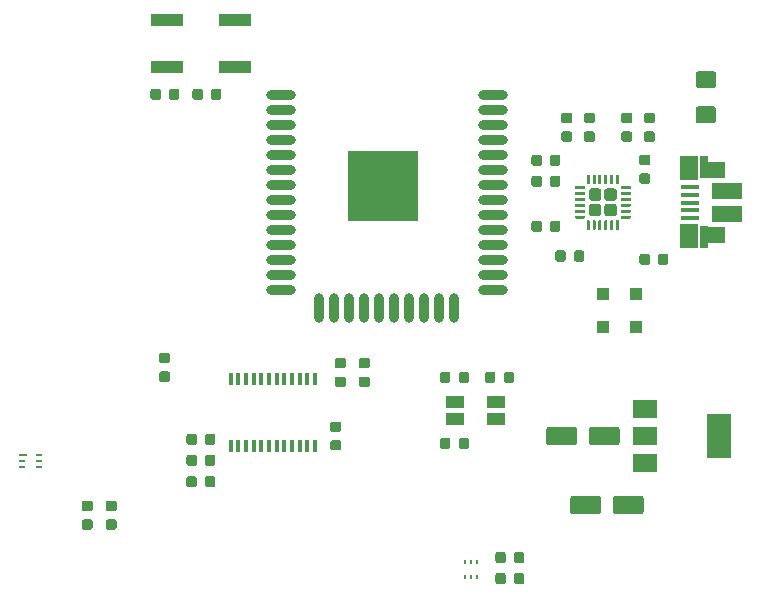
<source format=gtp>
G04 #@! TF.GenerationSoftware,KiCad,Pcbnew,5.0.1+dfsg1-3~bpo9+1*
G04 #@! TF.CreationDate,2019-01-06T07:11:04+00:00*
G04 #@! TF.ProjectId,portia,706F727469612E6B696361645F706362,rev?*
G04 #@! TF.SameCoordinates,Original*
G04 #@! TF.FileFunction,Paste,Top*
G04 #@! TF.FilePolarity,Positive*
%FSLAX46Y46*%
G04 Gerber Fmt 4.6, Leading zero omitted, Abs format (unit mm)*
G04 Created by KiCad (PCBNEW 5.0.1+dfsg1-3~bpo9+1) date Sun 06 Jan 2019 07:11:04 AM UTC*
%MOMM*%
%LPD*%
G01*
G04 APERTURE LIST*
%ADD10R,1.500000X1.000000*%
%ADD11C,0.100000*%
%ADD12C,0.875000*%
%ADD13R,6.000000X6.000000*%
%ADD14O,2.500000X0.900000*%
%ADD15O,0.900000X2.500000*%
%ADD16R,0.599440X0.248920*%
%ADD17R,0.749300X0.248920*%
%ADD18R,0.248920X0.398780*%
%ADD19C,1.600000*%
%ADD20C,1.425000*%
%ADD21R,1.100000X1.100000*%
%ADD22R,2.500000X1.430000*%
%ADD23R,1.650000X0.400000*%
%ADD24R,1.500000X2.000000*%
%ADD25R,0.700000X1.825000*%
%ADD26R,2.000000X1.350000*%
%ADD27R,2.750000X1.000000*%
%ADD28C,0.250000*%
%ADD29C,1.050000*%
%ADD30R,2.000000X1.500000*%
%ADD31R,2.000000X3.800000*%
%ADD32R,0.400000X1.100000*%
G04 APERTURE END LIST*
D10*
G04 #@! TO.C,D3*
X196263500Y-115970000D03*
X196263500Y-117370000D03*
X199763500Y-115970000D03*
X199763500Y-117370000D03*
G04 #@! TD*
D11*
G04 #@! TO.C,R19*
G36*
X199498191Y-113402053D02*
X199519426Y-113405203D01*
X199540250Y-113410419D01*
X199560462Y-113417651D01*
X199579868Y-113426830D01*
X199598281Y-113437866D01*
X199615524Y-113450654D01*
X199631430Y-113465070D01*
X199645846Y-113480976D01*
X199658634Y-113498219D01*
X199669670Y-113516632D01*
X199678849Y-113536038D01*
X199686081Y-113556250D01*
X199691297Y-113577074D01*
X199694447Y-113598309D01*
X199695500Y-113619750D01*
X199695500Y-114132250D01*
X199694447Y-114153691D01*
X199691297Y-114174926D01*
X199686081Y-114195750D01*
X199678849Y-114215962D01*
X199669670Y-114235368D01*
X199658634Y-114253781D01*
X199645846Y-114271024D01*
X199631430Y-114286930D01*
X199615524Y-114301346D01*
X199598281Y-114314134D01*
X199579868Y-114325170D01*
X199560462Y-114334349D01*
X199540250Y-114341581D01*
X199519426Y-114346797D01*
X199498191Y-114349947D01*
X199476750Y-114351000D01*
X199039250Y-114351000D01*
X199017809Y-114349947D01*
X198996574Y-114346797D01*
X198975750Y-114341581D01*
X198955538Y-114334349D01*
X198936132Y-114325170D01*
X198917719Y-114314134D01*
X198900476Y-114301346D01*
X198884570Y-114286930D01*
X198870154Y-114271024D01*
X198857366Y-114253781D01*
X198846330Y-114235368D01*
X198837151Y-114215962D01*
X198829919Y-114195750D01*
X198824703Y-114174926D01*
X198821553Y-114153691D01*
X198820500Y-114132250D01*
X198820500Y-113619750D01*
X198821553Y-113598309D01*
X198824703Y-113577074D01*
X198829919Y-113556250D01*
X198837151Y-113536038D01*
X198846330Y-113516632D01*
X198857366Y-113498219D01*
X198870154Y-113480976D01*
X198884570Y-113465070D01*
X198900476Y-113450654D01*
X198917719Y-113437866D01*
X198936132Y-113426830D01*
X198955538Y-113417651D01*
X198975750Y-113410419D01*
X198996574Y-113405203D01*
X199017809Y-113402053D01*
X199039250Y-113401000D01*
X199476750Y-113401000D01*
X199498191Y-113402053D01*
X199498191Y-113402053D01*
G37*
D12*
X199258000Y-113876000D03*
D11*
G36*
X201073191Y-113402053D02*
X201094426Y-113405203D01*
X201115250Y-113410419D01*
X201135462Y-113417651D01*
X201154868Y-113426830D01*
X201173281Y-113437866D01*
X201190524Y-113450654D01*
X201206430Y-113465070D01*
X201220846Y-113480976D01*
X201233634Y-113498219D01*
X201244670Y-113516632D01*
X201253849Y-113536038D01*
X201261081Y-113556250D01*
X201266297Y-113577074D01*
X201269447Y-113598309D01*
X201270500Y-113619750D01*
X201270500Y-114132250D01*
X201269447Y-114153691D01*
X201266297Y-114174926D01*
X201261081Y-114195750D01*
X201253849Y-114215962D01*
X201244670Y-114235368D01*
X201233634Y-114253781D01*
X201220846Y-114271024D01*
X201206430Y-114286930D01*
X201190524Y-114301346D01*
X201173281Y-114314134D01*
X201154868Y-114325170D01*
X201135462Y-114334349D01*
X201115250Y-114341581D01*
X201094426Y-114346797D01*
X201073191Y-114349947D01*
X201051750Y-114351000D01*
X200614250Y-114351000D01*
X200592809Y-114349947D01*
X200571574Y-114346797D01*
X200550750Y-114341581D01*
X200530538Y-114334349D01*
X200511132Y-114325170D01*
X200492719Y-114314134D01*
X200475476Y-114301346D01*
X200459570Y-114286930D01*
X200445154Y-114271024D01*
X200432366Y-114253781D01*
X200421330Y-114235368D01*
X200412151Y-114215962D01*
X200404919Y-114195750D01*
X200399703Y-114174926D01*
X200396553Y-114153691D01*
X200395500Y-114132250D01*
X200395500Y-113619750D01*
X200396553Y-113598309D01*
X200399703Y-113577074D01*
X200404919Y-113556250D01*
X200412151Y-113536038D01*
X200421330Y-113516632D01*
X200432366Y-113498219D01*
X200445154Y-113480976D01*
X200459570Y-113465070D01*
X200475476Y-113450654D01*
X200492719Y-113437866D01*
X200511132Y-113426830D01*
X200530538Y-113417651D01*
X200550750Y-113410419D01*
X200571574Y-113405203D01*
X200592809Y-113402053D01*
X200614250Y-113401000D01*
X201051750Y-113401000D01*
X201073191Y-113402053D01*
X201073191Y-113402053D01*
G37*
D12*
X200833000Y-113876000D03*
G04 #@! TD*
D11*
G04 #@! TO.C,R18*
G36*
X197263191Y-113402053D02*
X197284426Y-113405203D01*
X197305250Y-113410419D01*
X197325462Y-113417651D01*
X197344868Y-113426830D01*
X197363281Y-113437866D01*
X197380524Y-113450654D01*
X197396430Y-113465070D01*
X197410846Y-113480976D01*
X197423634Y-113498219D01*
X197434670Y-113516632D01*
X197443849Y-113536038D01*
X197451081Y-113556250D01*
X197456297Y-113577074D01*
X197459447Y-113598309D01*
X197460500Y-113619750D01*
X197460500Y-114132250D01*
X197459447Y-114153691D01*
X197456297Y-114174926D01*
X197451081Y-114195750D01*
X197443849Y-114215962D01*
X197434670Y-114235368D01*
X197423634Y-114253781D01*
X197410846Y-114271024D01*
X197396430Y-114286930D01*
X197380524Y-114301346D01*
X197363281Y-114314134D01*
X197344868Y-114325170D01*
X197325462Y-114334349D01*
X197305250Y-114341581D01*
X197284426Y-114346797D01*
X197263191Y-114349947D01*
X197241750Y-114351000D01*
X196804250Y-114351000D01*
X196782809Y-114349947D01*
X196761574Y-114346797D01*
X196740750Y-114341581D01*
X196720538Y-114334349D01*
X196701132Y-114325170D01*
X196682719Y-114314134D01*
X196665476Y-114301346D01*
X196649570Y-114286930D01*
X196635154Y-114271024D01*
X196622366Y-114253781D01*
X196611330Y-114235368D01*
X196602151Y-114215962D01*
X196594919Y-114195750D01*
X196589703Y-114174926D01*
X196586553Y-114153691D01*
X196585500Y-114132250D01*
X196585500Y-113619750D01*
X196586553Y-113598309D01*
X196589703Y-113577074D01*
X196594919Y-113556250D01*
X196602151Y-113536038D01*
X196611330Y-113516632D01*
X196622366Y-113498219D01*
X196635154Y-113480976D01*
X196649570Y-113465070D01*
X196665476Y-113450654D01*
X196682719Y-113437866D01*
X196701132Y-113426830D01*
X196720538Y-113417651D01*
X196740750Y-113410419D01*
X196761574Y-113405203D01*
X196782809Y-113402053D01*
X196804250Y-113401000D01*
X197241750Y-113401000D01*
X197263191Y-113402053D01*
X197263191Y-113402053D01*
G37*
D12*
X197023000Y-113876000D03*
D11*
G36*
X195688191Y-113402053D02*
X195709426Y-113405203D01*
X195730250Y-113410419D01*
X195750462Y-113417651D01*
X195769868Y-113426830D01*
X195788281Y-113437866D01*
X195805524Y-113450654D01*
X195821430Y-113465070D01*
X195835846Y-113480976D01*
X195848634Y-113498219D01*
X195859670Y-113516632D01*
X195868849Y-113536038D01*
X195876081Y-113556250D01*
X195881297Y-113577074D01*
X195884447Y-113598309D01*
X195885500Y-113619750D01*
X195885500Y-114132250D01*
X195884447Y-114153691D01*
X195881297Y-114174926D01*
X195876081Y-114195750D01*
X195868849Y-114215962D01*
X195859670Y-114235368D01*
X195848634Y-114253781D01*
X195835846Y-114271024D01*
X195821430Y-114286930D01*
X195805524Y-114301346D01*
X195788281Y-114314134D01*
X195769868Y-114325170D01*
X195750462Y-114334349D01*
X195730250Y-114341581D01*
X195709426Y-114346797D01*
X195688191Y-114349947D01*
X195666750Y-114351000D01*
X195229250Y-114351000D01*
X195207809Y-114349947D01*
X195186574Y-114346797D01*
X195165750Y-114341581D01*
X195145538Y-114334349D01*
X195126132Y-114325170D01*
X195107719Y-114314134D01*
X195090476Y-114301346D01*
X195074570Y-114286930D01*
X195060154Y-114271024D01*
X195047366Y-114253781D01*
X195036330Y-114235368D01*
X195027151Y-114215962D01*
X195019919Y-114195750D01*
X195014703Y-114174926D01*
X195011553Y-114153691D01*
X195010500Y-114132250D01*
X195010500Y-113619750D01*
X195011553Y-113598309D01*
X195014703Y-113577074D01*
X195019919Y-113556250D01*
X195027151Y-113536038D01*
X195036330Y-113516632D01*
X195047366Y-113498219D01*
X195060154Y-113480976D01*
X195074570Y-113465070D01*
X195090476Y-113450654D01*
X195107719Y-113437866D01*
X195126132Y-113426830D01*
X195145538Y-113417651D01*
X195165750Y-113410419D01*
X195186574Y-113405203D01*
X195207809Y-113402053D01*
X195229250Y-113401000D01*
X195666750Y-113401000D01*
X195688191Y-113402053D01*
X195688191Y-113402053D01*
G37*
D12*
X195448000Y-113876000D03*
G04 #@! TD*
D13*
G04 #@! TO.C,U4*
X190200000Y-97700000D03*
D14*
X181500000Y-90000000D03*
X181500000Y-91270000D03*
X181500000Y-92540000D03*
X181500000Y-93810000D03*
X181500000Y-95080000D03*
X181500000Y-96350000D03*
X181500000Y-97620000D03*
X181500000Y-98890000D03*
X181500000Y-100160000D03*
X181500000Y-101430000D03*
X181500000Y-102700000D03*
X181500000Y-103970000D03*
X181500000Y-105240000D03*
X181500000Y-106510000D03*
D15*
X184785000Y-108000000D03*
X186055000Y-108000000D03*
X187325000Y-108000000D03*
X188595000Y-108000000D03*
X189865000Y-108000000D03*
X191135000Y-108000000D03*
X192405000Y-108000000D03*
X193675000Y-108000000D03*
X194945000Y-108000000D03*
X196215000Y-108000000D03*
D14*
X199500000Y-106510000D03*
X199500000Y-105240000D03*
X199500000Y-103970000D03*
X199500000Y-102700000D03*
X199500000Y-101430000D03*
X199500000Y-100160000D03*
X199500000Y-98890000D03*
X199500000Y-97620000D03*
X199500000Y-96350000D03*
X199500000Y-95080000D03*
X199500000Y-93810000D03*
X199500000Y-92540000D03*
X199500000Y-91270000D03*
X199500000Y-90000000D03*
G04 #@! TD*
D11*
G04 #@! TO.C,R16*
G36*
X167430691Y-124336053D02*
X167451926Y-124339203D01*
X167472750Y-124344419D01*
X167492962Y-124351651D01*
X167512368Y-124360830D01*
X167530781Y-124371866D01*
X167548024Y-124384654D01*
X167563930Y-124399070D01*
X167578346Y-124414976D01*
X167591134Y-124432219D01*
X167602170Y-124450632D01*
X167611349Y-124470038D01*
X167618581Y-124490250D01*
X167623797Y-124511074D01*
X167626947Y-124532309D01*
X167628000Y-124553750D01*
X167628000Y-124991250D01*
X167626947Y-125012691D01*
X167623797Y-125033926D01*
X167618581Y-125054750D01*
X167611349Y-125074962D01*
X167602170Y-125094368D01*
X167591134Y-125112781D01*
X167578346Y-125130024D01*
X167563930Y-125145930D01*
X167548024Y-125160346D01*
X167530781Y-125173134D01*
X167512368Y-125184170D01*
X167492962Y-125193349D01*
X167472750Y-125200581D01*
X167451926Y-125205797D01*
X167430691Y-125208947D01*
X167409250Y-125210000D01*
X166896750Y-125210000D01*
X166875309Y-125208947D01*
X166854074Y-125205797D01*
X166833250Y-125200581D01*
X166813038Y-125193349D01*
X166793632Y-125184170D01*
X166775219Y-125173134D01*
X166757976Y-125160346D01*
X166742070Y-125145930D01*
X166727654Y-125130024D01*
X166714866Y-125112781D01*
X166703830Y-125094368D01*
X166694651Y-125074962D01*
X166687419Y-125054750D01*
X166682203Y-125033926D01*
X166679053Y-125012691D01*
X166678000Y-124991250D01*
X166678000Y-124553750D01*
X166679053Y-124532309D01*
X166682203Y-124511074D01*
X166687419Y-124490250D01*
X166694651Y-124470038D01*
X166703830Y-124450632D01*
X166714866Y-124432219D01*
X166727654Y-124414976D01*
X166742070Y-124399070D01*
X166757976Y-124384654D01*
X166775219Y-124371866D01*
X166793632Y-124360830D01*
X166813038Y-124351651D01*
X166833250Y-124344419D01*
X166854074Y-124339203D01*
X166875309Y-124336053D01*
X166896750Y-124335000D01*
X167409250Y-124335000D01*
X167430691Y-124336053D01*
X167430691Y-124336053D01*
G37*
D12*
X167153000Y-124772500D03*
D11*
G36*
X167430691Y-125911053D02*
X167451926Y-125914203D01*
X167472750Y-125919419D01*
X167492962Y-125926651D01*
X167512368Y-125935830D01*
X167530781Y-125946866D01*
X167548024Y-125959654D01*
X167563930Y-125974070D01*
X167578346Y-125989976D01*
X167591134Y-126007219D01*
X167602170Y-126025632D01*
X167611349Y-126045038D01*
X167618581Y-126065250D01*
X167623797Y-126086074D01*
X167626947Y-126107309D01*
X167628000Y-126128750D01*
X167628000Y-126566250D01*
X167626947Y-126587691D01*
X167623797Y-126608926D01*
X167618581Y-126629750D01*
X167611349Y-126649962D01*
X167602170Y-126669368D01*
X167591134Y-126687781D01*
X167578346Y-126705024D01*
X167563930Y-126720930D01*
X167548024Y-126735346D01*
X167530781Y-126748134D01*
X167512368Y-126759170D01*
X167492962Y-126768349D01*
X167472750Y-126775581D01*
X167451926Y-126780797D01*
X167430691Y-126783947D01*
X167409250Y-126785000D01*
X166896750Y-126785000D01*
X166875309Y-126783947D01*
X166854074Y-126780797D01*
X166833250Y-126775581D01*
X166813038Y-126768349D01*
X166793632Y-126759170D01*
X166775219Y-126748134D01*
X166757976Y-126735346D01*
X166742070Y-126720930D01*
X166727654Y-126705024D01*
X166714866Y-126687781D01*
X166703830Y-126669368D01*
X166694651Y-126649962D01*
X166687419Y-126629750D01*
X166682203Y-126608926D01*
X166679053Y-126587691D01*
X166678000Y-126566250D01*
X166678000Y-126128750D01*
X166679053Y-126107309D01*
X166682203Y-126086074D01*
X166687419Y-126065250D01*
X166694651Y-126045038D01*
X166703830Y-126025632D01*
X166714866Y-126007219D01*
X166727654Y-125989976D01*
X166742070Y-125974070D01*
X166757976Y-125959654D01*
X166775219Y-125946866D01*
X166793632Y-125935830D01*
X166813038Y-125926651D01*
X166833250Y-125919419D01*
X166854074Y-125914203D01*
X166875309Y-125911053D01*
X166896750Y-125910000D01*
X167409250Y-125910000D01*
X167430691Y-125911053D01*
X167430691Y-125911053D01*
G37*
D12*
X167153000Y-126347500D03*
G04 #@! TD*
D11*
G04 #@! TO.C,R12*
G36*
X165398691Y-124336053D02*
X165419926Y-124339203D01*
X165440750Y-124344419D01*
X165460962Y-124351651D01*
X165480368Y-124360830D01*
X165498781Y-124371866D01*
X165516024Y-124384654D01*
X165531930Y-124399070D01*
X165546346Y-124414976D01*
X165559134Y-124432219D01*
X165570170Y-124450632D01*
X165579349Y-124470038D01*
X165586581Y-124490250D01*
X165591797Y-124511074D01*
X165594947Y-124532309D01*
X165596000Y-124553750D01*
X165596000Y-124991250D01*
X165594947Y-125012691D01*
X165591797Y-125033926D01*
X165586581Y-125054750D01*
X165579349Y-125074962D01*
X165570170Y-125094368D01*
X165559134Y-125112781D01*
X165546346Y-125130024D01*
X165531930Y-125145930D01*
X165516024Y-125160346D01*
X165498781Y-125173134D01*
X165480368Y-125184170D01*
X165460962Y-125193349D01*
X165440750Y-125200581D01*
X165419926Y-125205797D01*
X165398691Y-125208947D01*
X165377250Y-125210000D01*
X164864750Y-125210000D01*
X164843309Y-125208947D01*
X164822074Y-125205797D01*
X164801250Y-125200581D01*
X164781038Y-125193349D01*
X164761632Y-125184170D01*
X164743219Y-125173134D01*
X164725976Y-125160346D01*
X164710070Y-125145930D01*
X164695654Y-125130024D01*
X164682866Y-125112781D01*
X164671830Y-125094368D01*
X164662651Y-125074962D01*
X164655419Y-125054750D01*
X164650203Y-125033926D01*
X164647053Y-125012691D01*
X164646000Y-124991250D01*
X164646000Y-124553750D01*
X164647053Y-124532309D01*
X164650203Y-124511074D01*
X164655419Y-124490250D01*
X164662651Y-124470038D01*
X164671830Y-124450632D01*
X164682866Y-124432219D01*
X164695654Y-124414976D01*
X164710070Y-124399070D01*
X164725976Y-124384654D01*
X164743219Y-124371866D01*
X164761632Y-124360830D01*
X164781038Y-124351651D01*
X164801250Y-124344419D01*
X164822074Y-124339203D01*
X164843309Y-124336053D01*
X164864750Y-124335000D01*
X165377250Y-124335000D01*
X165398691Y-124336053D01*
X165398691Y-124336053D01*
G37*
D12*
X165121000Y-124772500D03*
D11*
G36*
X165398691Y-125911053D02*
X165419926Y-125914203D01*
X165440750Y-125919419D01*
X165460962Y-125926651D01*
X165480368Y-125935830D01*
X165498781Y-125946866D01*
X165516024Y-125959654D01*
X165531930Y-125974070D01*
X165546346Y-125989976D01*
X165559134Y-126007219D01*
X165570170Y-126025632D01*
X165579349Y-126045038D01*
X165586581Y-126065250D01*
X165591797Y-126086074D01*
X165594947Y-126107309D01*
X165596000Y-126128750D01*
X165596000Y-126566250D01*
X165594947Y-126587691D01*
X165591797Y-126608926D01*
X165586581Y-126629750D01*
X165579349Y-126649962D01*
X165570170Y-126669368D01*
X165559134Y-126687781D01*
X165546346Y-126705024D01*
X165531930Y-126720930D01*
X165516024Y-126735346D01*
X165498781Y-126748134D01*
X165480368Y-126759170D01*
X165460962Y-126768349D01*
X165440750Y-126775581D01*
X165419926Y-126780797D01*
X165398691Y-126783947D01*
X165377250Y-126785000D01*
X164864750Y-126785000D01*
X164843309Y-126783947D01*
X164822074Y-126780797D01*
X164801250Y-126775581D01*
X164781038Y-126768349D01*
X164761632Y-126759170D01*
X164743219Y-126748134D01*
X164725976Y-126735346D01*
X164710070Y-126720930D01*
X164695654Y-126705024D01*
X164682866Y-126687781D01*
X164671830Y-126669368D01*
X164662651Y-126649962D01*
X164655419Y-126629750D01*
X164650203Y-126608926D01*
X164647053Y-126587691D01*
X164646000Y-126566250D01*
X164646000Y-126128750D01*
X164647053Y-126107309D01*
X164650203Y-126086074D01*
X164655419Y-126065250D01*
X164662651Y-126045038D01*
X164671830Y-126025632D01*
X164682866Y-126007219D01*
X164695654Y-125989976D01*
X164710070Y-125974070D01*
X164725976Y-125959654D01*
X164743219Y-125946866D01*
X164761632Y-125935830D01*
X164781038Y-125926651D01*
X164801250Y-125919419D01*
X164822074Y-125914203D01*
X164843309Y-125911053D01*
X164864750Y-125910000D01*
X165377250Y-125910000D01*
X165398691Y-125911053D01*
X165398691Y-125911053D01*
G37*
D12*
X165121000Y-126347500D03*
G04 #@! TD*
D11*
G04 #@! TO.C,R10*
G36*
X174204691Y-122249553D02*
X174225926Y-122252703D01*
X174246750Y-122257919D01*
X174266962Y-122265151D01*
X174286368Y-122274330D01*
X174304781Y-122285366D01*
X174322024Y-122298154D01*
X174337930Y-122312570D01*
X174352346Y-122328476D01*
X174365134Y-122345719D01*
X174376170Y-122364132D01*
X174385349Y-122383538D01*
X174392581Y-122403750D01*
X174397797Y-122424574D01*
X174400947Y-122445809D01*
X174402000Y-122467250D01*
X174402000Y-122979750D01*
X174400947Y-123001191D01*
X174397797Y-123022426D01*
X174392581Y-123043250D01*
X174385349Y-123063462D01*
X174376170Y-123082868D01*
X174365134Y-123101281D01*
X174352346Y-123118524D01*
X174337930Y-123134430D01*
X174322024Y-123148846D01*
X174304781Y-123161634D01*
X174286368Y-123172670D01*
X174266962Y-123181849D01*
X174246750Y-123189081D01*
X174225926Y-123194297D01*
X174204691Y-123197447D01*
X174183250Y-123198500D01*
X173745750Y-123198500D01*
X173724309Y-123197447D01*
X173703074Y-123194297D01*
X173682250Y-123189081D01*
X173662038Y-123181849D01*
X173642632Y-123172670D01*
X173624219Y-123161634D01*
X173606976Y-123148846D01*
X173591070Y-123134430D01*
X173576654Y-123118524D01*
X173563866Y-123101281D01*
X173552830Y-123082868D01*
X173543651Y-123063462D01*
X173536419Y-123043250D01*
X173531203Y-123022426D01*
X173528053Y-123001191D01*
X173527000Y-122979750D01*
X173527000Y-122467250D01*
X173528053Y-122445809D01*
X173531203Y-122424574D01*
X173536419Y-122403750D01*
X173543651Y-122383538D01*
X173552830Y-122364132D01*
X173563866Y-122345719D01*
X173576654Y-122328476D01*
X173591070Y-122312570D01*
X173606976Y-122298154D01*
X173624219Y-122285366D01*
X173642632Y-122274330D01*
X173662038Y-122265151D01*
X173682250Y-122257919D01*
X173703074Y-122252703D01*
X173724309Y-122249553D01*
X173745750Y-122248500D01*
X174183250Y-122248500D01*
X174204691Y-122249553D01*
X174204691Y-122249553D01*
G37*
D12*
X173964500Y-122723500D03*
D11*
G36*
X175779691Y-122249553D02*
X175800926Y-122252703D01*
X175821750Y-122257919D01*
X175841962Y-122265151D01*
X175861368Y-122274330D01*
X175879781Y-122285366D01*
X175897024Y-122298154D01*
X175912930Y-122312570D01*
X175927346Y-122328476D01*
X175940134Y-122345719D01*
X175951170Y-122364132D01*
X175960349Y-122383538D01*
X175967581Y-122403750D01*
X175972797Y-122424574D01*
X175975947Y-122445809D01*
X175977000Y-122467250D01*
X175977000Y-122979750D01*
X175975947Y-123001191D01*
X175972797Y-123022426D01*
X175967581Y-123043250D01*
X175960349Y-123063462D01*
X175951170Y-123082868D01*
X175940134Y-123101281D01*
X175927346Y-123118524D01*
X175912930Y-123134430D01*
X175897024Y-123148846D01*
X175879781Y-123161634D01*
X175861368Y-123172670D01*
X175841962Y-123181849D01*
X175821750Y-123189081D01*
X175800926Y-123194297D01*
X175779691Y-123197447D01*
X175758250Y-123198500D01*
X175320750Y-123198500D01*
X175299309Y-123197447D01*
X175278074Y-123194297D01*
X175257250Y-123189081D01*
X175237038Y-123181849D01*
X175217632Y-123172670D01*
X175199219Y-123161634D01*
X175181976Y-123148846D01*
X175166070Y-123134430D01*
X175151654Y-123118524D01*
X175138866Y-123101281D01*
X175127830Y-123082868D01*
X175118651Y-123063462D01*
X175111419Y-123043250D01*
X175106203Y-123022426D01*
X175103053Y-123001191D01*
X175102000Y-122979750D01*
X175102000Y-122467250D01*
X175103053Y-122445809D01*
X175106203Y-122424574D01*
X175111419Y-122403750D01*
X175118651Y-122383538D01*
X175127830Y-122364132D01*
X175138866Y-122345719D01*
X175151654Y-122328476D01*
X175166070Y-122312570D01*
X175181976Y-122298154D01*
X175199219Y-122285366D01*
X175217632Y-122274330D01*
X175237038Y-122265151D01*
X175257250Y-122257919D01*
X175278074Y-122252703D01*
X175299309Y-122249553D01*
X175320750Y-122248500D01*
X175758250Y-122248500D01*
X175779691Y-122249553D01*
X175779691Y-122249553D01*
G37*
D12*
X175539500Y-122723500D03*
G04 #@! TD*
D11*
G04 #@! TO.C,R15*
G36*
X201941691Y-130441053D02*
X201962926Y-130444203D01*
X201983750Y-130449419D01*
X202003962Y-130456651D01*
X202023368Y-130465830D01*
X202041781Y-130476866D01*
X202059024Y-130489654D01*
X202074930Y-130504070D01*
X202089346Y-130519976D01*
X202102134Y-130537219D01*
X202113170Y-130555632D01*
X202122349Y-130575038D01*
X202129581Y-130595250D01*
X202134797Y-130616074D01*
X202137947Y-130637309D01*
X202139000Y-130658750D01*
X202139000Y-131171250D01*
X202137947Y-131192691D01*
X202134797Y-131213926D01*
X202129581Y-131234750D01*
X202122349Y-131254962D01*
X202113170Y-131274368D01*
X202102134Y-131292781D01*
X202089346Y-131310024D01*
X202074930Y-131325930D01*
X202059024Y-131340346D01*
X202041781Y-131353134D01*
X202023368Y-131364170D01*
X202003962Y-131373349D01*
X201983750Y-131380581D01*
X201962926Y-131385797D01*
X201941691Y-131388947D01*
X201920250Y-131390000D01*
X201482750Y-131390000D01*
X201461309Y-131388947D01*
X201440074Y-131385797D01*
X201419250Y-131380581D01*
X201399038Y-131373349D01*
X201379632Y-131364170D01*
X201361219Y-131353134D01*
X201343976Y-131340346D01*
X201328070Y-131325930D01*
X201313654Y-131310024D01*
X201300866Y-131292781D01*
X201289830Y-131274368D01*
X201280651Y-131254962D01*
X201273419Y-131234750D01*
X201268203Y-131213926D01*
X201265053Y-131192691D01*
X201264000Y-131171250D01*
X201264000Y-130658750D01*
X201265053Y-130637309D01*
X201268203Y-130616074D01*
X201273419Y-130595250D01*
X201280651Y-130575038D01*
X201289830Y-130555632D01*
X201300866Y-130537219D01*
X201313654Y-130519976D01*
X201328070Y-130504070D01*
X201343976Y-130489654D01*
X201361219Y-130476866D01*
X201379632Y-130465830D01*
X201399038Y-130456651D01*
X201419250Y-130449419D01*
X201440074Y-130444203D01*
X201461309Y-130441053D01*
X201482750Y-130440000D01*
X201920250Y-130440000D01*
X201941691Y-130441053D01*
X201941691Y-130441053D01*
G37*
D12*
X201701500Y-130915000D03*
D11*
G36*
X200366691Y-130441053D02*
X200387926Y-130444203D01*
X200408750Y-130449419D01*
X200428962Y-130456651D01*
X200448368Y-130465830D01*
X200466781Y-130476866D01*
X200484024Y-130489654D01*
X200499930Y-130504070D01*
X200514346Y-130519976D01*
X200527134Y-130537219D01*
X200538170Y-130555632D01*
X200547349Y-130575038D01*
X200554581Y-130595250D01*
X200559797Y-130616074D01*
X200562947Y-130637309D01*
X200564000Y-130658750D01*
X200564000Y-131171250D01*
X200562947Y-131192691D01*
X200559797Y-131213926D01*
X200554581Y-131234750D01*
X200547349Y-131254962D01*
X200538170Y-131274368D01*
X200527134Y-131292781D01*
X200514346Y-131310024D01*
X200499930Y-131325930D01*
X200484024Y-131340346D01*
X200466781Y-131353134D01*
X200448368Y-131364170D01*
X200428962Y-131373349D01*
X200408750Y-131380581D01*
X200387926Y-131385797D01*
X200366691Y-131388947D01*
X200345250Y-131390000D01*
X199907750Y-131390000D01*
X199886309Y-131388947D01*
X199865074Y-131385797D01*
X199844250Y-131380581D01*
X199824038Y-131373349D01*
X199804632Y-131364170D01*
X199786219Y-131353134D01*
X199768976Y-131340346D01*
X199753070Y-131325930D01*
X199738654Y-131310024D01*
X199725866Y-131292781D01*
X199714830Y-131274368D01*
X199705651Y-131254962D01*
X199698419Y-131234750D01*
X199693203Y-131213926D01*
X199690053Y-131192691D01*
X199689000Y-131171250D01*
X199689000Y-130658750D01*
X199690053Y-130637309D01*
X199693203Y-130616074D01*
X199698419Y-130595250D01*
X199705651Y-130575038D01*
X199714830Y-130555632D01*
X199725866Y-130537219D01*
X199738654Y-130519976D01*
X199753070Y-130504070D01*
X199768976Y-130489654D01*
X199786219Y-130476866D01*
X199804632Y-130465830D01*
X199824038Y-130456651D01*
X199844250Y-130449419D01*
X199865074Y-130444203D01*
X199886309Y-130441053D01*
X199907750Y-130440000D01*
X200345250Y-130440000D01*
X200366691Y-130441053D01*
X200366691Y-130441053D01*
G37*
D12*
X200126500Y-130915000D03*
G04 #@! TD*
D11*
G04 #@! TO.C,R17*
G36*
X201941691Y-128663053D02*
X201962926Y-128666203D01*
X201983750Y-128671419D01*
X202003962Y-128678651D01*
X202023368Y-128687830D01*
X202041781Y-128698866D01*
X202059024Y-128711654D01*
X202074930Y-128726070D01*
X202089346Y-128741976D01*
X202102134Y-128759219D01*
X202113170Y-128777632D01*
X202122349Y-128797038D01*
X202129581Y-128817250D01*
X202134797Y-128838074D01*
X202137947Y-128859309D01*
X202139000Y-128880750D01*
X202139000Y-129393250D01*
X202137947Y-129414691D01*
X202134797Y-129435926D01*
X202129581Y-129456750D01*
X202122349Y-129476962D01*
X202113170Y-129496368D01*
X202102134Y-129514781D01*
X202089346Y-129532024D01*
X202074930Y-129547930D01*
X202059024Y-129562346D01*
X202041781Y-129575134D01*
X202023368Y-129586170D01*
X202003962Y-129595349D01*
X201983750Y-129602581D01*
X201962926Y-129607797D01*
X201941691Y-129610947D01*
X201920250Y-129612000D01*
X201482750Y-129612000D01*
X201461309Y-129610947D01*
X201440074Y-129607797D01*
X201419250Y-129602581D01*
X201399038Y-129595349D01*
X201379632Y-129586170D01*
X201361219Y-129575134D01*
X201343976Y-129562346D01*
X201328070Y-129547930D01*
X201313654Y-129532024D01*
X201300866Y-129514781D01*
X201289830Y-129496368D01*
X201280651Y-129476962D01*
X201273419Y-129456750D01*
X201268203Y-129435926D01*
X201265053Y-129414691D01*
X201264000Y-129393250D01*
X201264000Y-128880750D01*
X201265053Y-128859309D01*
X201268203Y-128838074D01*
X201273419Y-128817250D01*
X201280651Y-128797038D01*
X201289830Y-128777632D01*
X201300866Y-128759219D01*
X201313654Y-128741976D01*
X201328070Y-128726070D01*
X201343976Y-128711654D01*
X201361219Y-128698866D01*
X201379632Y-128687830D01*
X201399038Y-128678651D01*
X201419250Y-128671419D01*
X201440074Y-128666203D01*
X201461309Y-128663053D01*
X201482750Y-128662000D01*
X201920250Y-128662000D01*
X201941691Y-128663053D01*
X201941691Y-128663053D01*
G37*
D12*
X201701500Y-129137000D03*
D11*
G36*
X200366691Y-128663053D02*
X200387926Y-128666203D01*
X200408750Y-128671419D01*
X200428962Y-128678651D01*
X200448368Y-128687830D01*
X200466781Y-128698866D01*
X200484024Y-128711654D01*
X200499930Y-128726070D01*
X200514346Y-128741976D01*
X200527134Y-128759219D01*
X200538170Y-128777632D01*
X200547349Y-128797038D01*
X200554581Y-128817250D01*
X200559797Y-128838074D01*
X200562947Y-128859309D01*
X200564000Y-128880750D01*
X200564000Y-129393250D01*
X200562947Y-129414691D01*
X200559797Y-129435926D01*
X200554581Y-129456750D01*
X200547349Y-129476962D01*
X200538170Y-129496368D01*
X200527134Y-129514781D01*
X200514346Y-129532024D01*
X200499930Y-129547930D01*
X200484024Y-129562346D01*
X200466781Y-129575134D01*
X200448368Y-129586170D01*
X200428962Y-129595349D01*
X200408750Y-129602581D01*
X200387926Y-129607797D01*
X200366691Y-129610947D01*
X200345250Y-129612000D01*
X199907750Y-129612000D01*
X199886309Y-129610947D01*
X199865074Y-129607797D01*
X199844250Y-129602581D01*
X199824038Y-129595349D01*
X199804632Y-129586170D01*
X199786219Y-129575134D01*
X199768976Y-129562346D01*
X199753070Y-129547930D01*
X199738654Y-129532024D01*
X199725866Y-129514781D01*
X199714830Y-129496368D01*
X199705651Y-129476962D01*
X199698419Y-129456750D01*
X199693203Y-129435926D01*
X199690053Y-129414691D01*
X199689000Y-129393250D01*
X199689000Y-128880750D01*
X199690053Y-128859309D01*
X199693203Y-128838074D01*
X199698419Y-128817250D01*
X199705651Y-128797038D01*
X199714830Y-128777632D01*
X199725866Y-128759219D01*
X199738654Y-128741976D01*
X199753070Y-128726070D01*
X199768976Y-128711654D01*
X199786219Y-128698866D01*
X199804632Y-128687830D01*
X199824038Y-128678651D01*
X199844250Y-128671419D01*
X199865074Y-128666203D01*
X199886309Y-128663053D01*
X199907750Y-128662000D01*
X200345250Y-128662000D01*
X200366691Y-128663053D01*
X200366691Y-128663053D01*
G37*
D12*
X200126500Y-129137000D03*
G04 #@! TD*
D16*
G04 #@! TO.C,M1*
X161013820Y-120490160D03*
X161013820Y-120988000D03*
X161013820Y-121485840D03*
X159576180Y-121485840D03*
X159576180Y-120988000D03*
D17*
X159652380Y-120490160D03*
G04 #@! TD*
D18*
G04 #@! TO.C,U2*
X198109840Y-130821020D03*
X197612000Y-130810860D03*
X197114160Y-130810860D03*
X197114160Y-129495140D03*
X197612000Y-129495140D03*
X198109840Y-129495140D03*
G04 #@! TD*
D11*
G04 #@! TO.C,C9*
G36*
X208404504Y-123893204D02*
X208428773Y-123896804D01*
X208452571Y-123902765D01*
X208475671Y-123911030D01*
X208497849Y-123921520D01*
X208518893Y-123934133D01*
X208538598Y-123948747D01*
X208556777Y-123965223D01*
X208573253Y-123983402D01*
X208587867Y-124003107D01*
X208600480Y-124024151D01*
X208610970Y-124046329D01*
X208619235Y-124069429D01*
X208625196Y-124093227D01*
X208628796Y-124117496D01*
X208630000Y-124142000D01*
X208630000Y-125242000D01*
X208628796Y-125266504D01*
X208625196Y-125290773D01*
X208619235Y-125314571D01*
X208610970Y-125337671D01*
X208600480Y-125359849D01*
X208587867Y-125380893D01*
X208573253Y-125400598D01*
X208556777Y-125418777D01*
X208538598Y-125435253D01*
X208518893Y-125449867D01*
X208497849Y-125462480D01*
X208475671Y-125472970D01*
X208452571Y-125481235D01*
X208428773Y-125487196D01*
X208404504Y-125490796D01*
X208380000Y-125492000D01*
X206280000Y-125492000D01*
X206255496Y-125490796D01*
X206231227Y-125487196D01*
X206207429Y-125481235D01*
X206184329Y-125472970D01*
X206162151Y-125462480D01*
X206141107Y-125449867D01*
X206121402Y-125435253D01*
X206103223Y-125418777D01*
X206086747Y-125400598D01*
X206072133Y-125380893D01*
X206059520Y-125359849D01*
X206049030Y-125337671D01*
X206040765Y-125314571D01*
X206034804Y-125290773D01*
X206031204Y-125266504D01*
X206030000Y-125242000D01*
X206030000Y-124142000D01*
X206031204Y-124117496D01*
X206034804Y-124093227D01*
X206040765Y-124069429D01*
X206049030Y-124046329D01*
X206059520Y-124024151D01*
X206072133Y-124003107D01*
X206086747Y-123983402D01*
X206103223Y-123965223D01*
X206121402Y-123948747D01*
X206141107Y-123934133D01*
X206162151Y-123921520D01*
X206184329Y-123911030D01*
X206207429Y-123902765D01*
X206231227Y-123896804D01*
X206255496Y-123893204D01*
X206280000Y-123892000D01*
X208380000Y-123892000D01*
X208404504Y-123893204D01*
X208404504Y-123893204D01*
G37*
D19*
X207330000Y-124692000D03*
D11*
G36*
X212004504Y-123893204D02*
X212028773Y-123896804D01*
X212052571Y-123902765D01*
X212075671Y-123911030D01*
X212097849Y-123921520D01*
X212118893Y-123934133D01*
X212138598Y-123948747D01*
X212156777Y-123965223D01*
X212173253Y-123983402D01*
X212187867Y-124003107D01*
X212200480Y-124024151D01*
X212210970Y-124046329D01*
X212219235Y-124069429D01*
X212225196Y-124093227D01*
X212228796Y-124117496D01*
X212230000Y-124142000D01*
X212230000Y-125242000D01*
X212228796Y-125266504D01*
X212225196Y-125290773D01*
X212219235Y-125314571D01*
X212210970Y-125337671D01*
X212200480Y-125359849D01*
X212187867Y-125380893D01*
X212173253Y-125400598D01*
X212156777Y-125418777D01*
X212138598Y-125435253D01*
X212118893Y-125449867D01*
X212097849Y-125462480D01*
X212075671Y-125472970D01*
X212052571Y-125481235D01*
X212028773Y-125487196D01*
X212004504Y-125490796D01*
X211980000Y-125492000D01*
X209880000Y-125492000D01*
X209855496Y-125490796D01*
X209831227Y-125487196D01*
X209807429Y-125481235D01*
X209784329Y-125472970D01*
X209762151Y-125462480D01*
X209741107Y-125449867D01*
X209721402Y-125435253D01*
X209703223Y-125418777D01*
X209686747Y-125400598D01*
X209672133Y-125380893D01*
X209659520Y-125359849D01*
X209649030Y-125337671D01*
X209640765Y-125314571D01*
X209634804Y-125290773D01*
X209631204Y-125266504D01*
X209630000Y-125242000D01*
X209630000Y-124142000D01*
X209631204Y-124117496D01*
X209634804Y-124093227D01*
X209640765Y-124069429D01*
X209649030Y-124046329D01*
X209659520Y-124024151D01*
X209672133Y-124003107D01*
X209686747Y-123983402D01*
X209703223Y-123965223D01*
X209721402Y-123948747D01*
X209741107Y-123934133D01*
X209762151Y-123921520D01*
X209784329Y-123911030D01*
X209807429Y-123902765D01*
X209831227Y-123896804D01*
X209855496Y-123893204D01*
X209880000Y-123892000D01*
X211980000Y-123892000D01*
X212004504Y-123893204D01*
X212004504Y-123893204D01*
G37*
D19*
X210930000Y-124692000D03*
G04 #@! TD*
D11*
G04 #@! TO.C,F1*
G36*
X218161504Y-90946204D02*
X218185773Y-90949804D01*
X218209571Y-90955765D01*
X218232671Y-90964030D01*
X218254849Y-90974520D01*
X218275893Y-90987133D01*
X218295598Y-91001747D01*
X218313777Y-91018223D01*
X218330253Y-91036402D01*
X218344867Y-91056107D01*
X218357480Y-91077151D01*
X218367970Y-91099329D01*
X218376235Y-91122429D01*
X218382196Y-91146227D01*
X218385796Y-91170496D01*
X218387000Y-91195000D01*
X218387000Y-92120000D01*
X218385796Y-92144504D01*
X218382196Y-92168773D01*
X218376235Y-92192571D01*
X218367970Y-92215671D01*
X218357480Y-92237849D01*
X218344867Y-92258893D01*
X218330253Y-92278598D01*
X218313777Y-92296777D01*
X218295598Y-92313253D01*
X218275893Y-92327867D01*
X218254849Y-92340480D01*
X218232671Y-92350970D01*
X218209571Y-92359235D01*
X218185773Y-92365196D01*
X218161504Y-92368796D01*
X218137000Y-92370000D01*
X216887000Y-92370000D01*
X216862496Y-92368796D01*
X216838227Y-92365196D01*
X216814429Y-92359235D01*
X216791329Y-92350970D01*
X216769151Y-92340480D01*
X216748107Y-92327867D01*
X216728402Y-92313253D01*
X216710223Y-92296777D01*
X216693747Y-92278598D01*
X216679133Y-92258893D01*
X216666520Y-92237849D01*
X216656030Y-92215671D01*
X216647765Y-92192571D01*
X216641804Y-92168773D01*
X216638204Y-92144504D01*
X216637000Y-92120000D01*
X216637000Y-91195000D01*
X216638204Y-91170496D01*
X216641804Y-91146227D01*
X216647765Y-91122429D01*
X216656030Y-91099329D01*
X216666520Y-91077151D01*
X216679133Y-91056107D01*
X216693747Y-91036402D01*
X216710223Y-91018223D01*
X216728402Y-91001747D01*
X216748107Y-90987133D01*
X216769151Y-90974520D01*
X216791329Y-90964030D01*
X216814429Y-90955765D01*
X216838227Y-90949804D01*
X216862496Y-90946204D01*
X216887000Y-90945000D01*
X218137000Y-90945000D01*
X218161504Y-90946204D01*
X218161504Y-90946204D01*
G37*
D20*
X217512000Y-91657500D03*
D11*
G36*
X218161504Y-87971204D02*
X218185773Y-87974804D01*
X218209571Y-87980765D01*
X218232671Y-87989030D01*
X218254849Y-87999520D01*
X218275893Y-88012133D01*
X218295598Y-88026747D01*
X218313777Y-88043223D01*
X218330253Y-88061402D01*
X218344867Y-88081107D01*
X218357480Y-88102151D01*
X218367970Y-88124329D01*
X218376235Y-88147429D01*
X218382196Y-88171227D01*
X218385796Y-88195496D01*
X218387000Y-88220000D01*
X218387000Y-89145000D01*
X218385796Y-89169504D01*
X218382196Y-89193773D01*
X218376235Y-89217571D01*
X218367970Y-89240671D01*
X218357480Y-89262849D01*
X218344867Y-89283893D01*
X218330253Y-89303598D01*
X218313777Y-89321777D01*
X218295598Y-89338253D01*
X218275893Y-89352867D01*
X218254849Y-89365480D01*
X218232671Y-89375970D01*
X218209571Y-89384235D01*
X218185773Y-89390196D01*
X218161504Y-89393796D01*
X218137000Y-89395000D01*
X216887000Y-89395000D01*
X216862496Y-89393796D01*
X216838227Y-89390196D01*
X216814429Y-89384235D01*
X216791329Y-89375970D01*
X216769151Y-89365480D01*
X216748107Y-89352867D01*
X216728402Y-89338253D01*
X216710223Y-89321777D01*
X216693747Y-89303598D01*
X216679133Y-89283893D01*
X216666520Y-89262849D01*
X216656030Y-89240671D01*
X216647765Y-89217571D01*
X216641804Y-89193773D01*
X216638204Y-89169504D01*
X216637000Y-89145000D01*
X216637000Y-88220000D01*
X216638204Y-88195496D01*
X216641804Y-88171227D01*
X216647765Y-88147429D01*
X216656030Y-88124329D01*
X216666520Y-88102151D01*
X216679133Y-88081107D01*
X216693747Y-88061402D01*
X216710223Y-88043223D01*
X216728402Y-88026747D01*
X216748107Y-88012133D01*
X216769151Y-87999520D01*
X216791329Y-87989030D01*
X216814429Y-87980765D01*
X216838227Y-87974804D01*
X216862496Y-87971204D01*
X216887000Y-87970000D01*
X218137000Y-87970000D01*
X218161504Y-87971204D01*
X218161504Y-87971204D01*
G37*
D20*
X217512000Y-88682500D03*
G04 #@! TD*
D11*
G04 #@! TO.C,R13*
G36*
X186833691Y-113825553D02*
X186854926Y-113828703D01*
X186875750Y-113833919D01*
X186895962Y-113841151D01*
X186915368Y-113850330D01*
X186933781Y-113861366D01*
X186951024Y-113874154D01*
X186966930Y-113888570D01*
X186981346Y-113904476D01*
X186994134Y-113921719D01*
X187005170Y-113940132D01*
X187014349Y-113959538D01*
X187021581Y-113979750D01*
X187026797Y-114000574D01*
X187029947Y-114021809D01*
X187031000Y-114043250D01*
X187031000Y-114480750D01*
X187029947Y-114502191D01*
X187026797Y-114523426D01*
X187021581Y-114544250D01*
X187014349Y-114564462D01*
X187005170Y-114583868D01*
X186994134Y-114602281D01*
X186981346Y-114619524D01*
X186966930Y-114635430D01*
X186951024Y-114649846D01*
X186933781Y-114662634D01*
X186915368Y-114673670D01*
X186895962Y-114682849D01*
X186875750Y-114690081D01*
X186854926Y-114695297D01*
X186833691Y-114698447D01*
X186812250Y-114699500D01*
X186299750Y-114699500D01*
X186278309Y-114698447D01*
X186257074Y-114695297D01*
X186236250Y-114690081D01*
X186216038Y-114682849D01*
X186196632Y-114673670D01*
X186178219Y-114662634D01*
X186160976Y-114649846D01*
X186145070Y-114635430D01*
X186130654Y-114619524D01*
X186117866Y-114602281D01*
X186106830Y-114583868D01*
X186097651Y-114564462D01*
X186090419Y-114544250D01*
X186085203Y-114523426D01*
X186082053Y-114502191D01*
X186081000Y-114480750D01*
X186081000Y-114043250D01*
X186082053Y-114021809D01*
X186085203Y-114000574D01*
X186090419Y-113979750D01*
X186097651Y-113959538D01*
X186106830Y-113940132D01*
X186117866Y-113921719D01*
X186130654Y-113904476D01*
X186145070Y-113888570D01*
X186160976Y-113874154D01*
X186178219Y-113861366D01*
X186196632Y-113850330D01*
X186216038Y-113841151D01*
X186236250Y-113833919D01*
X186257074Y-113828703D01*
X186278309Y-113825553D01*
X186299750Y-113824500D01*
X186812250Y-113824500D01*
X186833691Y-113825553D01*
X186833691Y-113825553D01*
G37*
D12*
X186556000Y-114262000D03*
D11*
G36*
X186833691Y-112250553D02*
X186854926Y-112253703D01*
X186875750Y-112258919D01*
X186895962Y-112266151D01*
X186915368Y-112275330D01*
X186933781Y-112286366D01*
X186951024Y-112299154D01*
X186966930Y-112313570D01*
X186981346Y-112329476D01*
X186994134Y-112346719D01*
X187005170Y-112365132D01*
X187014349Y-112384538D01*
X187021581Y-112404750D01*
X187026797Y-112425574D01*
X187029947Y-112446809D01*
X187031000Y-112468250D01*
X187031000Y-112905750D01*
X187029947Y-112927191D01*
X187026797Y-112948426D01*
X187021581Y-112969250D01*
X187014349Y-112989462D01*
X187005170Y-113008868D01*
X186994134Y-113027281D01*
X186981346Y-113044524D01*
X186966930Y-113060430D01*
X186951024Y-113074846D01*
X186933781Y-113087634D01*
X186915368Y-113098670D01*
X186895962Y-113107849D01*
X186875750Y-113115081D01*
X186854926Y-113120297D01*
X186833691Y-113123447D01*
X186812250Y-113124500D01*
X186299750Y-113124500D01*
X186278309Y-113123447D01*
X186257074Y-113120297D01*
X186236250Y-113115081D01*
X186216038Y-113107849D01*
X186196632Y-113098670D01*
X186178219Y-113087634D01*
X186160976Y-113074846D01*
X186145070Y-113060430D01*
X186130654Y-113044524D01*
X186117866Y-113027281D01*
X186106830Y-113008868D01*
X186097651Y-112989462D01*
X186090419Y-112969250D01*
X186085203Y-112948426D01*
X186082053Y-112927191D01*
X186081000Y-112905750D01*
X186081000Y-112468250D01*
X186082053Y-112446809D01*
X186085203Y-112425574D01*
X186090419Y-112404750D01*
X186097651Y-112384538D01*
X186106830Y-112365132D01*
X186117866Y-112346719D01*
X186130654Y-112329476D01*
X186145070Y-112313570D01*
X186160976Y-112299154D01*
X186178219Y-112286366D01*
X186196632Y-112275330D01*
X186216038Y-112266151D01*
X186236250Y-112258919D01*
X186257074Y-112253703D01*
X186278309Y-112250553D01*
X186299750Y-112249500D01*
X186812250Y-112249500D01*
X186833691Y-112250553D01*
X186833691Y-112250553D01*
G37*
D12*
X186556000Y-112687000D03*
G04 #@! TD*
D11*
G04 #@! TO.C,R14*
G36*
X188865691Y-113825553D02*
X188886926Y-113828703D01*
X188907750Y-113833919D01*
X188927962Y-113841151D01*
X188947368Y-113850330D01*
X188965781Y-113861366D01*
X188983024Y-113874154D01*
X188998930Y-113888570D01*
X189013346Y-113904476D01*
X189026134Y-113921719D01*
X189037170Y-113940132D01*
X189046349Y-113959538D01*
X189053581Y-113979750D01*
X189058797Y-114000574D01*
X189061947Y-114021809D01*
X189063000Y-114043250D01*
X189063000Y-114480750D01*
X189061947Y-114502191D01*
X189058797Y-114523426D01*
X189053581Y-114544250D01*
X189046349Y-114564462D01*
X189037170Y-114583868D01*
X189026134Y-114602281D01*
X189013346Y-114619524D01*
X188998930Y-114635430D01*
X188983024Y-114649846D01*
X188965781Y-114662634D01*
X188947368Y-114673670D01*
X188927962Y-114682849D01*
X188907750Y-114690081D01*
X188886926Y-114695297D01*
X188865691Y-114698447D01*
X188844250Y-114699500D01*
X188331750Y-114699500D01*
X188310309Y-114698447D01*
X188289074Y-114695297D01*
X188268250Y-114690081D01*
X188248038Y-114682849D01*
X188228632Y-114673670D01*
X188210219Y-114662634D01*
X188192976Y-114649846D01*
X188177070Y-114635430D01*
X188162654Y-114619524D01*
X188149866Y-114602281D01*
X188138830Y-114583868D01*
X188129651Y-114564462D01*
X188122419Y-114544250D01*
X188117203Y-114523426D01*
X188114053Y-114502191D01*
X188113000Y-114480750D01*
X188113000Y-114043250D01*
X188114053Y-114021809D01*
X188117203Y-114000574D01*
X188122419Y-113979750D01*
X188129651Y-113959538D01*
X188138830Y-113940132D01*
X188149866Y-113921719D01*
X188162654Y-113904476D01*
X188177070Y-113888570D01*
X188192976Y-113874154D01*
X188210219Y-113861366D01*
X188228632Y-113850330D01*
X188248038Y-113841151D01*
X188268250Y-113833919D01*
X188289074Y-113828703D01*
X188310309Y-113825553D01*
X188331750Y-113824500D01*
X188844250Y-113824500D01*
X188865691Y-113825553D01*
X188865691Y-113825553D01*
G37*
D12*
X188588000Y-114262000D03*
D11*
G36*
X188865691Y-112250553D02*
X188886926Y-112253703D01*
X188907750Y-112258919D01*
X188927962Y-112266151D01*
X188947368Y-112275330D01*
X188965781Y-112286366D01*
X188983024Y-112299154D01*
X188998930Y-112313570D01*
X189013346Y-112329476D01*
X189026134Y-112346719D01*
X189037170Y-112365132D01*
X189046349Y-112384538D01*
X189053581Y-112404750D01*
X189058797Y-112425574D01*
X189061947Y-112446809D01*
X189063000Y-112468250D01*
X189063000Y-112905750D01*
X189061947Y-112927191D01*
X189058797Y-112948426D01*
X189053581Y-112969250D01*
X189046349Y-112989462D01*
X189037170Y-113008868D01*
X189026134Y-113027281D01*
X189013346Y-113044524D01*
X188998930Y-113060430D01*
X188983024Y-113074846D01*
X188965781Y-113087634D01*
X188947368Y-113098670D01*
X188927962Y-113107849D01*
X188907750Y-113115081D01*
X188886926Y-113120297D01*
X188865691Y-113123447D01*
X188844250Y-113124500D01*
X188331750Y-113124500D01*
X188310309Y-113123447D01*
X188289074Y-113120297D01*
X188268250Y-113115081D01*
X188248038Y-113107849D01*
X188228632Y-113098670D01*
X188210219Y-113087634D01*
X188192976Y-113074846D01*
X188177070Y-113060430D01*
X188162654Y-113044524D01*
X188149866Y-113027281D01*
X188138830Y-113008868D01*
X188129651Y-112989462D01*
X188122419Y-112969250D01*
X188117203Y-112948426D01*
X188114053Y-112927191D01*
X188113000Y-112905750D01*
X188113000Y-112468250D01*
X188114053Y-112446809D01*
X188117203Y-112425574D01*
X188122419Y-112404750D01*
X188129651Y-112384538D01*
X188138830Y-112365132D01*
X188149866Y-112346719D01*
X188162654Y-112329476D01*
X188177070Y-112313570D01*
X188192976Y-112299154D01*
X188210219Y-112286366D01*
X188228632Y-112275330D01*
X188248038Y-112266151D01*
X188268250Y-112258919D01*
X188289074Y-112253703D01*
X188310309Y-112250553D01*
X188331750Y-112249500D01*
X188844250Y-112249500D01*
X188865691Y-112250553D01*
X188865691Y-112250553D01*
G37*
D12*
X188588000Y-112687000D03*
G04 #@! TD*
D21*
G04 #@! TO.C,D1*
X211582000Y-109604000D03*
X211582000Y-106804000D03*
G04 #@! TD*
G04 #@! TO.C,D2*
X208788000Y-109604000D03*
X208788000Y-106804000D03*
G04 #@! TD*
D11*
G04 #@! TO.C,C1*
G36*
X212621691Y-95042053D02*
X212642926Y-95045203D01*
X212663750Y-95050419D01*
X212683962Y-95057651D01*
X212703368Y-95066830D01*
X212721781Y-95077866D01*
X212739024Y-95090654D01*
X212754930Y-95105070D01*
X212769346Y-95120976D01*
X212782134Y-95138219D01*
X212793170Y-95156632D01*
X212802349Y-95176038D01*
X212809581Y-95196250D01*
X212814797Y-95217074D01*
X212817947Y-95238309D01*
X212819000Y-95259750D01*
X212819000Y-95697250D01*
X212817947Y-95718691D01*
X212814797Y-95739926D01*
X212809581Y-95760750D01*
X212802349Y-95780962D01*
X212793170Y-95800368D01*
X212782134Y-95818781D01*
X212769346Y-95836024D01*
X212754930Y-95851930D01*
X212739024Y-95866346D01*
X212721781Y-95879134D01*
X212703368Y-95890170D01*
X212683962Y-95899349D01*
X212663750Y-95906581D01*
X212642926Y-95911797D01*
X212621691Y-95914947D01*
X212600250Y-95916000D01*
X212087750Y-95916000D01*
X212066309Y-95914947D01*
X212045074Y-95911797D01*
X212024250Y-95906581D01*
X212004038Y-95899349D01*
X211984632Y-95890170D01*
X211966219Y-95879134D01*
X211948976Y-95866346D01*
X211933070Y-95851930D01*
X211918654Y-95836024D01*
X211905866Y-95818781D01*
X211894830Y-95800368D01*
X211885651Y-95780962D01*
X211878419Y-95760750D01*
X211873203Y-95739926D01*
X211870053Y-95718691D01*
X211869000Y-95697250D01*
X211869000Y-95259750D01*
X211870053Y-95238309D01*
X211873203Y-95217074D01*
X211878419Y-95196250D01*
X211885651Y-95176038D01*
X211894830Y-95156632D01*
X211905866Y-95138219D01*
X211918654Y-95120976D01*
X211933070Y-95105070D01*
X211948976Y-95090654D01*
X211966219Y-95077866D01*
X211984632Y-95066830D01*
X212004038Y-95057651D01*
X212024250Y-95050419D01*
X212045074Y-95045203D01*
X212066309Y-95042053D01*
X212087750Y-95041000D01*
X212600250Y-95041000D01*
X212621691Y-95042053D01*
X212621691Y-95042053D01*
G37*
D12*
X212344000Y-95478500D03*
D11*
G36*
X212621691Y-96617053D02*
X212642926Y-96620203D01*
X212663750Y-96625419D01*
X212683962Y-96632651D01*
X212703368Y-96641830D01*
X212721781Y-96652866D01*
X212739024Y-96665654D01*
X212754930Y-96680070D01*
X212769346Y-96695976D01*
X212782134Y-96713219D01*
X212793170Y-96731632D01*
X212802349Y-96751038D01*
X212809581Y-96771250D01*
X212814797Y-96792074D01*
X212817947Y-96813309D01*
X212819000Y-96834750D01*
X212819000Y-97272250D01*
X212817947Y-97293691D01*
X212814797Y-97314926D01*
X212809581Y-97335750D01*
X212802349Y-97355962D01*
X212793170Y-97375368D01*
X212782134Y-97393781D01*
X212769346Y-97411024D01*
X212754930Y-97426930D01*
X212739024Y-97441346D01*
X212721781Y-97454134D01*
X212703368Y-97465170D01*
X212683962Y-97474349D01*
X212663750Y-97481581D01*
X212642926Y-97486797D01*
X212621691Y-97489947D01*
X212600250Y-97491000D01*
X212087750Y-97491000D01*
X212066309Y-97489947D01*
X212045074Y-97486797D01*
X212024250Y-97481581D01*
X212004038Y-97474349D01*
X211984632Y-97465170D01*
X211966219Y-97454134D01*
X211948976Y-97441346D01*
X211933070Y-97426930D01*
X211918654Y-97411024D01*
X211905866Y-97393781D01*
X211894830Y-97375368D01*
X211885651Y-97355962D01*
X211878419Y-97335750D01*
X211873203Y-97314926D01*
X211870053Y-97293691D01*
X211869000Y-97272250D01*
X211869000Y-96834750D01*
X211870053Y-96813309D01*
X211873203Y-96792074D01*
X211878419Y-96771250D01*
X211885651Y-96751038D01*
X211894830Y-96731632D01*
X211905866Y-96713219D01*
X211918654Y-96695976D01*
X211933070Y-96680070D01*
X211948976Y-96665654D01*
X211966219Y-96652866D01*
X211984632Y-96641830D01*
X212004038Y-96632651D01*
X212024250Y-96625419D01*
X212045074Y-96620203D01*
X212066309Y-96617053D01*
X212087750Y-96616000D01*
X212600250Y-96616000D01*
X212621691Y-96617053D01*
X212621691Y-96617053D01*
G37*
D12*
X212344000Y-97053500D03*
G04 #@! TD*
D11*
G04 #@! TO.C,C2*
G36*
X207021691Y-103136053D02*
X207042926Y-103139203D01*
X207063750Y-103144419D01*
X207083962Y-103151651D01*
X207103368Y-103160830D01*
X207121781Y-103171866D01*
X207139024Y-103184654D01*
X207154930Y-103199070D01*
X207169346Y-103214976D01*
X207182134Y-103232219D01*
X207193170Y-103250632D01*
X207202349Y-103270038D01*
X207209581Y-103290250D01*
X207214797Y-103311074D01*
X207217947Y-103332309D01*
X207219000Y-103353750D01*
X207219000Y-103866250D01*
X207217947Y-103887691D01*
X207214797Y-103908926D01*
X207209581Y-103929750D01*
X207202349Y-103949962D01*
X207193170Y-103969368D01*
X207182134Y-103987781D01*
X207169346Y-104005024D01*
X207154930Y-104020930D01*
X207139024Y-104035346D01*
X207121781Y-104048134D01*
X207103368Y-104059170D01*
X207083962Y-104068349D01*
X207063750Y-104075581D01*
X207042926Y-104080797D01*
X207021691Y-104083947D01*
X207000250Y-104085000D01*
X206562750Y-104085000D01*
X206541309Y-104083947D01*
X206520074Y-104080797D01*
X206499250Y-104075581D01*
X206479038Y-104068349D01*
X206459632Y-104059170D01*
X206441219Y-104048134D01*
X206423976Y-104035346D01*
X206408070Y-104020930D01*
X206393654Y-104005024D01*
X206380866Y-103987781D01*
X206369830Y-103969368D01*
X206360651Y-103949962D01*
X206353419Y-103929750D01*
X206348203Y-103908926D01*
X206345053Y-103887691D01*
X206344000Y-103866250D01*
X206344000Y-103353750D01*
X206345053Y-103332309D01*
X206348203Y-103311074D01*
X206353419Y-103290250D01*
X206360651Y-103270038D01*
X206369830Y-103250632D01*
X206380866Y-103232219D01*
X206393654Y-103214976D01*
X206408070Y-103199070D01*
X206423976Y-103184654D01*
X206441219Y-103171866D01*
X206459632Y-103160830D01*
X206479038Y-103151651D01*
X206499250Y-103144419D01*
X206520074Y-103139203D01*
X206541309Y-103136053D01*
X206562750Y-103135000D01*
X207000250Y-103135000D01*
X207021691Y-103136053D01*
X207021691Y-103136053D01*
G37*
D12*
X206781500Y-103610000D03*
D11*
G36*
X205446691Y-103136053D02*
X205467926Y-103139203D01*
X205488750Y-103144419D01*
X205508962Y-103151651D01*
X205528368Y-103160830D01*
X205546781Y-103171866D01*
X205564024Y-103184654D01*
X205579930Y-103199070D01*
X205594346Y-103214976D01*
X205607134Y-103232219D01*
X205618170Y-103250632D01*
X205627349Y-103270038D01*
X205634581Y-103290250D01*
X205639797Y-103311074D01*
X205642947Y-103332309D01*
X205644000Y-103353750D01*
X205644000Y-103866250D01*
X205642947Y-103887691D01*
X205639797Y-103908926D01*
X205634581Y-103929750D01*
X205627349Y-103949962D01*
X205618170Y-103969368D01*
X205607134Y-103987781D01*
X205594346Y-104005024D01*
X205579930Y-104020930D01*
X205564024Y-104035346D01*
X205546781Y-104048134D01*
X205528368Y-104059170D01*
X205508962Y-104068349D01*
X205488750Y-104075581D01*
X205467926Y-104080797D01*
X205446691Y-104083947D01*
X205425250Y-104085000D01*
X204987750Y-104085000D01*
X204966309Y-104083947D01*
X204945074Y-104080797D01*
X204924250Y-104075581D01*
X204904038Y-104068349D01*
X204884632Y-104059170D01*
X204866219Y-104048134D01*
X204848976Y-104035346D01*
X204833070Y-104020930D01*
X204818654Y-104005024D01*
X204805866Y-103987781D01*
X204794830Y-103969368D01*
X204785651Y-103949962D01*
X204778419Y-103929750D01*
X204773203Y-103908926D01*
X204770053Y-103887691D01*
X204769000Y-103866250D01*
X204769000Y-103353750D01*
X204770053Y-103332309D01*
X204773203Y-103311074D01*
X204778419Y-103290250D01*
X204785651Y-103270038D01*
X204794830Y-103250632D01*
X204805866Y-103232219D01*
X204818654Y-103214976D01*
X204833070Y-103199070D01*
X204848976Y-103184654D01*
X204866219Y-103171866D01*
X204884632Y-103160830D01*
X204904038Y-103151651D01*
X204924250Y-103144419D01*
X204945074Y-103139203D01*
X204966309Y-103136053D01*
X204987750Y-103135000D01*
X205425250Y-103135000D01*
X205446691Y-103136053D01*
X205446691Y-103136053D01*
G37*
D12*
X205206500Y-103610000D03*
G04 #@! TD*
D11*
G04 #@! TO.C,C7*
G36*
X204989691Y-100618053D02*
X205010926Y-100621203D01*
X205031750Y-100626419D01*
X205051962Y-100633651D01*
X205071368Y-100642830D01*
X205089781Y-100653866D01*
X205107024Y-100666654D01*
X205122930Y-100681070D01*
X205137346Y-100696976D01*
X205150134Y-100714219D01*
X205161170Y-100732632D01*
X205170349Y-100752038D01*
X205177581Y-100772250D01*
X205182797Y-100793074D01*
X205185947Y-100814309D01*
X205187000Y-100835750D01*
X205187000Y-101348250D01*
X205185947Y-101369691D01*
X205182797Y-101390926D01*
X205177581Y-101411750D01*
X205170349Y-101431962D01*
X205161170Y-101451368D01*
X205150134Y-101469781D01*
X205137346Y-101487024D01*
X205122930Y-101502930D01*
X205107024Y-101517346D01*
X205089781Y-101530134D01*
X205071368Y-101541170D01*
X205051962Y-101550349D01*
X205031750Y-101557581D01*
X205010926Y-101562797D01*
X204989691Y-101565947D01*
X204968250Y-101567000D01*
X204530750Y-101567000D01*
X204509309Y-101565947D01*
X204488074Y-101562797D01*
X204467250Y-101557581D01*
X204447038Y-101550349D01*
X204427632Y-101541170D01*
X204409219Y-101530134D01*
X204391976Y-101517346D01*
X204376070Y-101502930D01*
X204361654Y-101487024D01*
X204348866Y-101469781D01*
X204337830Y-101451368D01*
X204328651Y-101431962D01*
X204321419Y-101411750D01*
X204316203Y-101390926D01*
X204313053Y-101369691D01*
X204312000Y-101348250D01*
X204312000Y-100835750D01*
X204313053Y-100814309D01*
X204316203Y-100793074D01*
X204321419Y-100772250D01*
X204328651Y-100752038D01*
X204337830Y-100732632D01*
X204348866Y-100714219D01*
X204361654Y-100696976D01*
X204376070Y-100681070D01*
X204391976Y-100666654D01*
X204409219Y-100653866D01*
X204427632Y-100642830D01*
X204447038Y-100633651D01*
X204467250Y-100626419D01*
X204488074Y-100621203D01*
X204509309Y-100618053D01*
X204530750Y-100617000D01*
X204968250Y-100617000D01*
X204989691Y-100618053D01*
X204989691Y-100618053D01*
G37*
D12*
X204749500Y-101092000D03*
D11*
G36*
X203414691Y-100618053D02*
X203435926Y-100621203D01*
X203456750Y-100626419D01*
X203476962Y-100633651D01*
X203496368Y-100642830D01*
X203514781Y-100653866D01*
X203532024Y-100666654D01*
X203547930Y-100681070D01*
X203562346Y-100696976D01*
X203575134Y-100714219D01*
X203586170Y-100732632D01*
X203595349Y-100752038D01*
X203602581Y-100772250D01*
X203607797Y-100793074D01*
X203610947Y-100814309D01*
X203612000Y-100835750D01*
X203612000Y-101348250D01*
X203610947Y-101369691D01*
X203607797Y-101390926D01*
X203602581Y-101411750D01*
X203595349Y-101431962D01*
X203586170Y-101451368D01*
X203575134Y-101469781D01*
X203562346Y-101487024D01*
X203547930Y-101502930D01*
X203532024Y-101517346D01*
X203514781Y-101530134D01*
X203496368Y-101541170D01*
X203476962Y-101550349D01*
X203456750Y-101557581D01*
X203435926Y-101562797D01*
X203414691Y-101565947D01*
X203393250Y-101567000D01*
X202955750Y-101567000D01*
X202934309Y-101565947D01*
X202913074Y-101562797D01*
X202892250Y-101557581D01*
X202872038Y-101550349D01*
X202852632Y-101541170D01*
X202834219Y-101530134D01*
X202816976Y-101517346D01*
X202801070Y-101502930D01*
X202786654Y-101487024D01*
X202773866Y-101469781D01*
X202762830Y-101451368D01*
X202753651Y-101431962D01*
X202746419Y-101411750D01*
X202741203Y-101390926D01*
X202738053Y-101369691D01*
X202737000Y-101348250D01*
X202737000Y-100835750D01*
X202738053Y-100814309D01*
X202741203Y-100793074D01*
X202746419Y-100772250D01*
X202753651Y-100752038D01*
X202762830Y-100732632D01*
X202773866Y-100714219D01*
X202786654Y-100696976D01*
X202801070Y-100681070D01*
X202816976Y-100666654D01*
X202834219Y-100653866D01*
X202852632Y-100642830D01*
X202872038Y-100633651D01*
X202892250Y-100626419D01*
X202913074Y-100621203D01*
X202934309Y-100618053D01*
X202955750Y-100617000D01*
X203393250Y-100617000D01*
X203414691Y-100618053D01*
X203414691Y-100618053D01*
G37*
D12*
X203174500Y-101092000D03*
G04 #@! TD*
D11*
G04 #@! TO.C,C8*
G36*
X172731691Y-89442053D02*
X172752926Y-89445203D01*
X172773750Y-89450419D01*
X172793962Y-89457651D01*
X172813368Y-89466830D01*
X172831781Y-89477866D01*
X172849024Y-89490654D01*
X172864930Y-89505070D01*
X172879346Y-89520976D01*
X172892134Y-89538219D01*
X172903170Y-89556632D01*
X172912349Y-89576038D01*
X172919581Y-89596250D01*
X172924797Y-89617074D01*
X172927947Y-89638309D01*
X172929000Y-89659750D01*
X172929000Y-90172250D01*
X172927947Y-90193691D01*
X172924797Y-90214926D01*
X172919581Y-90235750D01*
X172912349Y-90255962D01*
X172903170Y-90275368D01*
X172892134Y-90293781D01*
X172879346Y-90311024D01*
X172864930Y-90326930D01*
X172849024Y-90341346D01*
X172831781Y-90354134D01*
X172813368Y-90365170D01*
X172793962Y-90374349D01*
X172773750Y-90381581D01*
X172752926Y-90386797D01*
X172731691Y-90389947D01*
X172710250Y-90391000D01*
X172272750Y-90391000D01*
X172251309Y-90389947D01*
X172230074Y-90386797D01*
X172209250Y-90381581D01*
X172189038Y-90374349D01*
X172169632Y-90365170D01*
X172151219Y-90354134D01*
X172133976Y-90341346D01*
X172118070Y-90326930D01*
X172103654Y-90311024D01*
X172090866Y-90293781D01*
X172079830Y-90275368D01*
X172070651Y-90255962D01*
X172063419Y-90235750D01*
X172058203Y-90214926D01*
X172055053Y-90193691D01*
X172054000Y-90172250D01*
X172054000Y-89659750D01*
X172055053Y-89638309D01*
X172058203Y-89617074D01*
X172063419Y-89596250D01*
X172070651Y-89576038D01*
X172079830Y-89556632D01*
X172090866Y-89538219D01*
X172103654Y-89520976D01*
X172118070Y-89505070D01*
X172133976Y-89490654D01*
X172151219Y-89477866D01*
X172169632Y-89466830D01*
X172189038Y-89457651D01*
X172209250Y-89450419D01*
X172230074Y-89445203D01*
X172251309Y-89442053D01*
X172272750Y-89441000D01*
X172710250Y-89441000D01*
X172731691Y-89442053D01*
X172731691Y-89442053D01*
G37*
D12*
X172491500Y-89916000D03*
D11*
G36*
X171156691Y-89442053D02*
X171177926Y-89445203D01*
X171198750Y-89450419D01*
X171218962Y-89457651D01*
X171238368Y-89466830D01*
X171256781Y-89477866D01*
X171274024Y-89490654D01*
X171289930Y-89505070D01*
X171304346Y-89520976D01*
X171317134Y-89538219D01*
X171328170Y-89556632D01*
X171337349Y-89576038D01*
X171344581Y-89596250D01*
X171349797Y-89617074D01*
X171352947Y-89638309D01*
X171354000Y-89659750D01*
X171354000Y-90172250D01*
X171352947Y-90193691D01*
X171349797Y-90214926D01*
X171344581Y-90235750D01*
X171337349Y-90255962D01*
X171328170Y-90275368D01*
X171317134Y-90293781D01*
X171304346Y-90311024D01*
X171289930Y-90326930D01*
X171274024Y-90341346D01*
X171256781Y-90354134D01*
X171238368Y-90365170D01*
X171218962Y-90374349D01*
X171198750Y-90381581D01*
X171177926Y-90386797D01*
X171156691Y-90389947D01*
X171135250Y-90391000D01*
X170697750Y-90391000D01*
X170676309Y-90389947D01*
X170655074Y-90386797D01*
X170634250Y-90381581D01*
X170614038Y-90374349D01*
X170594632Y-90365170D01*
X170576219Y-90354134D01*
X170558976Y-90341346D01*
X170543070Y-90326930D01*
X170528654Y-90311024D01*
X170515866Y-90293781D01*
X170504830Y-90275368D01*
X170495651Y-90255962D01*
X170488419Y-90235750D01*
X170483203Y-90214926D01*
X170480053Y-90193691D01*
X170479000Y-90172250D01*
X170479000Y-89659750D01*
X170480053Y-89638309D01*
X170483203Y-89617074D01*
X170488419Y-89596250D01*
X170495651Y-89576038D01*
X170504830Y-89556632D01*
X170515866Y-89538219D01*
X170528654Y-89520976D01*
X170543070Y-89505070D01*
X170558976Y-89490654D01*
X170576219Y-89477866D01*
X170594632Y-89466830D01*
X170614038Y-89457651D01*
X170634250Y-89450419D01*
X170655074Y-89445203D01*
X170676309Y-89442053D01*
X170697750Y-89441000D01*
X171135250Y-89441000D01*
X171156691Y-89442053D01*
X171156691Y-89442053D01*
G37*
D12*
X170916500Y-89916000D03*
G04 #@! TD*
D11*
G04 #@! TO.C,C10*
G36*
X206372504Y-118051204D02*
X206396773Y-118054804D01*
X206420571Y-118060765D01*
X206443671Y-118069030D01*
X206465849Y-118079520D01*
X206486893Y-118092133D01*
X206506598Y-118106747D01*
X206524777Y-118123223D01*
X206541253Y-118141402D01*
X206555867Y-118161107D01*
X206568480Y-118182151D01*
X206578970Y-118204329D01*
X206587235Y-118227429D01*
X206593196Y-118251227D01*
X206596796Y-118275496D01*
X206598000Y-118300000D01*
X206598000Y-119400000D01*
X206596796Y-119424504D01*
X206593196Y-119448773D01*
X206587235Y-119472571D01*
X206578970Y-119495671D01*
X206568480Y-119517849D01*
X206555867Y-119538893D01*
X206541253Y-119558598D01*
X206524777Y-119576777D01*
X206506598Y-119593253D01*
X206486893Y-119607867D01*
X206465849Y-119620480D01*
X206443671Y-119630970D01*
X206420571Y-119639235D01*
X206396773Y-119645196D01*
X206372504Y-119648796D01*
X206348000Y-119650000D01*
X204248000Y-119650000D01*
X204223496Y-119648796D01*
X204199227Y-119645196D01*
X204175429Y-119639235D01*
X204152329Y-119630970D01*
X204130151Y-119620480D01*
X204109107Y-119607867D01*
X204089402Y-119593253D01*
X204071223Y-119576777D01*
X204054747Y-119558598D01*
X204040133Y-119538893D01*
X204027520Y-119517849D01*
X204017030Y-119495671D01*
X204008765Y-119472571D01*
X204002804Y-119448773D01*
X203999204Y-119424504D01*
X203998000Y-119400000D01*
X203998000Y-118300000D01*
X203999204Y-118275496D01*
X204002804Y-118251227D01*
X204008765Y-118227429D01*
X204017030Y-118204329D01*
X204027520Y-118182151D01*
X204040133Y-118161107D01*
X204054747Y-118141402D01*
X204071223Y-118123223D01*
X204089402Y-118106747D01*
X204109107Y-118092133D01*
X204130151Y-118079520D01*
X204152329Y-118069030D01*
X204175429Y-118060765D01*
X204199227Y-118054804D01*
X204223496Y-118051204D01*
X204248000Y-118050000D01*
X206348000Y-118050000D01*
X206372504Y-118051204D01*
X206372504Y-118051204D01*
G37*
D19*
X205298000Y-118850000D03*
D11*
G36*
X209972504Y-118051204D02*
X209996773Y-118054804D01*
X210020571Y-118060765D01*
X210043671Y-118069030D01*
X210065849Y-118079520D01*
X210086893Y-118092133D01*
X210106598Y-118106747D01*
X210124777Y-118123223D01*
X210141253Y-118141402D01*
X210155867Y-118161107D01*
X210168480Y-118182151D01*
X210178970Y-118204329D01*
X210187235Y-118227429D01*
X210193196Y-118251227D01*
X210196796Y-118275496D01*
X210198000Y-118300000D01*
X210198000Y-119400000D01*
X210196796Y-119424504D01*
X210193196Y-119448773D01*
X210187235Y-119472571D01*
X210178970Y-119495671D01*
X210168480Y-119517849D01*
X210155867Y-119538893D01*
X210141253Y-119558598D01*
X210124777Y-119576777D01*
X210106598Y-119593253D01*
X210086893Y-119607867D01*
X210065849Y-119620480D01*
X210043671Y-119630970D01*
X210020571Y-119639235D01*
X209996773Y-119645196D01*
X209972504Y-119648796D01*
X209948000Y-119650000D01*
X207848000Y-119650000D01*
X207823496Y-119648796D01*
X207799227Y-119645196D01*
X207775429Y-119639235D01*
X207752329Y-119630970D01*
X207730151Y-119620480D01*
X207709107Y-119607867D01*
X207689402Y-119593253D01*
X207671223Y-119576777D01*
X207654747Y-119558598D01*
X207640133Y-119538893D01*
X207627520Y-119517849D01*
X207617030Y-119495671D01*
X207608765Y-119472571D01*
X207602804Y-119448773D01*
X207599204Y-119424504D01*
X207598000Y-119400000D01*
X207598000Y-118300000D01*
X207599204Y-118275496D01*
X207602804Y-118251227D01*
X207608765Y-118227429D01*
X207617030Y-118204329D01*
X207627520Y-118182151D01*
X207640133Y-118161107D01*
X207654747Y-118141402D01*
X207671223Y-118123223D01*
X207689402Y-118106747D01*
X207709107Y-118092133D01*
X207730151Y-118079520D01*
X207752329Y-118069030D01*
X207775429Y-118060765D01*
X207799227Y-118054804D01*
X207823496Y-118051204D01*
X207848000Y-118050000D01*
X209948000Y-118050000D01*
X209972504Y-118051204D01*
X209972504Y-118051204D01*
G37*
D19*
X208898000Y-118850000D03*
G04 #@! TD*
D11*
G04 #@! TO.C,C11*
G36*
X186459691Y-119201053D02*
X186480926Y-119204203D01*
X186501750Y-119209419D01*
X186521962Y-119216651D01*
X186541368Y-119225830D01*
X186559781Y-119236866D01*
X186577024Y-119249654D01*
X186592930Y-119264070D01*
X186607346Y-119279976D01*
X186620134Y-119297219D01*
X186631170Y-119315632D01*
X186640349Y-119335038D01*
X186647581Y-119355250D01*
X186652797Y-119376074D01*
X186655947Y-119397309D01*
X186657000Y-119418750D01*
X186657000Y-119856250D01*
X186655947Y-119877691D01*
X186652797Y-119898926D01*
X186647581Y-119919750D01*
X186640349Y-119939962D01*
X186631170Y-119959368D01*
X186620134Y-119977781D01*
X186607346Y-119995024D01*
X186592930Y-120010930D01*
X186577024Y-120025346D01*
X186559781Y-120038134D01*
X186541368Y-120049170D01*
X186521962Y-120058349D01*
X186501750Y-120065581D01*
X186480926Y-120070797D01*
X186459691Y-120073947D01*
X186438250Y-120075000D01*
X185925750Y-120075000D01*
X185904309Y-120073947D01*
X185883074Y-120070797D01*
X185862250Y-120065581D01*
X185842038Y-120058349D01*
X185822632Y-120049170D01*
X185804219Y-120038134D01*
X185786976Y-120025346D01*
X185771070Y-120010930D01*
X185756654Y-119995024D01*
X185743866Y-119977781D01*
X185732830Y-119959368D01*
X185723651Y-119939962D01*
X185716419Y-119919750D01*
X185711203Y-119898926D01*
X185708053Y-119877691D01*
X185707000Y-119856250D01*
X185707000Y-119418750D01*
X185708053Y-119397309D01*
X185711203Y-119376074D01*
X185716419Y-119355250D01*
X185723651Y-119335038D01*
X185732830Y-119315632D01*
X185743866Y-119297219D01*
X185756654Y-119279976D01*
X185771070Y-119264070D01*
X185786976Y-119249654D01*
X185804219Y-119236866D01*
X185822632Y-119225830D01*
X185842038Y-119216651D01*
X185862250Y-119209419D01*
X185883074Y-119204203D01*
X185904309Y-119201053D01*
X185925750Y-119200000D01*
X186438250Y-119200000D01*
X186459691Y-119201053D01*
X186459691Y-119201053D01*
G37*
D12*
X186182000Y-119637500D03*
D11*
G36*
X186459691Y-117626053D02*
X186480926Y-117629203D01*
X186501750Y-117634419D01*
X186521962Y-117641651D01*
X186541368Y-117650830D01*
X186559781Y-117661866D01*
X186577024Y-117674654D01*
X186592930Y-117689070D01*
X186607346Y-117704976D01*
X186620134Y-117722219D01*
X186631170Y-117740632D01*
X186640349Y-117760038D01*
X186647581Y-117780250D01*
X186652797Y-117801074D01*
X186655947Y-117822309D01*
X186657000Y-117843750D01*
X186657000Y-118281250D01*
X186655947Y-118302691D01*
X186652797Y-118323926D01*
X186647581Y-118344750D01*
X186640349Y-118364962D01*
X186631170Y-118384368D01*
X186620134Y-118402781D01*
X186607346Y-118420024D01*
X186592930Y-118435930D01*
X186577024Y-118450346D01*
X186559781Y-118463134D01*
X186541368Y-118474170D01*
X186521962Y-118483349D01*
X186501750Y-118490581D01*
X186480926Y-118495797D01*
X186459691Y-118498947D01*
X186438250Y-118500000D01*
X185925750Y-118500000D01*
X185904309Y-118498947D01*
X185883074Y-118495797D01*
X185862250Y-118490581D01*
X185842038Y-118483349D01*
X185822632Y-118474170D01*
X185804219Y-118463134D01*
X185786976Y-118450346D01*
X185771070Y-118435930D01*
X185756654Y-118420024D01*
X185743866Y-118402781D01*
X185732830Y-118384368D01*
X185723651Y-118364962D01*
X185716419Y-118344750D01*
X185711203Y-118323926D01*
X185708053Y-118302691D01*
X185707000Y-118281250D01*
X185707000Y-117843750D01*
X185708053Y-117822309D01*
X185711203Y-117801074D01*
X185716419Y-117780250D01*
X185723651Y-117760038D01*
X185732830Y-117740632D01*
X185743866Y-117722219D01*
X185756654Y-117704976D01*
X185771070Y-117689070D01*
X185786976Y-117674654D01*
X185804219Y-117661866D01*
X185822632Y-117650830D01*
X185842038Y-117641651D01*
X185862250Y-117634419D01*
X185883074Y-117629203D01*
X185904309Y-117626053D01*
X185925750Y-117625000D01*
X186438250Y-117625000D01*
X186459691Y-117626053D01*
X186459691Y-117626053D01*
G37*
D12*
X186182000Y-118062500D03*
G04 #@! TD*
D11*
G04 #@! TO.C,D4*
G36*
X213002691Y-91486053D02*
X213023926Y-91489203D01*
X213044750Y-91494419D01*
X213064962Y-91501651D01*
X213084368Y-91510830D01*
X213102781Y-91521866D01*
X213120024Y-91534654D01*
X213135930Y-91549070D01*
X213150346Y-91564976D01*
X213163134Y-91582219D01*
X213174170Y-91600632D01*
X213183349Y-91620038D01*
X213190581Y-91640250D01*
X213195797Y-91661074D01*
X213198947Y-91682309D01*
X213200000Y-91703750D01*
X213200000Y-92141250D01*
X213198947Y-92162691D01*
X213195797Y-92183926D01*
X213190581Y-92204750D01*
X213183349Y-92224962D01*
X213174170Y-92244368D01*
X213163134Y-92262781D01*
X213150346Y-92280024D01*
X213135930Y-92295930D01*
X213120024Y-92310346D01*
X213102781Y-92323134D01*
X213084368Y-92334170D01*
X213064962Y-92343349D01*
X213044750Y-92350581D01*
X213023926Y-92355797D01*
X213002691Y-92358947D01*
X212981250Y-92360000D01*
X212468750Y-92360000D01*
X212447309Y-92358947D01*
X212426074Y-92355797D01*
X212405250Y-92350581D01*
X212385038Y-92343349D01*
X212365632Y-92334170D01*
X212347219Y-92323134D01*
X212329976Y-92310346D01*
X212314070Y-92295930D01*
X212299654Y-92280024D01*
X212286866Y-92262781D01*
X212275830Y-92244368D01*
X212266651Y-92224962D01*
X212259419Y-92204750D01*
X212254203Y-92183926D01*
X212251053Y-92162691D01*
X212250000Y-92141250D01*
X212250000Y-91703750D01*
X212251053Y-91682309D01*
X212254203Y-91661074D01*
X212259419Y-91640250D01*
X212266651Y-91620038D01*
X212275830Y-91600632D01*
X212286866Y-91582219D01*
X212299654Y-91564976D01*
X212314070Y-91549070D01*
X212329976Y-91534654D01*
X212347219Y-91521866D01*
X212365632Y-91510830D01*
X212385038Y-91501651D01*
X212405250Y-91494419D01*
X212426074Y-91489203D01*
X212447309Y-91486053D01*
X212468750Y-91485000D01*
X212981250Y-91485000D01*
X213002691Y-91486053D01*
X213002691Y-91486053D01*
G37*
D12*
X212725000Y-91922500D03*
D11*
G36*
X213002691Y-93061053D02*
X213023926Y-93064203D01*
X213044750Y-93069419D01*
X213064962Y-93076651D01*
X213084368Y-93085830D01*
X213102781Y-93096866D01*
X213120024Y-93109654D01*
X213135930Y-93124070D01*
X213150346Y-93139976D01*
X213163134Y-93157219D01*
X213174170Y-93175632D01*
X213183349Y-93195038D01*
X213190581Y-93215250D01*
X213195797Y-93236074D01*
X213198947Y-93257309D01*
X213200000Y-93278750D01*
X213200000Y-93716250D01*
X213198947Y-93737691D01*
X213195797Y-93758926D01*
X213190581Y-93779750D01*
X213183349Y-93799962D01*
X213174170Y-93819368D01*
X213163134Y-93837781D01*
X213150346Y-93855024D01*
X213135930Y-93870930D01*
X213120024Y-93885346D01*
X213102781Y-93898134D01*
X213084368Y-93909170D01*
X213064962Y-93918349D01*
X213044750Y-93925581D01*
X213023926Y-93930797D01*
X213002691Y-93933947D01*
X212981250Y-93935000D01*
X212468750Y-93935000D01*
X212447309Y-93933947D01*
X212426074Y-93930797D01*
X212405250Y-93925581D01*
X212385038Y-93918349D01*
X212365632Y-93909170D01*
X212347219Y-93898134D01*
X212329976Y-93885346D01*
X212314070Y-93870930D01*
X212299654Y-93855024D01*
X212286866Y-93837781D01*
X212275830Y-93819368D01*
X212266651Y-93799962D01*
X212259419Y-93779750D01*
X212254203Y-93758926D01*
X212251053Y-93737691D01*
X212250000Y-93716250D01*
X212250000Y-93278750D01*
X212251053Y-93257309D01*
X212254203Y-93236074D01*
X212259419Y-93215250D01*
X212266651Y-93195038D01*
X212275830Y-93175632D01*
X212286866Y-93157219D01*
X212299654Y-93139976D01*
X212314070Y-93124070D01*
X212329976Y-93109654D01*
X212347219Y-93096866D01*
X212365632Y-93085830D01*
X212385038Y-93076651D01*
X212405250Y-93069419D01*
X212426074Y-93064203D01*
X212447309Y-93061053D01*
X212468750Y-93060000D01*
X212981250Y-93060000D01*
X213002691Y-93061053D01*
X213002691Y-93061053D01*
G37*
D12*
X212725000Y-93497500D03*
G04 #@! TD*
D11*
G04 #@! TO.C,D5*
G36*
X206017691Y-91486053D02*
X206038926Y-91489203D01*
X206059750Y-91494419D01*
X206079962Y-91501651D01*
X206099368Y-91510830D01*
X206117781Y-91521866D01*
X206135024Y-91534654D01*
X206150930Y-91549070D01*
X206165346Y-91564976D01*
X206178134Y-91582219D01*
X206189170Y-91600632D01*
X206198349Y-91620038D01*
X206205581Y-91640250D01*
X206210797Y-91661074D01*
X206213947Y-91682309D01*
X206215000Y-91703750D01*
X206215000Y-92141250D01*
X206213947Y-92162691D01*
X206210797Y-92183926D01*
X206205581Y-92204750D01*
X206198349Y-92224962D01*
X206189170Y-92244368D01*
X206178134Y-92262781D01*
X206165346Y-92280024D01*
X206150930Y-92295930D01*
X206135024Y-92310346D01*
X206117781Y-92323134D01*
X206099368Y-92334170D01*
X206079962Y-92343349D01*
X206059750Y-92350581D01*
X206038926Y-92355797D01*
X206017691Y-92358947D01*
X205996250Y-92360000D01*
X205483750Y-92360000D01*
X205462309Y-92358947D01*
X205441074Y-92355797D01*
X205420250Y-92350581D01*
X205400038Y-92343349D01*
X205380632Y-92334170D01*
X205362219Y-92323134D01*
X205344976Y-92310346D01*
X205329070Y-92295930D01*
X205314654Y-92280024D01*
X205301866Y-92262781D01*
X205290830Y-92244368D01*
X205281651Y-92224962D01*
X205274419Y-92204750D01*
X205269203Y-92183926D01*
X205266053Y-92162691D01*
X205265000Y-92141250D01*
X205265000Y-91703750D01*
X205266053Y-91682309D01*
X205269203Y-91661074D01*
X205274419Y-91640250D01*
X205281651Y-91620038D01*
X205290830Y-91600632D01*
X205301866Y-91582219D01*
X205314654Y-91564976D01*
X205329070Y-91549070D01*
X205344976Y-91534654D01*
X205362219Y-91521866D01*
X205380632Y-91510830D01*
X205400038Y-91501651D01*
X205420250Y-91494419D01*
X205441074Y-91489203D01*
X205462309Y-91486053D01*
X205483750Y-91485000D01*
X205996250Y-91485000D01*
X206017691Y-91486053D01*
X206017691Y-91486053D01*
G37*
D12*
X205740000Y-91922500D03*
D11*
G36*
X206017691Y-93061053D02*
X206038926Y-93064203D01*
X206059750Y-93069419D01*
X206079962Y-93076651D01*
X206099368Y-93085830D01*
X206117781Y-93096866D01*
X206135024Y-93109654D01*
X206150930Y-93124070D01*
X206165346Y-93139976D01*
X206178134Y-93157219D01*
X206189170Y-93175632D01*
X206198349Y-93195038D01*
X206205581Y-93215250D01*
X206210797Y-93236074D01*
X206213947Y-93257309D01*
X206215000Y-93278750D01*
X206215000Y-93716250D01*
X206213947Y-93737691D01*
X206210797Y-93758926D01*
X206205581Y-93779750D01*
X206198349Y-93799962D01*
X206189170Y-93819368D01*
X206178134Y-93837781D01*
X206165346Y-93855024D01*
X206150930Y-93870930D01*
X206135024Y-93885346D01*
X206117781Y-93898134D01*
X206099368Y-93909170D01*
X206079962Y-93918349D01*
X206059750Y-93925581D01*
X206038926Y-93930797D01*
X206017691Y-93933947D01*
X205996250Y-93935000D01*
X205483750Y-93935000D01*
X205462309Y-93933947D01*
X205441074Y-93930797D01*
X205420250Y-93925581D01*
X205400038Y-93918349D01*
X205380632Y-93909170D01*
X205362219Y-93898134D01*
X205344976Y-93885346D01*
X205329070Y-93870930D01*
X205314654Y-93855024D01*
X205301866Y-93837781D01*
X205290830Y-93819368D01*
X205281651Y-93799962D01*
X205274419Y-93779750D01*
X205269203Y-93758926D01*
X205266053Y-93737691D01*
X205265000Y-93716250D01*
X205265000Y-93278750D01*
X205266053Y-93257309D01*
X205269203Y-93236074D01*
X205274419Y-93215250D01*
X205281651Y-93195038D01*
X205290830Y-93175632D01*
X205301866Y-93157219D01*
X205314654Y-93139976D01*
X205329070Y-93124070D01*
X205344976Y-93109654D01*
X205362219Y-93096866D01*
X205380632Y-93085830D01*
X205400038Y-93076651D01*
X205420250Y-93069419D01*
X205441074Y-93064203D01*
X205462309Y-93061053D01*
X205483750Y-93060000D01*
X205996250Y-93060000D01*
X206017691Y-93061053D01*
X206017691Y-93061053D01*
G37*
D12*
X205740000Y-93497500D03*
G04 #@! TD*
D22*
G04 #@! TO.C,J1*
X219317000Y-98125000D03*
X219317000Y-100045000D03*
D23*
X216167000Y-97785000D03*
X216167000Y-98435000D03*
X216167000Y-99085000D03*
X216167000Y-99735000D03*
X216167000Y-100385000D03*
D24*
X216047000Y-96185000D03*
X216067000Y-101935000D03*
D25*
X217367000Y-96085000D03*
X217367000Y-102035000D03*
D26*
X218117000Y-101815000D03*
X218117000Y-96335000D03*
G04 #@! TD*
D11*
G04 #@! TO.C,R1*
G36*
X212558691Y-103412053D02*
X212579926Y-103415203D01*
X212600750Y-103420419D01*
X212620962Y-103427651D01*
X212640368Y-103436830D01*
X212658781Y-103447866D01*
X212676024Y-103460654D01*
X212691930Y-103475070D01*
X212706346Y-103490976D01*
X212719134Y-103508219D01*
X212730170Y-103526632D01*
X212739349Y-103546038D01*
X212746581Y-103566250D01*
X212751797Y-103587074D01*
X212754947Y-103608309D01*
X212756000Y-103629750D01*
X212756000Y-104142250D01*
X212754947Y-104163691D01*
X212751797Y-104184926D01*
X212746581Y-104205750D01*
X212739349Y-104225962D01*
X212730170Y-104245368D01*
X212719134Y-104263781D01*
X212706346Y-104281024D01*
X212691930Y-104296930D01*
X212676024Y-104311346D01*
X212658781Y-104324134D01*
X212640368Y-104335170D01*
X212620962Y-104344349D01*
X212600750Y-104351581D01*
X212579926Y-104356797D01*
X212558691Y-104359947D01*
X212537250Y-104361000D01*
X212099750Y-104361000D01*
X212078309Y-104359947D01*
X212057074Y-104356797D01*
X212036250Y-104351581D01*
X212016038Y-104344349D01*
X211996632Y-104335170D01*
X211978219Y-104324134D01*
X211960976Y-104311346D01*
X211945070Y-104296930D01*
X211930654Y-104281024D01*
X211917866Y-104263781D01*
X211906830Y-104245368D01*
X211897651Y-104225962D01*
X211890419Y-104205750D01*
X211885203Y-104184926D01*
X211882053Y-104163691D01*
X211881000Y-104142250D01*
X211881000Y-103629750D01*
X211882053Y-103608309D01*
X211885203Y-103587074D01*
X211890419Y-103566250D01*
X211897651Y-103546038D01*
X211906830Y-103526632D01*
X211917866Y-103508219D01*
X211930654Y-103490976D01*
X211945070Y-103475070D01*
X211960976Y-103460654D01*
X211978219Y-103447866D01*
X211996632Y-103436830D01*
X212016038Y-103427651D01*
X212036250Y-103420419D01*
X212057074Y-103415203D01*
X212078309Y-103412053D01*
X212099750Y-103411000D01*
X212537250Y-103411000D01*
X212558691Y-103412053D01*
X212558691Y-103412053D01*
G37*
D12*
X212318500Y-103886000D03*
D11*
G36*
X214133691Y-103412053D02*
X214154926Y-103415203D01*
X214175750Y-103420419D01*
X214195962Y-103427651D01*
X214215368Y-103436830D01*
X214233781Y-103447866D01*
X214251024Y-103460654D01*
X214266930Y-103475070D01*
X214281346Y-103490976D01*
X214294134Y-103508219D01*
X214305170Y-103526632D01*
X214314349Y-103546038D01*
X214321581Y-103566250D01*
X214326797Y-103587074D01*
X214329947Y-103608309D01*
X214331000Y-103629750D01*
X214331000Y-104142250D01*
X214329947Y-104163691D01*
X214326797Y-104184926D01*
X214321581Y-104205750D01*
X214314349Y-104225962D01*
X214305170Y-104245368D01*
X214294134Y-104263781D01*
X214281346Y-104281024D01*
X214266930Y-104296930D01*
X214251024Y-104311346D01*
X214233781Y-104324134D01*
X214215368Y-104335170D01*
X214195962Y-104344349D01*
X214175750Y-104351581D01*
X214154926Y-104356797D01*
X214133691Y-104359947D01*
X214112250Y-104361000D01*
X213674750Y-104361000D01*
X213653309Y-104359947D01*
X213632074Y-104356797D01*
X213611250Y-104351581D01*
X213591038Y-104344349D01*
X213571632Y-104335170D01*
X213553219Y-104324134D01*
X213535976Y-104311346D01*
X213520070Y-104296930D01*
X213505654Y-104281024D01*
X213492866Y-104263781D01*
X213481830Y-104245368D01*
X213472651Y-104225962D01*
X213465419Y-104205750D01*
X213460203Y-104184926D01*
X213457053Y-104163691D01*
X213456000Y-104142250D01*
X213456000Y-103629750D01*
X213457053Y-103608309D01*
X213460203Y-103587074D01*
X213465419Y-103566250D01*
X213472651Y-103546038D01*
X213481830Y-103526632D01*
X213492866Y-103508219D01*
X213505654Y-103490976D01*
X213520070Y-103475070D01*
X213535976Y-103460654D01*
X213553219Y-103447866D01*
X213571632Y-103436830D01*
X213591038Y-103427651D01*
X213611250Y-103420419D01*
X213632074Y-103415203D01*
X213653309Y-103412053D01*
X213674750Y-103411000D01*
X214112250Y-103411000D01*
X214133691Y-103412053D01*
X214133691Y-103412053D01*
G37*
D12*
X213893500Y-103886000D03*
G04 #@! TD*
D11*
G04 #@! TO.C,R2*
G36*
X211097691Y-93061053D02*
X211118926Y-93064203D01*
X211139750Y-93069419D01*
X211159962Y-93076651D01*
X211179368Y-93085830D01*
X211197781Y-93096866D01*
X211215024Y-93109654D01*
X211230930Y-93124070D01*
X211245346Y-93139976D01*
X211258134Y-93157219D01*
X211269170Y-93175632D01*
X211278349Y-93195038D01*
X211285581Y-93215250D01*
X211290797Y-93236074D01*
X211293947Y-93257309D01*
X211295000Y-93278750D01*
X211295000Y-93716250D01*
X211293947Y-93737691D01*
X211290797Y-93758926D01*
X211285581Y-93779750D01*
X211278349Y-93799962D01*
X211269170Y-93819368D01*
X211258134Y-93837781D01*
X211245346Y-93855024D01*
X211230930Y-93870930D01*
X211215024Y-93885346D01*
X211197781Y-93898134D01*
X211179368Y-93909170D01*
X211159962Y-93918349D01*
X211139750Y-93925581D01*
X211118926Y-93930797D01*
X211097691Y-93933947D01*
X211076250Y-93935000D01*
X210563750Y-93935000D01*
X210542309Y-93933947D01*
X210521074Y-93930797D01*
X210500250Y-93925581D01*
X210480038Y-93918349D01*
X210460632Y-93909170D01*
X210442219Y-93898134D01*
X210424976Y-93885346D01*
X210409070Y-93870930D01*
X210394654Y-93855024D01*
X210381866Y-93837781D01*
X210370830Y-93819368D01*
X210361651Y-93799962D01*
X210354419Y-93779750D01*
X210349203Y-93758926D01*
X210346053Y-93737691D01*
X210345000Y-93716250D01*
X210345000Y-93278750D01*
X210346053Y-93257309D01*
X210349203Y-93236074D01*
X210354419Y-93215250D01*
X210361651Y-93195038D01*
X210370830Y-93175632D01*
X210381866Y-93157219D01*
X210394654Y-93139976D01*
X210409070Y-93124070D01*
X210424976Y-93109654D01*
X210442219Y-93096866D01*
X210460632Y-93085830D01*
X210480038Y-93076651D01*
X210500250Y-93069419D01*
X210521074Y-93064203D01*
X210542309Y-93061053D01*
X210563750Y-93060000D01*
X211076250Y-93060000D01*
X211097691Y-93061053D01*
X211097691Y-93061053D01*
G37*
D12*
X210820000Y-93497500D03*
D11*
G36*
X211097691Y-91486053D02*
X211118926Y-91489203D01*
X211139750Y-91494419D01*
X211159962Y-91501651D01*
X211179368Y-91510830D01*
X211197781Y-91521866D01*
X211215024Y-91534654D01*
X211230930Y-91549070D01*
X211245346Y-91564976D01*
X211258134Y-91582219D01*
X211269170Y-91600632D01*
X211278349Y-91620038D01*
X211285581Y-91640250D01*
X211290797Y-91661074D01*
X211293947Y-91682309D01*
X211295000Y-91703750D01*
X211295000Y-92141250D01*
X211293947Y-92162691D01*
X211290797Y-92183926D01*
X211285581Y-92204750D01*
X211278349Y-92224962D01*
X211269170Y-92244368D01*
X211258134Y-92262781D01*
X211245346Y-92280024D01*
X211230930Y-92295930D01*
X211215024Y-92310346D01*
X211197781Y-92323134D01*
X211179368Y-92334170D01*
X211159962Y-92343349D01*
X211139750Y-92350581D01*
X211118926Y-92355797D01*
X211097691Y-92358947D01*
X211076250Y-92360000D01*
X210563750Y-92360000D01*
X210542309Y-92358947D01*
X210521074Y-92355797D01*
X210500250Y-92350581D01*
X210480038Y-92343349D01*
X210460632Y-92334170D01*
X210442219Y-92323134D01*
X210424976Y-92310346D01*
X210409070Y-92295930D01*
X210394654Y-92280024D01*
X210381866Y-92262781D01*
X210370830Y-92244368D01*
X210361651Y-92224962D01*
X210354419Y-92204750D01*
X210349203Y-92183926D01*
X210346053Y-92162691D01*
X210345000Y-92141250D01*
X210345000Y-91703750D01*
X210346053Y-91682309D01*
X210349203Y-91661074D01*
X210354419Y-91640250D01*
X210361651Y-91620038D01*
X210370830Y-91600632D01*
X210381866Y-91582219D01*
X210394654Y-91564976D01*
X210409070Y-91549070D01*
X210424976Y-91534654D01*
X210442219Y-91521866D01*
X210460632Y-91510830D01*
X210480038Y-91501651D01*
X210500250Y-91494419D01*
X210521074Y-91489203D01*
X210542309Y-91486053D01*
X210563750Y-91485000D01*
X211076250Y-91485000D01*
X211097691Y-91486053D01*
X211097691Y-91486053D01*
G37*
D12*
X210820000Y-91922500D03*
G04 #@! TD*
D11*
G04 #@! TO.C,R3*
G36*
X207922691Y-93061053D02*
X207943926Y-93064203D01*
X207964750Y-93069419D01*
X207984962Y-93076651D01*
X208004368Y-93085830D01*
X208022781Y-93096866D01*
X208040024Y-93109654D01*
X208055930Y-93124070D01*
X208070346Y-93139976D01*
X208083134Y-93157219D01*
X208094170Y-93175632D01*
X208103349Y-93195038D01*
X208110581Y-93215250D01*
X208115797Y-93236074D01*
X208118947Y-93257309D01*
X208120000Y-93278750D01*
X208120000Y-93716250D01*
X208118947Y-93737691D01*
X208115797Y-93758926D01*
X208110581Y-93779750D01*
X208103349Y-93799962D01*
X208094170Y-93819368D01*
X208083134Y-93837781D01*
X208070346Y-93855024D01*
X208055930Y-93870930D01*
X208040024Y-93885346D01*
X208022781Y-93898134D01*
X208004368Y-93909170D01*
X207984962Y-93918349D01*
X207964750Y-93925581D01*
X207943926Y-93930797D01*
X207922691Y-93933947D01*
X207901250Y-93935000D01*
X207388750Y-93935000D01*
X207367309Y-93933947D01*
X207346074Y-93930797D01*
X207325250Y-93925581D01*
X207305038Y-93918349D01*
X207285632Y-93909170D01*
X207267219Y-93898134D01*
X207249976Y-93885346D01*
X207234070Y-93870930D01*
X207219654Y-93855024D01*
X207206866Y-93837781D01*
X207195830Y-93819368D01*
X207186651Y-93799962D01*
X207179419Y-93779750D01*
X207174203Y-93758926D01*
X207171053Y-93737691D01*
X207170000Y-93716250D01*
X207170000Y-93278750D01*
X207171053Y-93257309D01*
X207174203Y-93236074D01*
X207179419Y-93215250D01*
X207186651Y-93195038D01*
X207195830Y-93175632D01*
X207206866Y-93157219D01*
X207219654Y-93139976D01*
X207234070Y-93124070D01*
X207249976Y-93109654D01*
X207267219Y-93096866D01*
X207285632Y-93085830D01*
X207305038Y-93076651D01*
X207325250Y-93069419D01*
X207346074Y-93064203D01*
X207367309Y-93061053D01*
X207388750Y-93060000D01*
X207901250Y-93060000D01*
X207922691Y-93061053D01*
X207922691Y-93061053D01*
G37*
D12*
X207645000Y-93497500D03*
D11*
G36*
X207922691Y-91486053D02*
X207943926Y-91489203D01*
X207964750Y-91494419D01*
X207984962Y-91501651D01*
X208004368Y-91510830D01*
X208022781Y-91521866D01*
X208040024Y-91534654D01*
X208055930Y-91549070D01*
X208070346Y-91564976D01*
X208083134Y-91582219D01*
X208094170Y-91600632D01*
X208103349Y-91620038D01*
X208110581Y-91640250D01*
X208115797Y-91661074D01*
X208118947Y-91682309D01*
X208120000Y-91703750D01*
X208120000Y-92141250D01*
X208118947Y-92162691D01*
X208115797Y-92183926D01*
X208110581Y-92204750D01*
X208103349Y-92224962D01*
X208094170Y-92244368D01*
X208083134Y-92262781D01*
X208070346Y-92280024D01*
X208055930Y-92295930D01*
X208040024Y-92310346D01*
X208022781Y-92323134D01*
X208004368Y-92334170D01*
X207984962Y-92343349D01*
X207964750Y-92350581D01*
X207943926Y-92355797D01*
X207922691Y-92358947D01*
X207901250Y-92360000D01*
X207388750Y-92360000D01*
X207367309Y-92358947D01*
X207346074Y-92355797D01*
X207325250Y-92350581D01*
X207305038Y-92343349D01*
X207285632Y-92334170D01*
X207267219Y-92323134D01*
X207249976Y-92310346D01*
X207234070Y-92295930D01*
X207219654Y-92280024D01*
X207206866Y-92262781D01*
X207195830Y-92244368D01*
X207186651Y-92224962D01*
X207179419Y-92204750D01*
X207174203Y-92183926D01*
X207171053Y-92162691D01*
X207170000Y-92141250D01*
X207170000Y-91703750D01*
X207171053Y-91682309D01*
X207174203Y-91661074D01*
X207179419Y-91640250D01*
X207186651Y-91620038D01*
X207195830Y-91600632D01*
X207206866Y-91582219D01*
X207219654Y-91564976D01*
X207234070Y-91549070D01*
X207249976Y-91534654D01*
X207267219Y-91521866D01*
X207285632Y-91510830D01*
X207305038Y-91501651D01*
X207325250Y-91494419D01*
X207346074Y-91489203D01*
X207367309Y-91486053D01*
X207388750Y-91485000D01*
X207901250Y-91485000D01*
X207922691Y-91486053D01*
X207922691Y-91486053D01*
G37*
D12*
X207645000Y-91922500D03*
G04 #@! TD*
D11*
G04 #@! TO.C,R4*
G36*
X204989691Y-95030053D02*
X205010926Y-95033203D01*
X205031750Y-95038419D01*
X205051962Y-95045651D01*
X205071368Y-95054830D01*
X205089781Y-95065866D01*
X205107024Y-95078654D01*
X205122930Y-95093070D01*
X205137346Y-95108976D01*
X205150134Y-95126219D01*
X205161170Y-95144632D01*
X205170349Y-95164038D01*
X205177581Y-95184250D01*
X205182797Y-95205074D01*
X205185947Y-95226309D01*
X205187000Y-95247750D01*
X205187000Y-95760250D01*
X205185947Y-95781691D01*
X205182797Y-95802926D01*
X205177581Y-95823750D01*
X205170349Y-95843962D01*
X205161170Y-95863368D01*
X205150134Y-95881781D01*
X205137346Y-95899024D01*
X205122930Y-95914930D01*
X205107024Y-95929346D01*
X205089781Y-95942134D01*
X205071368Y-95953170D01*
X205051962Y-95962349D01*
X205031750Y-95969581D01*
X205010926Y-95974797D01*
X204989691Y-95977947D01*
X204968250Y-95979000D01*
X204530750Y-95979000D01*
X204509309Y-95977947D01*
X204488074Y-95974797D01*
X204467250Y-95969581D01*
X204447038Y-95962349D01*
X204427632Y-95953170D01*
X204409219Y-95942134D01*
X204391976Y-95929346D01*
X204376070Y-95914930D01*
X204361654Y-95899024D01*
X204348866Y-95881781D01*
X204337830Y-95863368D01*
X204328651Y-95843962D01*
X204321419Y-95823750D01*
X204316203Y-95802926D01*
X204313053Y-95781691D01*
X204312000Y-95760250D01*
X204312000Y-95247750D01*
X204313053Y-95226309D01*
X204316203Y-95205074D01*
X204321419Y-95184250D01*
X204328651Y-95164038D01*
X204337830Y-95144632D01*
X204348866Y-95126219D01*
X204361654Y-95108976D01*
X204376070Y-95093070D01*
X204391976Y-95078654D01*
X204409219Y-95065866D01*
X204427632Y-95054830D01*
X204447038Y-95045651D01*
X204467250Y-95038419D01*
X204488074Y-95033203D01*
X204509309Y-95030053D01*
X204530750Y-95029000D01*
X204968250Y-95029000D01*
X204989691Y-95030053D01*
X204989691Y-95030053D01*
G37*
D12*
X204749500Y-95504000D03*
D11*
G36*
X203414691Y-95030053D02*
X203435926Y-95033203D01*
X203456750Y-95038419D01*
X203476962Y-95045651D01*
X203496368Y-95054830D01*
X203514781Y-95065866D01*
X203532024Y-95078654D01*
X203547930Y-95093070D01*
X203562346Y-95108976D01*
X203575134Y-95126219D01*
X203586170Y-95144632D01*
X203595349Y-95164038D01*
X203602581Y-95184250D01*
X203607797Y-95205074D01*
X203610947Y-95226309D01*
X203612000Y-95247750D01*
X203612000Y-95760250D01*
X203610947Y-95781691D01*
X203607797Y-95802926D01*
X203602581Y-95823750D01*
X203595349Y-95843962D01*
X203586170Y-95863368D01*
X203575134Y-95881781D01*
X203562346Y-95899024D01*
X203547930Y-95914930D01*
X203532024Y-95929346D01*
X203514781Y-95942134D01*
X203496368Y-95953170D01*
X203476962Y-95962349D01*
X203456750Y-95969581D01*
X203435926Y-95974797D01*
X203414691Y-95977947D01*
X203393250Y-95979000D01*
X202955750Y-95979000D01*
X202934309Y-95977947D01*
X202913074Y-95974797D01*
X202892250Y-95969581D01*
X202872038Y-95962349D01*
X202852632Y-95953170D01*
X202834219Y-95942134D01*
X202816976Y-95929346D01*
X202801070Y-95914930D01*
X202786654Y-95899024D01*
X202773866Y-95881781D01*
X202762830Y-95863368D01*
X202753651Y-95843962D01*
X202746419Y-95823750D01*
X202741203Y-95802926D01*
X202738053Y-95781691D01*
X202737000Y-95760250D01*
X202737000Y-95247750D01*
X202738053Y-95226309D01*
X202741203Y-95205074D01*
X202746419Y-95184250D01*
X202753651Y-95164038D01*
X202762830Y-95144632D01*
X202773866Y-95126219D01*
X202786654Y-95108976D01*
X202801070Y-95093070D01*
X202816976Y-95078654D01*
X202834219Y-95065866D01*
X202852632Y-95054830D01*
X202872038Y-95045651D01*
X202892250Y-95038419D01*
X202913074Y-95033203D01*
X202934309Y-95030053D01*
X202955750Y-95029000D01*
X203393250Y-95029000D01*
X203414691Y-95030053D01*
X203414691Y-95030053D01*
G37*
D12*
X203174500Y-95504000D03*
G04 #@! TD*
D11*
G04 #@! TO.C,R5*
G36*
X204989691Y-96808053D02*
X205010926Y-96811203D01*
X205031750Y-96816419D01*
X205051962Y-96823651D01*
X205071368Y-96832830D01*
X205089781Y-96843866D01*
X205107024Y-96856654D01*
X205122930Y-96871070D01*
X205137346Y-96886976D01*
X205150134Y-96904219D01*
X205161170Y-96922632D01*
X205170349Y-96942038D01*
X205177581Y-96962250D01*
X205182797Y-96983074D01*
X205185947Y-97004309D01*
X205187000Y-97025750D01*
X205187000Y-97538250D01*
X205185947Y-97559691D01*
X205182797Y-97580926D01*
X205177581Y-97601750D01*
X205170349Y-97621962D01*
X205161170Y-97641368D01*
X205150134Y-97659781D01*
X205137346Y-97677024D01*
X205122930Y-97692930D01*
X205107024Y-97707346D01*
X205089781Y-97720134D01*
X205071368Y-97731170D01*
X205051962Y-97740349D01*
X205031750Y-97747581D01*
X205010926Y-97752797D01*
X204989691Y-97755947D01*
X204968250Y-97757000D01*
X204530750Y-97757000D01*
X204509309Y-97755947D01*
X204488074Y-97752797D01*
X204467250Y-97747581D01*
X204447038Y-97740349D01*
X204427632Y-97731170D01*
X204409219Y-97720134D01*
X204391976Y-97707346D01*
X204376070Y-97692930D01*
X204361654Y-97677024D01*
X204348866Y-97659781D01*
X204337830Y-97641368D01*
X204328651Y-97621962D01*
X204321419Y-97601750D01*
X204316203Y-97580926D01*
X204313053Y-97559691D01*
X204312000Y-97538250D01*
X204312000Y-97025750D01*
X204313053Y-97004309D01*
X204316203Y-96983074D01*
X204321419Y-96962250D01*
X204328651Y-96942038D01*
X204337830Y-96922632D01*
X204348866Y-96904219D01*
X204361654Y-96886976D01*
X204376070Y-96871070D01*
X204391976Y-96856654D01*
X204409219Y-96843866D01*
X204427632Y-96832830D01*
X204447038Y-96823651D01*
X204467250Y-96816419D01*
X204488074Y-96811203D01*
X204509309Y-96808053D01*
X204530750Y-96807000D01*
X204968250Y-96807000D01*
X204989691Y-96808053D01*
X204989691Y-96808053D01*
G37*
D12*
X204749500Y-97282000D03*
D11*
G36*
X203414691Y-96808053D02*
X203435926Y-96811203D01*
X203456750Y-96816419D01*
X203476962Y-96823651D01*
X203496368Y-96832830D01*
X203514781Y-96843866D01*
X203532024Y-96856654D01*
X203547930Y-96871070D01*
X203562346Y-96886976D01*
X203575134Y-96904219D01*
X203586170Y-96922632D01*
X203595349Y-96942038D01*
X203602581Y-96962250D01*
X203607797Y-96983074D01*
X203610947Y-97004309D01*
X203612000Y-97025750D01*
X203612000Y-97538250D01*
X203610947Y-97559691D01*
X203607797Y-97580926D01*
X203602581Y-97601750D01*
X203595349Y-97621962D01*
X203586170Y-97641368D01*
X203575134Y-97659781D01*
X203562346Y-97677024D01*
X203547930Y-97692930D01*
X203532024Y-97707346D01*
X203514781Y-97720134D01*
X203496368Y-97731170D01*
X203476962Y-97740349D01*
X203456750Y-97747581D01*
X203435926Y-97752797D01*
X203414691Y-97755947D01*
X203393250Y-97757000D01*
X202955750Y-97757000D01*
X202934309Y-97755947D01*
X202913074Y-97752797D01*
X202892250Y-97747581D01*
X202872038Y-97740349D01*
X202852632Y-97731170D01*
X202834219Y-97720134D01*
X202816976Y-97707346D01*
X202801070Y-97692930D01*
X202786654Y-97677024D01*
X202773866Y-97659781D01*
X202762830Y-97641368D01*
X202753651Y-97621962D01*
X202746419Y-97601750D01*
X202741203Y-97580926D01*
X202738053Y-97559691D01*
X202737000Y-97538250D01*
X202737000Y-97025750D01*
X202738053Y-97004309D01*
X202741203Y-96983074D01*
X202746419Y-96962250D01*
X202753651Y-96942038D01*
X202762830Y-96922632D01*
X202773866Y-96904219D01*
X202786654Y-96886976D01*
X202801070Y-96871070D01*
X202816976Y-96856654D01*
X202834219Y-96843866D01*
X202852632Y-96832830D01*
X202872038Y-96823651D01*
X202892250Y-96816419D01*
X202913074Y-96811203D01*
X202934309Y-96808053D01*
X202955750Y-96807000D01*
X203393250Y-96807000D01*
X203414691Y-96808053D01*
X203414691Y-96808053D01*
G37*
D12*
X203174500Y-97282000D03*
G04 #@! TD*
D11*
G04 #@! TO.C,R6*
G36*
X174712691Y-89442053D02*
X174733926Y-89445203D01*
X174754750Y-89450419D01*
X174774962Y-89457651D01*
X174794368Y-89466830D01*
X174812781Y-89477866D01*
X174830024Y-89490654D01*
X174845930Y-89505070D01*
X174860346Y-89520976D01*
X174873134Y-89538219D01*
X174884170Y-89556632D01*
X174893349Y-89576038D01*
X174900581Y-89596250D01*
X174905797Y-89617074D01*
X174908947Y-89638309D01*
X174910000Y-89659750D01*
X174910000Y-90172250D01*
X174908947Y-90193691D01*
X174905797Y-90214926D01*
X174900581Y-90235750D01*
X174893349Y-90255962D01*
X174884170Y-90275368D01*
X174873134Y-90293781D01*
X174860346Y-90311024D01*
X174845930Y-90326930D01*
X174830024Y-90341346D01*
X174812781Y-90354134D01*
X174794368Y-90365170D01*
X174774962Y-90374349D01*
X174754750Y-90381581D01*
X174733926Y-90386797D01*
X174712691Y-90389947D01*
X174691250Y-90391000D01*
X174253750Y-90391000D01*
X174232309Y-90389947D01*
X174211074Y-90386797D01*
X174190250Y-90381581D01*
X174170038Y-90374349D01*
X174150632Y-90365170D01*
X174132219Y-90354134D01*
X174114976Y-90341346D01*
X174099070Y-90326930D01*
X174084654Y-90311024D01*
X174071866Y-90293781D01*
X174060830Y-90275368D01*
X174051651Y-90255962D01*
X174044419Y-90235750D01*
X174039203Y-90214926D01*
X174036053Y-90193691D01*
X174035000Y-90172250D01*
X174035000Y-89659750D01*
X174036053Y-89638309D01*
X174039203Y-89617074D01*
X174044419Y-89596250D01*
X174051651Y-89576038D01*
X174060830Y-89556632D01*
X174071866Y-89538219D01*
X174084654Y-89520976D01*
X174099070Y-89505070D01*
X174114976Y-89490654D01*
X174132219Y-89477866D01*
X174150632Y-89466830D01*
X174170038Y-89457651D01*
X174190250Y-89450419D01*
X174211074Y-89445203D01*
X174232309Y-89442053D01*
X174253750Y-89441000D01*
X174691250Y-89441000D01*
X174712691Y-89442053D01*
X174712691Y-89442053D01*
G37*
D12*
X174472500Y-89916000D03*
D11*
G36*
X176287691Y-89442053D02*
X176308926Y-89445203D01*
X176329750Y-89450419D01*
X176349962Y-89457651D01*
X176369368Y-89466830D01*
X176387781Y-89477866D01*
X176405024Y-89490654D01*
X176420930Y-89505070D01*
X176435346Y-89520976D01*
X176448134Y-89538219D01*
X176459170Y-89556632D01*
X176468349Y-89576038D01*
X176475581Y-89596250D01*
X176480797Y-89617074D01*
X176483947Y-89638309D01*
X176485000Y-89659750D01*
X176485000Y-90172250D01*
X176483947Y-90193691D01*
X176480797Y-90214926D01*
X176475581Y-90235750D01*
X176468349Y-90255962D01*
X176459170Y-90275368D01*
X176448134Y-90293781D01*
X176435346Y-90311024D01*
X176420930Y-90326930D01*
X176405024Y-90341346D01*
X176387781Y-90354134D01*
X176369368Y-90365170D01*
X176349962Y-90374349D01*
X176329750Y-90381581D01*
X176308926Y-90386797D01*
X176287691Y-90389947D01*
X176266250Y-90391000D01*
X175828750Y-90391000D01*
X175807309Y-90389947D01*
X175786074Y-90386797D01*
X175765250Y-90381581D01*
X175745038Y-90374349D01*
X175725632Y-90365170D01*
X175707219Y-90354134D01*
X175689976Y-90341346D01*
X175674070Y-90326930D01*
X175659654Y-90311024D01*
X175646866Y-90293781D01*
X175635830Y-90275368D01*
X175626651Y-90255962D01*
X175619419Y-90235750D01*
X175614203Y-90214926D01*
X175611053Y-90193691D01*
X175610000Y-90172250D01*
X175610000Y-89659750D01*
X175611053Y-89638309D01*
X175614203Y-89617074D01*
X175619419Y-89596250D01*
X175626651Y-89576038D01*
X175635830Y-89556632D01*
X175646866Y-89538219D01*
X175659654Y-89520976D01*
X175674070Y-89505070D01*
X175689976Y-89490654D01*
X175707219Y-89477866D01*
X175725632Y-89466830D01*
X175745038Y-89457651D01*
X175765250Y-89450419D01*
X175786074Y-89445203D01*
X175807309Y-89442053D01*
X175828750Y-89441000D01*
X176266250Y-89441000D01*
X176287691Y-89442053D01*
X176287691Y-89442053D01*
G37*
D12*
X176047500Y-89916000D03*
G04 #@! TD*
D11*
G04 #@! TO.C,R7*
G36*
X171956191Y-111806053D02*
X171977426Y-111809203D01*
X171998250Y-111814419D01*
X172018462Y-111821651D01*
X172037868Y-111830830D01*
X172056281Y-111841866D01*
X172073524Y-111854654D01*
X172089430Y-111869070D01*
X172103846Y-111884976D01*
X172116634Y-111902219D01*
X172127670Y-111920632D01*
X172136849Y-111940038D01*
X172144081Y-111960250D01*
X172149297Y-111981074D01*
X172152447Y-112002309D01*
X172153500Y-112023750D01*
X172153500Y-112461250D01*
X172152447Y-112482691D01*
X172149297Y-112503926D01*
X172144081Y-112524750D01*
X172136849Y-112544962D01*
X172127670Y-112564368D01*
X172116634Y-112582781D01*
X172103846Y-112600024D01*
X172089430Y-112615930D01*
X172073524Y-112630346D01*
X172056281Y-112643134D01*
X172037868Y-112654170D01*
X172018462Y-112663349D01*
X171998250Y-112670581D01*
X171977426Y-112675797D01*
X171956191Y-112678947D01*
X171934750Y-112680000D01*
X171422250Y-112680000D01*
X171400809Y-112678947D01*
X171379574Y-112675797D01*
X171358750Y-112670581D01*
X171338538Y-112663349D01*
X171319132Y-112654170D01*
X171300719Y-112643134D01*
X171283476Y-112630346D01*
X171267570Y-112615930D01*
X171253154Y-112600024D01*
X171240366Y-112582781D01*
X171229330Y-112564368D01*
X171220151Y-112544962D01*
X171212919Y-112524750D01*
X171207703Y-112503926D01*
X171204553Y-112482691D01*
X171203500Y-112461250D01*
X171203500Y-112023750D01*
X171204553Y-112002309D01*
X171207703Y-111981074D01*
X171212919Y-111960250D01*
X171220151Y-111940038D01*
X171229330Y-111920632D01*
X171240366Y-111902219D01*
X171253154Y-111884976D01*
X171267570Y-111869070D01*
X171283476Y-111854654D01*
X171300719Y-111841866D01*
X171319132Y-111830830D01*
X171338538Y-111821651D01*
X171358750Y-111814419D01*
X171379574Y-111809203D01*
X171400809Y-111806053D01*
X171422250Y-111805000D01*
X171934750Y-111805000D01*
X171956191Y-111806053D01*
X171956191Y-111806053D01*
G37*
D12*
X171678500Y-112242500D03*
D11*
G36*
X171956191Y-113381053D02*
X171977426Y-113384203D01*
X171998250Y-113389419D01*
X172018462Y-113396651D01*
X172037868Y-113405830D01*
X172056281Y-113416866D01*
X172073524Y-113429654D01*
X172089430Y-113444070D01*
X172103846Y-113459976D01*
X172116634Y-113477219D01*
X172127670Y-113495632D01*
X172136849Y-113515038D01*
X172144081Y-113535250D01*
X172149297Y-113556074D01*
X172152447Y-113577309D01*
X172153500Y-113598750D01*
X172153500Y-114036250D01*
X172152447Y-114057691D01*
X172149297Y-114078926D01*
X172144081Y-114099750D01*
X172136849Y-114119962D01*
X172127670Y-114139368D01*
X172116634Y-114157781D01*
X172103846Y-114175024D01*
X172089430Y-114190930D01*
X172073524Y-114205346D01*
X172056281Y-114218134D01*
X172037868Y-114229170D01*
X172018462Y-114238349D01*
X171998250Y-114245581D01*
X171977426Y-114250797D01*
X171956191Y-114253947D01*
X171934750Y-114255000D01*
X171422250Y-114255000D01*
X171400809Y-114253947D01*
X171379574Y-114250797D01*
X171358750Y-114245581D01*
X171338538Y-114238349D01*
X171319132Y-114229170D01*
X171300719Y-114218134D01*
X171283476Y-114205346D01*
X171267570Y-114190930D01*
X171253154Y-114175024D01*
X171240366Y-114157781D01*
X171229330Y-114139368D01*
X171220151Y-114119962D01*
X171212919Y-114099750D01*
X171207703Y-114078926D01*
X171204553Y-114057691D01*
X171203500Y-114036250D01*
X171203500Y-113598750D01*
X171204553Y-113577309D01*
X171207703Y-113556074D01*
X171212919Y-113535250D01*
X171220151Y-113515038D01*
X171229330Y-113495632D01*
X171240366Y-113477219D01*
X171253154Y-113459976D01*
X171267570Y-113444070D01*
X171283476Y-113429654D01*
X171300719Y-113416866D01*
X171319132Y-113405830D01*
X171338538Y-113396651D01*
X171358750Y-113389419D01*
X171379574Y-113384203D01*
X171400809Y-113381053D01*
X171422250Y-113380000D01*
X171934750Y-113380000D01*
X171956191Y-113381053D01*
X171956191Y-113381053D01*
G37*
D12*
X171678500Y-113817500D03*
G04 #@! TD*
D11*
G04 #@! TO.C,R8*
G36*
X174204691Y-120430053D02*
X174225926Y-120433203D01*
X174246750Y-120438419D01*
X174266962Y-120445651D01*
X174286368Y-120454830D01*
X174304781Y-120465866D01*
X174322024Y-120478654D01*
X174337930Y-120493070D01*
X174352346Y-120508976D01*
X174365134Y-120526219D01*
X174376170Y-120544632D01*
X174385349Y-120564038D01*
X174392581Y-120584250D01*
X174397797Y-120605074D01*
X174400947Y-120626309D01*
X174402000Y-120647750D01*
X174402000Y-121160250D01*
X174400947Y-121181691D01*
X174397797Y-121202926D01*
X174392581Y-121223750D01*
X174385349Y-121243962D01*
X174376170Y-121263368D01*
X174365134Y-121281781D01*
X174352346Y-121299024D01*
X174337930Y-121314930D01*
X174322024Y-121329346D01*
X174304781Y-121342134D01*
X174286368Y-121353170D01*
X174266962Y-121362349D01*
X174246750Y-121369581D01*
X174225926Y-121374797D01*
X174204691Y-121377947D01*
X174183250Y-121379000D01*
X173745750Y-121379000D01*
X173724309Y-121377947D01*
X173703074Y-121374797D01*
X173682250Y-121369581D01*
X173662038Y-121362349D01*
X173642632Y-121353170D01*
X173624219Y-121342134D01*
X173606976Y-121329346D01*
X173591070Y-121314930D01*
X173576654Y-121299024D01*
X173563866Y-121281781D01*
X173552830Y-121263368D01*
X173543651Y-121243962D01*
X173536419Y-121223750D01*
X173531203Y-121202926D01*
X173528053Y-121181691D01*
X173527000Y-121160250D01*
X173527000Y-120647750D01*
X173528053Y-120626309D01*
X173531203Y-120605074D01*
X173536419Y-120584250D01*
X173543651Y-120564038D01*
X173552830Y-120544632D01*
X173563866Y-120526219D01*
X173576654Y-120508976D01*
X173591070Y-120493070D01*
X173606976Y-120478654D01*
X173624219Y-120465866D01*
X173642632Y-120454830D01*
X173662038Y-120445651D01*
X173682250Y-120438419D01*
X173703074Y-120433203D01*
X173724309Y-120430053D01*
X173745750Y-120429000D01*
X174183250Y-120429000D01*
X174204691Y-120430053D01*
X174204691Y-120430053D01*
G37*
D12*
X173964500Y-120904000D03*
D11*
G36*
X175779691Y-120430053D02*
X175800926Y-120433203D01*
X175821750Y-120438419D01*
X175841962Y-120445651D01*
X175861368Y-120454830D01*
X175879781Y-120465866D01*
X175897024Y-120478654D01*
X175912930Y-120493070D01*
X175927346Y-120508976D01*
X175940134Y-120526219D01*
X175951170Y-120544632D01*
X175960349Y-120564038D01*
X175967581Y-120584250D01*
X175972797Y-120605074D01*
X175975947Y-120626309D01*
X175977000Y-120647750D01*
X175977000Y-121160250D01*
X175975947Y-121181691D01*
X175972797Y-121202926D01*
X175967581Y-121223750D01*
X175960349Y-121243962D01*
X175951170Y-121263368D01*
X175940134Y-121281781D01*
X175927346Y-121299024D01*
X175912930Y-121314930D01*
X175897024Y-121329346D01*
X175879781Y-121342134D01*
X175861368Y-121353170D01*
X175841962Y-121362349D01*
X175821750Y-121369581D01*
X175800926Y-121374797D01*
X175779691Y-121377947D01*
X175758250Y-121379000D01*
X175320750Y-121379000D01*
X175299309Y-121377947D01*
X175278074Y-121374797D01*
X175257250Y-121369581D01*
X175237038Y-121362349D01*
X175217632Y-121353170D01*
X175199219Y-121342134D01*
X175181976Y-121329346D01*
X175166070Y-121314930D01*
X175151654Y-121299024D01*
X175138866Y-121281781D01*
X175127830Y-121263368D01*
X175118651Y-121243962D01*
X175111419Y-121223750D01*
X175106203Y-121202926D01*
X175103053Y-121181691D01*
X175102000Y-121160250D01*
X175102000Y-120647750D01*
X175103053Y-120626309D01*
X175106203Y-120605074D01*
X175111419Y-120584250D01*
X175118651Y-120564038D01*
X175127830Y-120544632D01*
X175138866Y-120526219D01*
X175151654Y-120508976D01*
X175166070Y-120493070D01*
X175181976Y-120478654D01*
X175199219Y-120465866D01*
X175217632Y-120454830D01*
X175237038Y-120445651D01*
X175257250Y-120438419D01*
X175278074Y-120433203D01*
X175299309Y-120430053D01*
X175320750Y-120429000D01*
X175758250Y-120429000D01*
X175779691Y-120430053D01*
X175779691Y-120430053D01*
G37*
D12*
X175539500Y-120904000D03*
G04 #@! TD*
D11*
G04 #@! TO.C,R9*
G36*
X174204691Y-118652053D02*
X174225926Y-118655203D01*
X174246750Y-118660419D01*
X174266962Y-118667651D01*
X174286368Y-118676830D01*
X174304781Y-118687866D01*
X174322024Y-118700654D01*
X174337930Y-118715070D01*
X174352346Y-118730976D01*
X174365134Y-118748219D01*
X174376170Y-118766632D01*
X174385349Y-118786038D01*
X174392581Y-118806250D01*
X174397797Y-118827074D01*
X174400947Y-118848309D01*
X174402000Y-118869750D01*
X174402000Y-119382250D01*
X174400947Y-119403691D01*
X174397797Y-119424926D01*
X174392581Y-119445750D01*
X174385349Y-119465962D01*
X174376170Y-119485368D01*
X174365134Y-119503781D01*
X174352346Y-119521024D01*
X174337930Y-119536930D01*
X174322024Y-119551346D01*
X174304781Y-119564134D01*
X174286368Y-119575170D01*
X174266962Y-119584349D01*
X174246750Y-119591581D01*
X174225926Y-119596797D01*
X174204691Y-119599947D01*
X174183250Y-119601000D01*
X173745750Y-119601000D01*
X173724309Y-119599947D01*
X173703074Y-119596797D01*
X173682250Y-119591581D01*
X173662038Y-119584349D01*
X173642632Y-119575170D01*
X173624219Y-119564134D01*
X173606976Y-119551346D01*
X173591070Y-119536930D01*
X173576654Y-119521024D01*
X173563866Y-119503781D01*
X173552830Y-119485368D01*
X173543651Y-119465962D01*
X173536419Y-119445750D01*
X173531203Y-119424926D01*
X173528053Y-119403691D01*
X173527000Y-119382250D01*
X173527000Y-118869750D01*
X173528053Y-118848309D01*
X173531203Y-118827074D01*
X173536419Y-118806250D01*
X173543651Y-118786038D01*
X173552830Y-118766632D01*
X173563866Y-118748219D01*
X173576654Y-118730976D01*
X173591070Y-118715070D01*
X173606976Y-118700654D01*
X173624219Y-118687866D01*
X173642632Y-118676830D01*
X173662038Y-118667651D01*
X173682250Y-118660419D01*
X173703074Y-118655203D01*
X173724309Y-118652053D01*
X173745750Y-118651000D01*
X174183250Y-118651000D01*
X174204691Y-118652053D01*
X174204691Y-118652053D01*
G37*
D12*
X173964500Y-119126000D03*
D11*
G36*
X175779691Y-118652053D02*
X175800926Y-118655203D01*
X175821750Y-118660419D01*
X175841962Y-118667651D01*
X175861368Y-118676830D01*
X175879781Y-118687866D01*
X175897024Y-118700654D01*
X175912930Y-118715070D01*
X175927346Y-118730976D01*
X175940134Y-118748219D01*
X175951170Y-118766632D01*
X175960349Y-118786038D01*
X175967581Y-118806250D01*
X175972797Y-118827074D01*
X175975947Y-118848309D01*
X175977000Y-118869750D01*
X175977000Y-119382250D01*
X175975947Y-119403691D01*
X175972797Y-119424926D01*
X175967581Y-119445750D01*
X175960349Y-119465962D01*
X175951170Y-119485368D01*
X175940134Y-119503781D01*
X175927346Y-119521024D01*
X175912930Y-119536930D01*
X175897024Y-119551346D01*
X175879781Y-119564134D01*
X175861368Y-119575170D01*
X175841962Y-119584349D01*
X175821750Y-119591581D01*
X175800926Y-119596797D01*
X175779691Y-119599947D01*
X175758250Y-119601000D01*
X175320750Y-119601000D01*
X175299309Y-119599947D01*
X175278074Y-119596797D01*
X175257250Y-119591581D01*
X175237038Y-119584349D01*
X175217632Y-119575170D01*
X175199219Y-119564134D01*
X175181976Y-119551346D01*
X175166070Y-119536930D01*
X175151654Y-119521024D01*
X175138866Y-119503781D01*
X175127830Y-119485368D01*
X175118651Y-119465962D01*
X175111419Y-119445750D01*
X175106203Y-119424926D01*
X175103053Y-119403691D01*
X175102000Y-119382250D01*
X175102000Y-118869750D01*
X175103053Y-118848309D01*
X175106203Y-118827074D01*
X175111419Y-118806250D01*
X175118651Y-118786038D01*
X175127830Y-118766632D01*
X175138866Y-118748219D01*
X175151654Y-118730976D01*
X175166070Y-118715070D01*
X175181976Y-118700654D01*
X175199219Y-118687866D01*
X175217632Y-118676830D01*
X175237038Y-118667651D01*
X175257250Y-118660419D01*
X175278074Y-118655203D01*
X175299309Y-118652053D01*
X175320750Y-118651000D01*
X175758250Y-118651000D01*
X175779691Y-118652053D01*
X175779691Y-118652053D01*
G37*
D12*
X175539500Y-119126000D03*
G04 #@! TD*
D11*
G04 #@! TO.C,R11*
G36*
X197263191Y-118990053D02*
X197284426Y-118993203D01*
X197305250Y-118998419D01*
X197325462Y-119005651D01*
X197344868Y-119014830D01*
X197363281Y-119025866D01*
X197380524Y-119038654D01*
X197396430Y-119053070D01*
X197410846Y-119068976D01*
X197423634Y-119086219D01*
X197434670Y-119104632D01*
X197443849Y-119124038D01*
X197451081Y-119144250D01*
X197456297Y-119165074D01*
X197459447Y-119186309D01*
X197460500Y-119207750D01*
X197460500Y-119720250D01*
X197459447Y-119741691D01*
X197456297Y-119762926D01*
X197451081Y-119783750D01*
X197443849Y-119803962D01*
X197434670Y-119823368D01*
X197423634Y-119841781D01*
X197410846Y-119859024D01*
X197396430Y-119874930D01*
X197380524Y-119889346D01*
X197363281Y-119902134D01*
X197344868Y-119913170D01*
X197325462Y-119922349D01*
X197305250Y-119929581D01*
X197284426Y-119934797D01*
X197263191Y-119937947D01*
X197241750Y-119939000D01*
X196804250Y-119939000D01*
X196782809Y-119937947D01*
X196761574Y-119934797D01*
X196740750Y-119929581D01*
X196720538Y-119922349D01*
X196701132Y-119913170D01*
X196682719Y-119902134D01*
X196665476Y-119889346D01*
X196649570Y-119874930D01*
X196635154Y-119859024D01*
X196622366Y-119841781D01*
X196611330Y-119823368D01*
X196602151Y-119803962D01*
X196594919Y-119783750D01*
X196589703Y-119762926D01*
X196586553Y-119741691D01*
X196585500Y-119720250D01*
X196585500Y-119207750D01*
X196586553Y-119186309D01*
X196589703Y-119165074D01*
X196594919Y-119144250D01*
X196602151Y-119124038D01*
X196611330Y-119104632D01*
X196622366Y-119086219D01*
X196635154Y-119068976D01*
X196649570Y-119053070D01*
X196665476Y-119038654D01*
X196682719Y-119025866D01*
X196701132Y-119014830D01*
X196720538Y-119005651D01*
X196740750Y-118998419D01*
X196761574Y-118993203D01*
X196782809Y-118990053D01*
X196804250Y-118989000D01*
X197241750Y-118989000D01*
X197263191Y-118990053D01*
X197263191Y-118990053D01*
G37*
D12*
X197023000Y-119464000D03*
D11*
G36*
X195688191Y-118990053D02*
X195709426Y-118993203D01*
X195730250Y-118998419D01*
X195750462Y-119005651D01*
X195769868Y-119014830D01*
X195788281Y-119025866D01*
X195805524Y-119038654D01*
X195821430Y-119053070D01*
X195835846Y-119068976D01*
X195848634Y-119086219D01*
X195859670Y-119104632D01*
X195868849Y-119124038D01*
X195876081Y-119144250D01*
X195881297Y-119165074D01*
X195884447Y-119186309D01*
X195885500Y-119207750D01*
X195885500Y-119720250D01*
X195884447Y-119741691D01*
X195881297Y-119762926D01*
X195876081Y-119783750D01*
X195868849Y-119803962D01*
X195859670Y-119823368D01*
X195848634Y-119841781D01*
X195835846Y-119859024D01*
X195821430Y-119874930D01*
X195805524Y-119889346D01*
X195788281Y-119902134D01*
X195769868Y-119913170D01*
X195750462Y-119922349D01*
X195730250Y-119929581D01*
X195709426Y-119934797D01*
X195688191Y-119937947D01*
X195666750Y-119939000D01*
X195229250Y-119939000D01*
X195207809Y-119937947D01*
X195186574Y-119934797D01*
X195165750Y-119929581D01*
X195145538Y-119922349D01*
X195126132Y-119913170D01*
X195107719Y-119902134D01*
X195090476Y-119889346D01*
X195074570Y-119874930D01*
X195060154Y-119859024D01*
X195047366Y-119841781D01*
X195036330Y-119823368D01*
X195027151Y-119803962D01*
X195019919Y-119783750D01*
X195014703Y-119762926D01*
X195011553Y-119741691D01*
X195010500Y-119720250D01*
X195010500Y-119207750D01*
X195011553Y-119186309D01*
X195014703Y-119165074D01*
X195019919Y-119144250D01*
X195027151Y-119124038D01*
X195036330Y-119104632D01*
X195047366Y-119086219D01*
X195060154Y-119068976D01*
X195074570Y-119053070D01*
X195090476Y-119038654D01*
X195107719Y-119025866D01*
X195126132Y-119014830D01*
X195145538Y-119005651D01*
X195165750Y-118998419D01*
X195186574Y-118993203D01*
X195207809Y-118990053D01*
X195229250Y-118989000D01*
X195666750Y-118989000D01*
X195688191Y-118990053D01*
X195688191Y-118990053D01*
G37*
D12*
X195448000Y-119464000D03*
G04 #@! TD*
D27*
G04 #@! TO.C,SW1*
X171872000Y-83598000D03*
X177632000Y-83598000D03*
X177632000Y-87598000D03*
X171872000Y-87598000D03*
G04 #@! TD*
D11*
G04 #@! TO.C,U1*
G36*
X207206626Y-100185301D02*
X207212693Y-100186201D01*
X207218643Y-100187691D01*
X207224418Y-100189758D01*
X207229962Y-100192380D01*
X207235223Y-100195533D01*
X207240150Y-100199187D01*
X207244694Y-100203306D01*
X207248813Y-100207850D01*
X207252467Y-100212777D01*
X207255620Y-100218038D01*
X207258242Y-100223582D01*
X207260309Y-100229357D01*
X207261799Y-100235307D01*
X207262699Y-100241374D01*
X207263000Y-100247500D01*
X207263000Y-100372500D01*
X207262699Y-100378626D01*
X207261799Y-100384693D01*
X207260309Y-100390643D01*
X207258242Y-100396418D01*
X207255620Y-100401962D01*
X207252467Y-100407223D01*
X207248813Y-100412150D01*
X207244694Y-100416694D01*
X207240150Y-100420813D01*
X207235223Y-100424467D01*
X207229962Y-100427620D01*
X207224418Y-100430242D01*
X207218643Y-100432309D01*
X207212693Y-100433799D01*
X207206626Y-100434699D01*
X207200500Y-100435000D01*
X206500500Y-100435000D01*
X206494374Y-100434699D01*
X206488307Y-100433799D01*
X206482357Y-100432309D01*
X206476582Y-100430242D01*
X206471038Y-100427620D01*
X206465777Y-100424467D01*
X206460850Y-100420813D01*
X206456306Y-100416694D01*
X206452187Y-100412150D01*
X206448533Y-100407223D01*
X206445380Y-100401962D01*
X206442758Y-100396418D01*
X206440691Y-100390643D01*
X206439201Y-100384693D01*
X206438301Y-100378626D01*
X206438000Y-100372500D01*
X206438000Y-100247500D01*
X206438301Y-100241374D01*
X206439201Y-100235307D01*
X206440691Y-100229357D01*
X206442758Y-100223582D01*
X206445380Y-100218038D01*
X206448533Y-100212777D01*
X206452187Y-100207850D01*
X206456306Y-100203306D01*
X206460850Y-100199187D01*
X206465777Y-100195533D01*
X206471038Y-100192380D01*
X206476582Y-100189758D01*
X206482357Y-100187691D01*
X206488307Y-100186201D01*
X206494374Y-100185301D01*
X206500500Y-100185000D01*
X207200500Y-100185000D01*
X207206626Y-100185301D01*
X207206626Y-100185301D01*
G37*
D28*
X206850500Y-100310000D03*
D11*
G36*
X207206626Y-99685301D02*
X207212693Y-99686201D01*
X207218643Y-99687691D01*
X207224418Y-99689758D01*
X207229962Y-99692380D01*
X207235223Y-99695533D01*
X207240150Y-99699187D01*
X207244694Y-99703306D01*
X207248813Y-99707850D01*
X207252467Y-99712777D01*
X207255620Y-99718038D01*
X207258242Y-99723582D01*
X207260309Y-99729357D01*
X207261799Y-99735307D01*
X207262699Y-99741374D01*
X207263000Y-99747500D01*
X207263000Y-99872500D01*
X207262699Y-99878626D01*
X207261799Y-99884693D01*
X207260309Y-99890643D01*
X207258242Y-99896418D01*
X207255620Y-99901962D01*
X207252467Y-99907223D01*
X207248813Y-99912150D01*
X207244694Y-99916694D01*
X207240150Y-99920813D01*
X207235223Y-99924467D01*
X207229962Y-99927620D01*
X207224418Y-99930242D01*
X207218643Y-99932309D01*
X207212693Y-99933799D01*
X207206626Y-99934699D01*
X207200500Y-99935000D01*
X206500500Y-99935000D01*
X206494374Y-99934699D01*
X206488307Y-99933799D01*
X206482357Y-99932309D01*
X206476582Y-99930242D01*
X206471038Y-99927620D01*
X206465777Y-99924467D01*
X206460850Y-99920813D01*
X206456306Y-99916694D01*
X206452187Y-99912150D01*
X206448533Y-99907223D01*
X206445380Y-99901962D01*
X206442758Y-99896418D01*
X206440691Y-99890643D01*
X206439201Y-99884693D01*
X206438301Y-99878626D01*
X206438000Y-99872500D01*
X206438000Y-99747500D01*
X206438301Y-99741374D01*
X206439201Y-99735307D01*
X206440691Y-99729357D01*
X206442758Y-99723582D01*
X206445380Y-99718038D01*
X206448533Y-99712777D01*
X206452187Y-99707850D01*
X206456306Y-99703306D01*
X206460850Y-99699187D01*
X206465777Y-99695533D01*
X206471038Y-99692380D01*
X206476582Y-99689758D01*
X206482357Y-99687691D01*
X206488307Y-99686201D01*
X206494374Y-99685301D01*
X206500500Y-99685000D01*
X207200500Y-99685000D01*
X207206626Y-99685301D01*
X207206626Y-99685301D01*
G37*
D28*
X206850500Y-99810000D03*
D11*
G36*
X207206626Y-99185301D02*
X207212693Y-99186201D01*
X207218643Y-99187691D01*
X207224418Y-99189758D01*
X207229962Y-99192380D01*
X207235223Y-99195533D01*
X207240150Y-99199187D01*
X207244694Y-99203306D01*
X207248813Y-99207850D01*
X207252467Y-99212777D01*
X207255620Y-99218038D01*
X207258242Y-99223582D01*
X207260309Y-99229357D01*
X207261799Y-99235307D01*
X207262699Y-99241374D01*
X207263000Y-99247500D01*
X207263000Y-99372500D01*
X207262699Y-99378626D01*
X207261799Y-99384693D01*
X207260309Y-99390643D01*
X207258242Y-99396418D01*
X207255620Y-99401962D01*
X207252467Y-99407223D01*
X207248813Y-99412150D01*
X207244694Y-99416694D01*
X207240150Y-99420813D01*
X207235223Y-99424467D01*
X207229962Y-99427620D01*
X207224418Y-99430242D01*
X207218643Y-99432309D01*
X207212693Y-99433799D01*
X207206626Y-99434699D01*
X207200500Y-99435000D01*
X206500500Y-99435000D01*
X206494374Y-99434699D01*
X206488307Y-99433799D01*
X206482357Y-99432309D01*
X206476582Y-99430242D01*
X206471038Y-99427620D01*
X206465777Y-99424467D01*
X206460850Y-99420813D01*
X206456306Y-99416694D01*
X206452187Y-99412150D01*
X206448533Y-99407223D01*
X206445380Y-99401962D01*
X206442758Y-99396418D01*
X206440691Y-99390643D01*
X206439201Y-99384693D01*
X206438301Y-99378626D01*
X206438000Y-99372500D01*
X206438000Y-99247500D01*
X206438301Y-99241374D01*
X206439201Y-99235307D01*
X206440691Y-99229357D01*
X206442758Y-99223582D01*
X206445380Y-99218038D01*
X206448533Y-99212777D01*
X206452187Y-99207850D01*
X206456306Y-99203306D01*
X206460850Y-99199187D01*
X206465777Y-99195533D01*
X206471038Y-99192380D01*
X206476582Y-99189758D01*
X206482357Y-99187691D01*
X206488307Y-99186201D01*
X206494374Y-99185301D01*
X206500500Y-99185000D01*
X207200500Y-99185000D01*
X207206626Y-99185301D01*
X207206626Y-99185301D01*
G37*
D28*
X206850500Y-99310000D03*
D11*
G36*
X207206626Y-98685301D02*
X207212693Y-98686201D01*
X207218643Y-98687691D01*
X207224418Y-98689758D01*
X207229962Y-98692380D01*
X207235223Y-98695533D01*
X207240150Y-98699187D01*
X207244694Y-98703306D01*
X207248813Y-98707850D01*
X207252467Y-98712777D01*
X207255620Y-98718038D01*
X207258242Y-98723582D01*
X207260309Y-98729357D01*
X207261799Y-98735307D01*
X207262699Y-98741374D01*
X207263000Y-98747500D01*
X207263000Y-98872500D01*
X207262699Y-98878626D01*
X207261799Y-98884693D01*
X207260309Y-98890643D01*
X207258242Y-98896418D01*
X207255620Y-98901962D01*
X207252467Y-98907223D01*
X207248813Y-98912150D01*
X207244694Y-98916694D01*
X207240150Y-98920813D01*
X207235223Y-98924467D01*
X207229962Y-98927620D01*
X207224418Y-98930242D01*
X207218643Y-98932309D01*
X207212693Y-98933799D01*
X207206626Y-98934699D01*
X207200500Y-98935000D01*
X206500500Y-98935000D01*
X206494374Y-98934699D01*
X206488307Y-98933799D01*
X206482357Y-98932309D01*
X206476582Y-98930242D01*
X206471038Y-98927620D01*
X206465777Y-98924467D01*
X206460850Y-98920813D01*
X206456306Y-98916694D01*
X206452187Y-98912150D01*
X206448533Y-98907223D01*
X206445380Y-98901962D01*
X206442758Y-98896418D01*
X206440691Y-98890643D01*
X206439201Y-98884693D01*
X206438301Y-98878626D01*
X206438000Y-98872500D01*
X206438000Y-98747500D01*
X206438301Y-98741374D01*
X206439201Y-98735307D01*
X206440691Y-98729357D01*
X206442758Y-98723582D01*
X206445380Y-98718038D01*
X206448533Y-98712777D01*
X206452187Y-98707850D01*
X206456306Y-98703306D01*
X206460850Y-98699187D01*
X206465777Y-98695533D01*
X206471038Y-98692380D01*
X206476582Y-98689758D01*
X206482357Y-98687691D01*
X206488307Y-98686201D01*
X206494374Y-98685301D01*
X206500500Y-98685000D01*
X207200500Y-98685000D01*
X207206626Y-98685301D01*
X207206626Y-98685301D01*
G37*
D28*
X206850500Y-98810000D03*
D11*
G36*
X207206626Y-98185301D02*
X207212693Y-98186201D01*
X207218643Y-98187691D01*
X207224418Y-98189758D01*
X207229962Y-98192380D01*
X207235223Y-98195533D01*
X207240150Y-98199187D01*
X207244694Y-98203306D01*
X207248813Y-98207850D01*
X207252467Y-98212777D01*
X207255620Y-98218038D01*
X207258242Y-98223582D01*
X207260309Y-98229357D01*
X207261799Y-98235307D01*
X207262699Y-98241374D01*
X207263000Y-98247500D01*
X207263000Y-98372500D01*
X207262699Y-98378626D01*
X207261799Y-98384693D01*
X207260309Y-98390643D01*
X207258242Y-98396418D01*
X207255620Y-98401962D01*
X207252467Y-98407223D01*
X207248813Y-98412150D01*
X207244694Y-98416694D01*
X207240150Y-98420813D01*
X207235223Y-98424467D01*
X207229962Y-98427620D01*
X207224418Y-98430242D01*
X207218643Y-98432309D01*
X207212693Y-98433799D01*
X207206626Y-98434699D01*
X207200500Y-98435000D01*
X206500500Y-98435000D01*
X206494374Y-98434699D01*
X206488307Y-98433799D01*
X206482357Y-98432309D01*
X206476582Y-98430242D01*
X206471038Y-98427620D01*
X206465777Y-98424467D01*
X206460850Y-98420813D01*
X206456306Y-98416694D01*
X206452187Y-98412150D01*
X206448533Y-98407223D01*
X206445380Y-98401962D01*
X206442758Y-98396418D01*
X206440691Y-98390643D01*
X206439201Y-98384693D01*
X206438301Y-98378626D01*
X206438000Y-98372500D01*
X206438000Y-98247500D01*
X206438301Y-98241374D01*
X206439201Y-98235307D01*
X206440691Y-98229357D01*
X206442758Y-98223582D01*
X206445380Y-98218038D01*
X206448533Y-98212777D01*
X206452187Y-98207850D01*
X206456306Y-98203306D01*
X206460850Y-98199187D01*
X206465777Y-98195533D01*
X206471038Y-98192380D01*
X206476582Y-98189758D01*
X206482357Y-98187691D01*
X206488307Y-98186201D01*
X206494374Y-98185301D01*
X206500500Y-98185000D01*
X207200500Y-98185000D01*
X207206626Y-98185301D01*
X207206626Y-98185301D01*
G37*
D28*
X206850500Y-98310000D03*
D11*
G36*
X207206626Y-97685301D02*
X207212693Y-97686201D01*
X207218643Y-97687691D01*
X207224418Y-97689758D01*
X207229962Y-97692380D01*
X207235223Y-97695533D01*
X207240150Y-97699187D01*
X207244694Y-97703306D01*
X207248813Y-97707850D01*
X207252467Y-97712777D01*
X207255620Y-97718038D01*
X207258242Y-97723582D01*
X207260309Y-97729357D01*
X207261799Y-97735307D01*
X207262699Y-97741374D01*
X207263000Y-97747500D01*
X207263000Y-97872500D01*
X207262699Y-97878626D01*
X207261799Y-97884693D01*
X207260309Y-97890643D01*
X207258242Y-97896418D01*
X207255620Y-97901962D01*
X207252467Y-97907223D01*
X207248813Y-97912150D01*
X207244694Y-97916694D01*
X207240150Y-97920813D01*
X207235223Y-97924467D01*
X207229962Y-97927620D01*
X207224418Y-97930242D01*
X207218643Y-97932309D01*
X207212693Y-97933799D01*
X207206626Y-97934699D01*
X207200500Y-97935000D01*
X206500500Y-97935000D01*
X206494374Y-97934699D01*
X206488307Y-97933799D01*
X206482357Y-97932309D01*
X206476582Y-97930242D01*
X206471038Y-97927620D01*
X206465777Y-97924467D01*
X206460850Y-97920813D01*
X206456306Y-97916694D01*
X206452187Y-97912150D01*
X206448533Y-97907223D01*
X206445380Y-97901962D01*
X206442758Y-97896418D01*
X206440691Y-97890643D01*
X206439201Y-97884693D01*
X206438301Y-97878626D01*
X206438000Y-97872500D01*
X206438000Y-97747500D01*
X206438301Y-97741374D01*
X206439201Y-97735307D01*
X206440691Y-97729357D01*
X206442758Y-97723582D01*
X206445380Y-97718038D01*
X206448533Y-97712777D01*
X206452187Y-97707850D01*
X206456306Y-97703306D01*
X206460850Y-97699187D01*
X206465777Y-97695533D01*
X206471038Y-97692380D01*
X206476582Y-97689758D01*
X206482357Y-97687691D01*
X206488307Y-97686201D01*
X206494374Y-97685301D01*
X206500500Y-97685000D01*
X207200500Y-97685000D01*
X207206626Y-97685301D01*
X207206626Y-97685301D01*
G37*
D28*
X206850500Y-97810000D03*
D11*
G36*
X207606626Y-96710301D02*
X207612693Y-96711201D01*
X207618643Y-96712691D01*
X207624418Y-96714758D01*
X207629962Y-96717380D01*
X207635223Y-96720533D01*
X207640150Y-96724187D01*
X207644694Y-96728306D01*
X207648813Y-96732850D01*
X207652467Y-96737777D01*
X207655620Y-96743038D01*
X207658242Y-96748582D01*
X207660309Y-96754357D01*
X207661799Y-96760307D01*
X207662699Y-96766374D01*
X207663000Y-96772500D01*
X207663000Y-97472500D01*
X207662699Y-97478626D01*
X207661799Y-97484693D01*
X207660309Y-97490643D01*
X207658242Y-97496418D01*
X207655620Y-97501962D01*
X207652467Y-97507223D01*
X207648813Y-97512150D01*
X207644694Y-97516694D01*
X207640150Y-97520813D01*
X207635223Y-97524467D01*
X207629962Y-97527620D01*
X207624418Y-97530242D01*
X207618643Y-97532309D01*
X207612693Y-97533799D01*
X207606626Y-97534699D01*
X207600500Y-97535000D01*
X207475500Y-97535000D01*
X207469374Y-97534699D01*
X207463307Y-97533799D01*
X207457357Y-97532309D01*
X207451582Y-97530242D01*
X207446038Y-97527620D01*
X207440777Y-97524467D01*
X207435850Y-97520813D01*
X207431306Y-97516694D01*
X207427187Y-97512150D01*
X207423533Y-97507223D01*
X207420380Y-97501962D01*
X207417758Y-97496418D01*
X207415691Y-97490643D01*
X207414201Y-97484693D01*
X207413301Y-97478626D01*
X207413000Y-97472500D01*
X207413000Y-96772500D01*
X207413301Y-96766374D01*
X207414201Y-96760307D01*
X207415691Y-96754357D01*
X207417758Y-96748582D01*
X207420380Y-96743038D01*
X207423533Y-96737777D01*
X207427187Y-96732850D01*
X207431306Y-96728306D01*
X207435850Y-96724187D01*
X207440777Y-96720533D01*
X207446038Y-96717380D01*
X207451582Y-96714758D01*
X207457357Y-96712691D01*
X207463307Y-96711201D01*
X207469374Y-96710301D01*
X207475500Y-96710000D01*
X207600500Y-96710000D01*
X207606626Y-96710301D01*
X207606626Y-96710301D01*
G37*
D28*
X207538000Y-97122500D03*
D11*
G36*
X208106626Y-96710301D02*
X208112693Y-96711201D01*
X208118643Y-96712691D01*
X208124418Y-96714758D01*
X208129962Y-96717380D01*
X208135223Y-96720533D01*
X208140150Y-96724187D01*
X208144694Y-96728306D01*
X208148813Y-96732850D01*
X208152467Y-96737777D01*
X208155620Y-96743038D01*
X208158242Y-96748582D01*
X208160309Y-96754357D01*
X208161799Y-96760307D01*
X208162699Y-96766374D01*
X208163000Y-96772500D01*
X208163000Y-97472500D01*
X208162699Y-97478626D01*
X208161799Y-97484693D01*
X208160309Y-97490643D01*
X208158242Y-97496418D01*
X208155620Y-97501962D01*
X208152467Y-97507223D01*
X208148813Y-97512150D01*
X208144694Y-97516694D01*
X208140150Y-97520813D01*
X208135223Y-97524467D01*
X208129962Y-97527620D01*
X208124418Y-97530242D01*
X208118643Y-97532309D01*
X208112693Y-97533799D01*
X208106626Y-97534699D01*
X208100500Y-97535000D01*
X207975500Y-97535000D01*
X207969374Y-97534699D01*
X207963307Y-97533799D01*
X207957357Y-97532309D01*
X207951582Y-97530242D01*
X207946038Y-97527620D01*
X207940777Y-97524467D01*
X207935850Y-97520813D01*
X207931306Y-97516694D01*
X207927187Y-97512150D01*
X207923533Y-97507223D01*
X207920380Y-97501962D01*
X207917758Y-97496418D01*
X207915691Y-97490643D01*
X207914201Y-97484693D01*
X207913301Y-97478626D01*
X207913000Y-97472500D01*
X207913000Y-96772500D01*
X207913301Y-96766374D01*
X207914201Y-96760307D01*
X207915691Y-96754357D01*
X207917758Y-96748582D01*
X207920380Y-96743038D01*
X207923533Y-96737777D01*
X207927187Y-96732850D01*
X207931306Y-96728306D01*
X207935850Y-96724187D01*
X207940777Y-96720533D01*
X207946038Y-96717380D01*
X207951582Y-96714758D01*
X207957357Y-96712691D01*
X207963307Y-96711201D01*
X207969374Y-96710301D01*
X207975500Y-96710000D01*
X208100500Y-96710000D01*
X208106626Y-96710301D01*
X208106626Y-96710301D01*
G37*
D28*
X208038000Y-97122500D03*
D11*
G36*
X208606626Y-96710301D02*
X208612693Y-96711201D01*
X208618643Y-96712691D01*
X208624418Y-96714758D01*
X208629962Y-96717380D01*
X208635223Y-96720533D01*
X208640150Y-96724187D01*
X208644694Y-96728306D01*
X208648813Y-96732850D01*
X208652467Y-96737777D01*
X208655620Y-96743038D01*
X208658242Y-96748582D01*
X208660309Y-96754357D01*
X208661799Y-96760307D01*
X208662699Y-96766374D01*
X208663000Y-96772500D01*
X208663000Y-97472500D01*
X208662699Y-97478626D01*
X208661799Y-97484693D01*
X208660309Y-97490643D01*
X208658242Y-97496418D01*
X208655620Y-97501962D01*
X208652467Y-97507223D01*
X208648813Y-97512150D01*
X208644694Y-97516694D01*
X208640150Y-97520813D01*
X208635223Y-97524467D01*
X208629962Y-97527620D01*
X208624418Y-97530242D01*
X208618643Y-97532309D01*
X208612693Y-97533799D01*
X208606626Y-97534699D01*
X208600500Y-97535000D01*
X208475500Y-97535000D01*
X208469374Y-97534699D01*
X208463307Y-97533799D01*
X208457357Y-97532309D01*
X208451582Y-97530242D01*
X208446038Y-97527620D01*
X208440777Y-97524467D01*
X208435850Y-97520813D01*
X208431306Y-97516694D01*
X208427187Y-97512150D01*
X208423533Y-97507223D01*
X208420380Y-97501962D01*
X208417758Y-97496418D01*
X208415691Y-97490643D01*
X208414201Y-97484693D01*
X208413301Y-97478626D01*
X208413000Y-97472500D01*
X208413000Y-96772500D01*
X208413301Y-96766374D01*
X208414201Y-96760307D01*
X208415691Y-96754357D01*
X208417758Y-96748582D01*
X208420380Y-96743038D01*
X208423533Y-96737777D01*
X208427187Y-96732850D01*
X208431306Y-96728306D01*
X208435850Y-96724187D01*
X208440777Y-96720533D01*
X208446038Y-96717380D01*
X208451582Y-96714758D01*
X208457357Y-96712691D01*
X208463307Y-96711201D01*
X208469374Y-96710301D01*
X208475500Y-96710000D01*
X208600500Y-96710000D01*
X208606626Y-96710301D01*
X208606626Y-96710301D01*
G37*
D28*
X208538000Y-97122500D03*
D11*
G36*
X209106626Y-96710301D02*
X209112693Y-96711201D01*
X209118643Y-96712691D01*
X209124418Y-96714758D01*
X209129962Y-96717380D01*
X209135223Y-96720533D01*
X209140150Y-96724187D01*
X209144694Y-96728306D01*
X209148813Y-96732850D01*
X209152467Y-96737777D01*
X209155620Y-96743038D01*
X209158242Y-96748582D01*
X209160309Y-96754357D01*
X209161799Y-96760307D01*
X209162699Y-96766374D01*
X209163000Y-96772500D01*
X209163000Y-97472500D01*
X209162699Y-97478626D01*
X209161799Y-97484693D01*
X209160309Y-97490643D01*
X209158242Y-97496418D01*
X209155620Y-97501962D01*
X209152467Y-97507223D01*
X209148813Y-97512150D01*
X209144694Y-97516694D01*
X209140150Y-97520813D01*
X209135223Y-97524467D01*
X209129962Y-97527620D01*
X209124418Y-97530242D01*
X209118643Y-97532309D01*
X209112693Y-97533799D01*
X209106626Y-97534699D01*
X209100500Y-97535000D01*
X208975500Y-97535000D01*
X208969374Y-97534699D01*
X208963307Y-97533799D01*
X208957357Y-97532309D01*
X208951582Y-97530242D01*
X208946038Y-97527620D01*
X208940777Y-97524467D01*
X208935850Y-97520813D01*
X208931306Y-97516694D01*
X208927187Y-97512150D01*
X208923533Y-97507223D01*
X208920380Y-97501962D01*
X208917758Y-97496418D01*
X208915691Y-97490643D01*
X208914201Y-97484693D01*
X208913301Y-97478626D01*
X208913000Y-97472500D01*
X208913000Y-96772500D01*
X208913301Y-96766374D01*
X208914201Y-96760307D01*
X208915691Y-96754357D01*
X208917758Y-96748582D01*
X208920380Y-96743038D01*
X208923533Y-96737777D01*
X208927187Y-96732850D01*
X208931306Y-96728306D01*
X208935850Y-96724187D01*
X208940777Y-96720533D01*
X208946038Y-96717380D01*
X208951582Y-96714758D01*
X208957357Y-96712691D01*
X208963307Y-96711201D01*
X208969374Y-96710301D01*
X208975500Y-96710000D01*
X209100500Y-96710000D01*
X209106626Y-96710301D01*
X209106626Y-96710301D01*
G37*
D28*
X209038000Y-97122500D03*
D11*
G36*
X209606626Y-96710301D02*
X209612693Y-96711201D01*
X209618643Y-96712691D01*
X209624418Y-96714758D01*
X209629962Y-96717380D01*
X209635223Y-96720533D01*
X209640150Y-96724187D01*
X209644694Y-96728306D01*
X209648813Y-96732850D01*
X209652467Y-96737777D01*
X209655620Y-96743038D01*
X209658242Y-96748582D01*
X209660309Y-96754357D01*
X209661799Y-96760307D01*
X209662699Y-96766374D01*
X209663000Y-96772500D01*
X209663000Y-97472500D01*
X209662699Y-97478626D01*
X209661799Y-97484693D01*
X209660309Y-97490643D01*
X209658242Y-97496418D01*
X209655620Y-97501962D01*
X209652467Y-97507223D01*
X209648813Y-97512150D01*
X209644694Y-97516694D01*
X209640150Y-97520813D01*
X209635223Y-97524467D01*
X209629962Y-97527620D01*
X209624418Y-97530242D01*
X209618643Y-97532309D01*
X209612693Y-97533799D01*
X209606626Y-97534699D01*
X209600500Y-97535000D01*
X209475500Y-97535000D01*
X209469374Y-97534699D01*
X209463307Y-97533799D01*
X209457357Y-97532309D01*
X209451582Y-97530242D01*
X209446038Y-97527620D01*
X209440777Y-97524467D01*
X209435850Y-97520813D01*
X209431306Y-97516694D01*
X209427187Y-97512150D01*
X209423533Y-97507223D01*
X209420380Y-97501962D01*
X209417758Y-97496418D01*
X209415691Y-97490643D01*
X209414201Y-97484693D01*
X209413301Y-97478626D01*
X209413000Y-97472500D01*
X209413000Y-96772500D01*
X209413301Y-96766374D01*
X209414201Y-96760307D01*
X209415691Y-96754357D01*
X209417758Y-96748582D01*
X209420380Y-96743038D01*
X209423533Y-96737777D01*
X209427187Y-96732850D01*
X209431306Y-96728306D01*
X209435850Y-96724187D01*
X209440777Y-96720533D01*
X209446038Y-96717380D01*
X209451582Y-96714758D01*
X209457357Y-96712691D01*
X209463307Y-96711201D01*
X209469374Y-96710301D01*
X209475500Y-96710000D01*
X209600500Y-96710000D01*
X209606626Y-96710301D01*
X209606626Y-96710301D01*
G37*
D28*
X209538000Y-97122500D03*
D11*
G36*
X210106626Y-96710301D02*
X210112693Y-96711201D01*
X210118643Y-96712691D01*
X210124418Y-96714758D01*
X210129962Y-96717380D01*
X210135223Y-96720533D01*
X210140150Y-96724187D01*
X210144694Y-96728306D01*
X210148813Y-96732850D01*
X210152467Y-96737777D01*
X210155620Y-96743038D01*
X210158242Y-96748582D01*
X210160309Y-96754357D01*
X210161799Y-96760307D01*
X210162699Y-96766374D01*
X210163000Y-96772500D01*
X210163000Y-97472500D01*
X210162699Y-97478626D01*
X210161799Y-97484693D01*
X210160309Y-97490643D01*
X210158242Y-97496418D01*
X210155620Y-97501962D01*
X210152467Y-97507223D01*
X210148813Y-97512150D01*
X210144694Y-97516694D01*
X210140150Y-97520813D01*
X210135223Y-97524467D01*
X210129962Y-97527620D01*
X210124418Y-97530242D01*
X210118643Y-97532309D01*
X210112693Y-97533799D01*
X210106626Y-97534699D01*
X210100500Y-97535000D01*
X209975500Y-97535000D01*
X209969374Y-97534699D01*
X209963307Y-97533799D01*
X209957357Y-97532309D01*
X209951582Y-97530242D01*
X209946038Y-97527620D01*
X209940777Y-97524467D01*
X209935850Y-97520813D01*
X209931306Y-97516694D01*
X209927187Y-97512150D01*
X209923533Y-97507223D01*
X209920380Y-97501962D01*
X209917758Y-97496418D01*
X209915691Y-97490643D01*
X209914201Y-97484693D01*
X209913301Y-97478626D01*
X209913000Y-97472500D01*
X209913000Y-96772500D01*
X209913301Y-96766374D01*
X209914201Y-96760307D01*
X209915691Y-96754357D01*
X209917758Y-96748582D01*
X209920380Y-96743038D01*
X209923533Y-96737777D01*
X209927187Y-96732850D01*
X209931306Y-96728306D01*
X209935850Y-96724187D01*
X209940777Y-96720533D01*
X209946038Y-96717380D01*
X209951582Y-96714758D01*
X209957357Y-96712691D01*
X209963307Y-96711201D01*
X209969374Y-96710301D01*
X209975500Y-96710000D01*
X210100500Y-96710000D01*
X210106626Y-96710301D01*
X210106626Y-96710301D01*
G37*
D28*
X210038000Y-97122500D03*
D11*
G36*
X211081626Y-97685301D02*
X211087693Y-97686201D01*
X211093643Y-97687691D01*
X211099418Y-97689758D01*
X211104962Y-97692380D01*
X211110223Y-97695533D01*
X211115150Y-97699187D01*
X211119694Y-97703306D01*
X211123813Y-97707850D01*
X211127467Y-97712777D01*
X211130620Y-97718038D01*
X211133242Y-97723582D01*
X211135309Y-97729357D01*
X211136799Y-97735307D01*
X211137699Y-97741374D01*
X211138000Y-97747500D01*
X211138000Y-97872500D01*
X211137699Y-97878626D01*
X211136799Y-97884693D01*
X211135309Y-97890643D01*
X211133242Y-97896418D01*
X211130620Y-97901962D01*
X211127467Y-97907223D01*
X211123813Y-97912150D01*
X211119694Y-97916694D01*
X211115150Y-97920813D01*
X211110223Y-97924467D01*
X211104962Y-97927620D01*
X211099418Y-97930242D01*
X211093643Y-97932309D01*
X211087693Y-97933799D01*
X211081626Y-97934699D01*
X211075500Y-97935000D01*
X210375500Y-97935000D01*
X210369374Y-97934699D01*
X210363307Y-97933799D01*
X210357357Y-97932309D01*
X210351582Y-97930242D01*
X210346038Y-97927620D01*
X210340777Y-97924467D01*
X210335850Y-97920813D01*
X210331306Y-97916694D01*
X210327187Y-97912150D01*
X210323533Y-97907223D01*
X210320380Y-97901962D01*
X210317758Y-97896418D01*
X210315691Y-97890643D01*
X210314201Y-97884693D01*
X210313301Y-97878626D01*
X210313000Y-97872500D01*
X210313000Y-97747500D01*
X210313301Y-97741374D01*
X210314201Y-97735307D01*
X210315691Y-97729357D01*
X210317758Y-97723582D01*
X210320380Y-97718038D01*
X210323533Y-97712777D01*
X210327187Y-97707850D01*
X210331306Y-97703306D01*
X210335850Y-97699187D01*
X210340777Y-97695533D01*
X210346038Y-97692380D01*
X210351582Y-97689758D01*
X210357357Y-97687691D01*
X210363307Y-97686201D01*
X210369374Y-97685301D01*
X210375500Y-97685000D01*
X211075500Y-97685000D01*
X211081626Y-97685301D01*
X211081626Y-97685301D01*
G37*
D28*
X210725500Y-97810000D03*
D11*
G36*
X211081626Y-98185301D02*
X211087693Y-98186201D01*
X211093643Y-98187691D01*
X211099418Y-98189758D01*
X211104962Y-98192380D01*
X211110223Y-98195533D01*
X211115150Y-98199187D01*
X211119694Y-98203306D01*
X211123813Y-98207850D01*
X211127467Y-98212777D01*
X211130620Y-98218038D01*
X211133242Y-98223582D01*
X211135309Y-98229357D01*
X211136799Y-98235307D01*
X211137699Y-98241374D01*
X211138000Y-98247500D01*
X211138000Y-98372500D01*
X211137699Y-98378626D01*
X211136799Y-98384693D01*
X211135309Y-98390643D01*
X211133242Y-98396418D01*
X211130620Y-98401962D01*
X211127467Y-98407223D01*
X211123813Y-98412150D01*
X211119694Y-98416694D01*
X211115150Y-98420813D01*
X211110223Y-98424467D01*
X211104962Y-98427620D01*
X211099418Y-98430242D01*
X211093643Y-98432309D01*
X211087693Y-98433799D01*
X211081626Y-98434699D01*
X211075500Y-98435000D01*
X210375500Y-98435000D01*
X210369374Y-98434699D01*
X210363307Y-98433799D01*
X210357357Y-98432309D01*
X210351582Y-98430242D01*
X210346038Y-98427620D01*
X210340777Y-98424467D01*
X210335850Y-98420813D01*
X210331306Y-98416694D01*
X210327187Y-98412150D01*
X210323533Y-98407223D01*
X210320380Y-98401962D01*
X210317758Y-98396418D01*
X210315691Y-98390643D01*
X210314201Y-98384693D01*
X210313301Y-98378626D01*
X210313000Y-98372500D01*
X210313000Y-98247500D01*
X210313301Y-98241374D01*
X210314201Y-98235307D01*
X210315691Y-98229357D01*
X210317758Y-98223582D01*
X210320380Y-98218038D01*
X210323533Y-98212777D01*
X210327187Y-98207850D01*
X210331306Y-98203306D01*
X210335850Y-98199187D01*
X210340777Y-98195533D01*
X210346038Y-98192380D01*
X210351582Y-98189758D01*
X210357357Y-98187691D01*
X210363307Y-98186201D01*
X210369374Y-98185301D01*
X210375500Y-98185000D01*
X211075500Y-98185000D01*
X211081626Y-98185301D01*
X211081626Y-98185301D01*
G37*
D28*
X210725500Y-98310000D03*
D11*
G36*
X211081626Y-98685301D02*
X211087693Y-98686201D01*
X211093643Y-98687691D01*
X211099418Y-98689758D01*
X211104962Y-98692380D01*
X211110223Y-98695533D01*
X211115150Y-98699187D01*
X211119694Y-98703306D01*
X211123813Y-98707850D01*
X211127467Y-98712777D01*
X211130620Y-98718038D01*
X211133242Y-98723582D01*
X211135309Y-98729357D01*
X211136799Y-98735307D01*
X211137699Y-98741374D01*
X211138000Y-98747500D01*
X211138000Y-98872500D01*
X211137699Y-98878626D01*
X211136799Y-98884693D01*
X211135309Y-98890643D01*
X211133242Y-98896418D01*
X211130620Y-98901962D01*
X211127467Y-98907223D01*
X211123813Y-98912150D01*
X211119694Y-98916694D01*
X211115150Y-98920813D01*
X211110223Y-98924467D01*
X211104962Y-98927620D01*
X211099418Y-98930242D01*
X211093643Y-98932309D01*
X211087693Y-98933799D01*
X211081626Y-98934699D01*
X211075500Y-98935000D01*
X210375500Y-98935000D01*
X210369374Y-98934699D01*
X210363307Y-98933799D01*
X210357357Y-98932309D01*
X210351582Y-98930242D01*
X210346038Y-98927620D01*
X210340777Y-98924467D01*
X210335850Y-98920813D01*
X210331306Y-98916694D01*
X210327187Y-98912150D01*
X210323533Y-98907223D01*
X210320380Y-98901962D01*
X210317758Y-98896418D01*
X210315691Y-98890643D01*
X210314201Y-98884693D01*
X210313301Y-98878626D01*
X210313000Y-98872500D01*
X210313000Y-98747500D01*
X210313301Y-98741374D01*
X210314201Y-98735307D01*
X210315691Y-98729357D01*
X210317758Y-98723582D01*
X210320380Y-98718038D01*
X210323533Y-98712777D01*
X210327187Y-98707850D01*
X210331306Y-98703306D01*
X210335850Y-98699187D01*
X210340777Y-98695533D01*
X210346038Y-98692380D01*
X210351582Y-98689758D01*
X210357357Y-98687691D01*
X210363307Y-98686201D01*
X210369374Y-98685301D01*
X210375500Y-98685000D01*
X211075500Y-98685000D01*
X211081626Y-98685301D01*
X211081626Y-98685301D01*
G37*
D28*
X210725500Y-98810000D03*
D11*
G36*
X211081626Y-99185301D02*
X211087693Y-99186201D01*
X211093643Y-99187691D01*
X211099418Y-99189758D01*
X211104962Y-99192380D01*
X211110223Y-99195533D01*
X211115150Y-99199187D01*
X211119694Y-99203306D01*
X211123813Y-99207850D01*
X211127467Y-99212777D01*
X211130620Y-99218038D01*
X211133242Y-99223582D01*
X211135309Y-99229357D01*
X211136799Y-99235307D01*
X211137699Y-99241374D01*
X211138000Y-99247500D01*
X211138000Y-99372500D01*
X211137699Y-99378626D01*
X211136799Y-99384693D01*
X211135309Y-99390643D01*
X211133242Y-99396418D01*
X211130620Y-99401962D01*
X211127467Y-99407223D01*
X211123813Y-99412150D01*
X211119694Y-99416694D01*
X211115150Y-99420813D01*
X211110223Y-99424467D01*
X211104962Y-99427620D01*
X211099418Y-99430242D01*
X211093643Y-99432309D01*
X211087693Y-99433799D01*
X211081626Y-99434699D01*
X211075500Y-99435000D01*
X210375500Y-99435000D01*
X210369374Y-99434699D01*
X210363307Y-99433799D01*
X210357357Y-99432309D01*
X210351582Y-99430242D01*
X210346038Y-99427620D01*
X210340777Y-99424467D01*
X210335850Y-99420813D01*
X210331306Y-99416694D01*
X210327187Y-99412150D01*
X210323533Y-99407223D01*
X210320380Y-99401962D01*
X210317758Y-99396418D01*
X210315691Y-99390643D01*
X210314201Y-99384693D01*
X210313301Y-99378626D01*
X210313000Y-99372500D01*
X210313000Y-99247500D01*
X210313301Y-99241374D01*
X210314201Y-99235307D01*
X210315691Y-99229357D01*
X210317758Y-99223582D01*
X210320380Y-99218038D01*
X210323533Y-99212777D01*
X210327187Y-99207850D01*
X210331306Y-99203306D01*
X210335850Y-99199187D01*
X210340777Y-99195533D01*
X210346038Y-99192380D01*
X210351582Y-99189758D01*
X210357357Y-99187691D01*
X210363307Y-99186201D01*
X210369374Y-99185301D01*
X210375500Y-99185000D01*
X211075500Y-99185000D01*
X211081626Y-99185301D01*
X211081626Y-99185301D01*
G37*
D28*
X210725500Y-99310000D03*
D11*
G36*
X211081626Y-99685301D02*
X211087693Y-99686201D01*
X211093643Y-99687691D01*
X211099418Y-99689758D01*
X211104962Y-99692380D01*
X211110223Y-99695533D01*
X211115150Y-99699187D01*
X211119694Y-99703306D01*
X211123813Y-99707850D01*
X211127467Y-99712777D01*
X211130620Y-99718038D01*
X211133242Y-99723582D01*
X211135309Y-99729357D01*
X211136799Y-99735307D01*
X211137699Y-99741374D01*
X211138000Y-99747500D01*
X211138000Y-99872500D01*
X211137699Y-99878626D01*
X211136799Y-99884693D01*
X211135309Y-99890643D01*
X211133242Y-99896418D01*
X211130620Y-99901962D01*
X211127467Y-99907223D01*
X211123813Y-99912150D01*
X211119694Y-99916694D01*
X211115150Y-99920813D01*
X211110223Y-99924467D01*
X211104962Y-99927620D01*
X211099418Y-99930242D01*
X211093643Y-99932309D01*
X211087693Y-99933799D01*
X211081626Y-99934699D01*
X211075500Y-99935000D01*
X210375500Y-99935000D01*
X210369374Y-99934699D01*
X210363307Y-99933799D01*
X210357357Y-99932309D01*
X210351582Y-99930242D01*
X210346038Y-99927620D01*
X210340777Y-99924467D01*
X210335850Y-99920813D01*
X210331306Y-99916694D01*
X210327187Y-99912150D01*
X210323533Y-99907223D01*
X210320380Y-99901962D01*
X210317758Y-99896418D01*
X210315691Y-99890643D01*
X210314201Y-99884693D01*
X210313301Y-99878626D01*
X210313000Y-99872500D01*
X210313000Y-99747500D01*
X210313301Y-99741374D01*
X210314201Y-99735307D01*
X210315691Y-99729357D01*
X210317758Y-99723582D01*
X210320380Y-99718038D01*
X210323533Y-99712777D01*
X210327187Y-99707850D01*
X210331306Y-99703306D01*
X210335850Y-99699187D01*
X210340777Y-99695533D01*
X210346038Y-99692380D01*
X210351582Y-99689758D01*
X210357357Y-99687691D01*
X210363307Y-99686201D01*
X210369374Y-99685301D01*
X210375500Y-99685000D01*
X211075500Y-99685000D01*
X211081626Y-99685301D01*
X211081626Y-99685301D01*
G37*
D28*
X210725500Y-99810000D03*
D11*
G36*
X211081626Y-100185301D02*
X211087693Y-100186201D01*
X211093643Y-100187691D01*
X211099418Y-100189758D01*
X211104962Y-100192380D01*
X211110223Y-100195533D01*
X211115150Y-100199187D01*
X211119694Y-100203306D01*
X211123813Y-100207850D01*
X211127467Y-100212777D01*
X211130620Y-100218038D01*
X211133242Y-100223582D01*
X211135309Y-100229357D01*
X211136799Y-100235307D01*
X211137699Y-100241374D01*
X211138000Y-100247500D01*
X211138000Y-100372500D01*
X211137699Y-100378626D01*
X211136799Y-100384693D01*
X211135309Y-100390643D01*
X211133242Y-100396418D01*
X211130620Y-100401962D01*
X211127467Y-100407223D01*
X211123813Y-100412150D01*
X211119694Y-100416694D01*
X211115150Y-100420813D01*
X211110223Y-100424467D01*
X211104962Y-100427620D01*
X211099418Y-100430242D01*
X211093643Y-100432309D01*
X211087693Y-100433799D01*
X211081626Y-100434699D01*
X211075500Y-100435000D01*
X210375500Y-100435000D01*
X210369374Y-100434699D01*
X210363307Y-100433799D01*
X210357357Y-100432309D01*
X210351582Y-100430242D01*
X210346038Y-100427620D01*
X210340777Y-100424467D01*
X210335850Y-100420813D01*
X210331306Y-100416694D01*
X210327187Y-100412150D01*
X210323533Y-100407223D01*
X210320380Y-100401962D01*
X210317758Y-100396418D01*
X210315691Y-100390643D01*
X210314201Y-100384693D01*
X210313301Y-100378626D01*
X210313000Y-100372500D01*
X210313000Y-100247500D01*
X210313301Y-100241374D01*
X210314201Y-100235307D01*
X210315691Y-100229357D01*
X210317758Y-100223582D01*
X210320380Y-100218038D01*
X210323533Y-100212777D01*
X210327187Y-100207850D01*
X210331306Y-100203306D01*
X210335850Y-100199187D01*
X210340777Y-100195533D01*
X210346038Y-100192380D01*
X210351582Y-100189758D01*
X210357357Y-100187691D01*
X210363307Y-100186201D01*
X210369374Y-100185301D01*
X210375500Y-100185000D01*
X211075500Y-100185000D01*
X211081626Y-100185301D01*
X211081626Y-100185301D01*
G37*
D28*
X210725500Y-100310000D03*
D11*
G36*
X210106626Y-100585301D02*
X210112693Y-100586201D01*
X210118643Y-100587691D01*
X210124418Y-100589758D01*
X210129962Y-100592380D01*
X210135223Y-100595533D01*
X210140150Y-100599187D01*
X210144694Y-100603306D01*
X210148813Y-100607850D01*
X210152467Y-100612777D01*
X210155620Y-100618038D01*
X210158242Y-100623582D01*
X210160309Y-100629357D01*
X210161799Y-100635307D01*
X210162699Y-100641374D01*
X210163000Y-100647500D01*
X210163000Y-101347500D01*
X210162699Y-101353626D01*
X210161799Y-101359693D01*
X210160309Y-101365643D01*
X210158242Y-101371418D01*
X210155620Y-101376962D01*
X210152467Y-101382223D01*
X210148813Y-101387150D01*
X210144694Y-101391694D01*
X210140150Y-101395813D01*
X210135223Y-101399467D01*
X210129962Y-101402620D01*
X210124418Y-101405242D01*
X210118643Y-101407309D01*
X210112693Y-101408799D01*
X210106626Y-101409699D01*
X210100500Y-101410000D01*
X209975500Y-101410000D01*
X209969374Y-101409699D01*
X209963307Y-101408799D01*
X209957357Y-101407309D01*
X209951582Y-101405242D01*
X209946038Y-101402620D01*
X209940777Y-101399467D01*
X209935850Y-101395813D01*
X209931306Y-101391694D01*
X209927187Y-101387150D01*
X209923533Y-101382223D01*
X209920380Y-101376962D01*
X209917758Y-101371418D01*
X209915691Y-101365643D01*
X209914201Y-101359693D01*
X209913301Y-101353626D01*
X209913000Y-101347500D01*
X209913000Y-100647500D01*
X209913301Y-100641374D01*
X209914201Y-100635307D01*
X209915691Y-100629357D01*
X209917758Y-100623582D01*
X209920380Y-100618038D01*
X209923533Y-100612777D01*
X209927187Y-100607850D01*
X209931306Y-100603306D01*
X209935850Y-100599187D01*
X209940777Y-100595533D01*
X209946038Y-100592380D01*
X209951582Y-100589758D01*
X209957357Y-100587691D01*
X209963307Y-100586201D01*
X209969374Y-100585301D01*
X209975500Y-100585000D01*
X210100500Y-100585000D01*
X210106626Y-100585301D01*
X210106626Y-100585301D01*
G37*
D28*
X210038000Y-100997500D03*
D11*
G36*
X209606626Y-100585301D02*
X209612693Y-100586201D01*
X209618643Y-100587691D01*
X209624418Y-100589758D01*
X209629962Y-100592380D01*
X209635223Y-100595533D01*
X209640150Y-100599187D01*
X209644694Y-100603306D01*
X209648813Y-100607850D01*
X209652467Y-100612777D01*
X209655620Y-100618038D01*
X209658242Y-100623582D01*
X209660309Y-100629357D01*
X209661799Y-100635307D01*
X209662699Y-100641374D01*
X209663000Y-100647500D01*
X209663000Y-101347500D01*
X209662699Y-101353626D01*
X209661799Y-101359693D01*
X209660309Y-101365643D01*
X209658242Y-101371418D01*
X209655620Y-101376962D01*
X209652467Y-101382223D01*
X209648813Y-101387150D01*
X209644694Y-101391694D01*
X209640150Y-101395813D01*
X209635223Y-101399467D01*
X209629962Y-101402620D01*
X209624418Y-101405242D01*
X209618643Y-101407309D01*
X209612693Y-101408799D01*
X209606626Y-101409699D01*
X209600500Y-101410000D01*
X209475500Y-101410000D01*
X209469374Y-101409699D01*
X209463307Y-101408799D01*
X209457357Y-101407309D01*
X209451582Y-101405242D01*
X209446038Y-101402620D01*
X209440777Y-101399467D01*
X209435850Y-101395813D01*
X209431306Y-101391694D01*
X209427187Y-101387150D01*
X209423533Y-101382223D01*
X209420380Y-101376962D01*
X209417758Y-101371418D01*
X209415691Y-101365643D01*
X209414201Y-101359693D01*
X209413301Y-101353626D01*
X209413000Y-101347500D01*
X209413000Y-100647500D01*
X209413301Y-100641374D01*
X209414201Y-100635307D01*
X209415691Y-100629357D01*
X209417758Y-100623582D01*
X209420380Y-100618038D01*
X209423533Y-100612777D01*
X209427187Y-100607850D01*
X209431306Y-100603306D01*
X209435850Y-100599187D01*
X209440777Y-100595533D01*
X209446038Y-100592380D01*
X209451582Y-100589758D01*
X209457357Y-100587691D01*
X209463307Y-100586201D01*
X209469374Y-100585301D01*
X209475500Y-100585000D01*
X209600500Y-100585000D01*
X209606626Y-100585301D01*
X209606626Y-100585301D01*
G37*
D28*
X209538000Y-100997500D03*
D11*
G36*
X209106626Y-100585301D02*
X209112693Y-100586201D01*
X209118643Y-100587691D01*
X209124418Y-100589758D01*
X209129962Y-100592380D01*
X209135223Y-100595533D01*
X209140150Y-100599187D01*
X209144694Y-100603306D01*
X209148813Y-100607850D01*
X209152467Y-100612777D01*
X209155620Y-100618038D01*
X209158242Y-100623582D01*
X209160309Y-100629357D01*
X209161799Y-100635307D01*
X209162699Y-100641374D01*
X209163000Y-100647500D01*
X209163000Y-101347500D01*
X209162699Y-101353626D01*
X209161799Y-101359693D01*
X209160309Y-101365643D01*
X209158242Y-101371418D01*
X209155620Y-101376962D01*
X209152467Y-101382223D01*
X209148813Y-101387150D01*
X209144694Y-101391694D01*
X209140150Y-101395813D01*
X209135223Y-101399467D01*
X209129962Y-101402620D01*
X209124418Y-101405242D01*
X209118643Y-101407309D01*
X209112693Y-101408799D01*
X209106626Y-101409699D01*
X209100500Y-101410000D01*
X208975500Y-101410000D01*
X208969374Y-101409699D01*
X208963307Y-101408799D01*
X208957357Y-101407309D01*
X208951582Y-101405242D01*
X208946038Y-101402620D01*
X208940777Y-101399467D01*
X208935850Y-101395813D01*
X208931306Y-101391694D01*
X208927187Y-101387150D01*
X208923533Y-101382223D01*
X208920380Y-101376962D01*
X208917758Y-101371418D01*
X208915691Y-101365643D01*
X208914201Y-101359693D01*
X208913301Y-101353626D01*
X208913000Y-101347500D01*
X208913000Y-100647500D01*
X208913301Y-100641374D01*
X208914201Y-100635307D01*
X208915691Y-100629357D01*
X208917758Y-100623582D01*
X208920380Y-100618038D01*
X208923533Y-100612777D01*
X208927187Y-100607850D01*
X208931306Y-100603306D01*
X208935850Y-100599187D01*
X208940777Y-100595533D01*
X208946038Y-100592380D01*
X208951582Y-100589758D01*
X208957357Y-100587691D01*
X208963307Y-100586201D01*
X208969374Y-100585301D01*
X208975500Y-100585000D01*
X209100500Y-100585000D01*
X209106626Y-100585301D01*
X209106626Y-100585301D01*
G37*
D28*
X209038000Y-100997500D03*
D11*
G36*
X208606626Y-100585301D02*
X208612693Y-100586201D01*
X208618643Y-100587691D01*
X208624418Y-100589758D01*
X208629962Y-100592380D01*
X208635223Y-100595533D01*
X208640150Y-100599187D01*
X208644694Y-100603306D01*
X208648813Y-100607850D01*
X208652467Y-100612777D01*
X208655620Y-100618038D01*
X208658242Y-100623582D01*
X208660309Y-100629357D01*
X208661799Y-100635307D01*
X208662699Y-100641374D01*
X208663000Y-100647500D01*
X208663000Y-101347500D01*
X208662699Y-101353626D01*
X208661799Y-101359693D01*
X208660309Y-101365643D01*
X208658242Y-101371418D01*
X208655620Y-101376962D01*
X208652467Y-101382223D01*
X208648813Y-101387150D01*
X208644694Y-101391694D01*
X208640150Y-101395813D01*
X208635223Y-101399467D01*
X208629962Y-101402620D01*
X208624418Y-101405242D01*
X208618643Y-101407309D01*
X208612693Y-101408799D01*
X208606626Y-101409699D01*
X208600500Y-101410000D01*
X208475500Y-101410000D01*
X208469374Y-101409699D01*
X208463307Y-101408799D01*
X208457357Y-101407309D01*
X208451582Y-101405242D01*
X208446038Y-101402620D01*
X208440777Y-101399467D01*
X208435850Y-101395813D01*
X208431306Y-101391694D01*
X208427187Y-101387150D01*
X208423533Y-101382223D01*
X208420380Y-101376962D01*
X208417758Y-101371418D01*
X208415691Y-101365643D01*
X208414201Y-101359693D01*
X208413301Y-101353626D01*
X208413000Y-101347500D01*
X208413000Y-100647500D01*
X208413301Y-100641374D01*
X208414201Y-100635307D01*
X208415691Y-100629357D01*
X208417758Y-100623582D01*
X208420380Y-100618038D01*
X208423533Y-100612777D01*
X208427187Y-100607850D01*
X208431306Y-100603306D01*
X208435850Y-100599187D01*
X208440777Y-100595533D01*
X208446038Y-100592380D01*
X208451582Y-100589758D01*
X208457357Y-100587691D01*
X208463307Y-100586201D01*
X208469374Y-100585301D01*
X208475500Y-100585000D01*
X208600500Y-100585000D01*
X208606626Y-100585301D01*
X208606626Y-100585301D01*
G37*
D28*
X208538000Y-100997500D03*
D11*
G36*
X208106626Y-100585301D02*
X208112693Y-100586201D01*
X208118643Y-100587691D01*
X208124418Y-100589758D01*
X208129962Y-100592380D01*
X208135223Y-100595533D01*
X208140150Y-100599187D01*
X208144694Y-100603306D01*
X208148813Y-100607850D01*
X208152467Y-100612777D01*
X208155620Y-100618038D01*
X208158242Y-100623582D01*
X208160309Y-100629357D01*
X208161799Y-100635307D01*
X208162699Y-100641374D01*
X208163000Y-100647500D01*
X208163000Y-101347500D01*
X208162699Y-101353626D01*
X208161799Y-101359693D01*
X208160309Y-101365643D01*
X208158242Y-101371418D01*
X208155620Y-101376962D01*
X208152467Y-101382223D01*
X208148813Y-101387150D01*
X208144694Y-101391694D01*
X208140150Y-101395813D01*
X208135223Y-101399467D01*
X208129962Y-101402620D01*
X208124418Y-101405242D01*
X208118643Y-101407309D01*
X208112693Y-101408799D01*
X208106626Y-101409699D01*
X208100500Y-101410000D01*
X207975500Y-101410000D01*
X207969374Y-101409699D01*
X207963307Y-101408799D01*
X207957357Y-101407309D01*
X207951582Y-101405242D01*
X207946038Y-101402620D01*
X207940777Y-101399467D01*
X207935850Y-101395813D01*
X207931306Y-101391694D01*
X207927187Y-101387150D01*
X207923533Y-101382223D01*
X207920380Y-101376962D01*
X207917758Y-101371418D01*
X207915691Y-101365643D01*
X207914201Y-101359693D01*
X207913301Y-101353626D01*
X207913000Y-101347500D01*
X207913000Y-100647500D01*
X207913301Y-100641374D01*
X207914201Y-100635307D01*
X207915691Y-100629357D01*
X207917758Y-100623582D01*
X207920380Y-100618038D01*
X207923533Y-100612777D01*
X207927187Y-100607850D01*
X207931306Y-100603306D01*
X207935850Y-100599187D01*
X207940777Y-100595533D01*
X207946038Y-100592380D01*
X207951582Y-100589758D01*
X207957357Y-100587691D01*
X207963307Y-100586201D01*
X207969374Y-100585301D01*
X207975500Y-100585000D01*
X208100500Y-100585000D01*
X208106626Y-100585301D01*
X208106626Y-100585301D01*
G37*
D28*
X208038000Y-100997500D03*
D11*
G36*
X207606626Y-100585301D02*
X207612693Y-100586201D01*
X207618643Y-100587691D01*
X207624418Y-100589758D01*
X207629962Y-100592380D01*
X207635223Y-100595533D01*
X207640150Y-100599187D01*
X207644694Y-100603306D01*
X207648813Y-100607850D01*
X207652467Y-100612777D01*
X207655620Y-100618038D01*
X207658242Y-100623582D01*
X207660309Y-100629357D01*
X207661799Y-100635307D01*
X207662699Y-100641374D01*
X207663000Y-100647500D01*
X207663000Y-101347500D01*
X207662699Y-101353626D01*
X207661799Y-101359693D01*
X207660309Y-101365643D01*
X207658242Y-101371418D01*
X207655620Y-101376962D01*
X207652467Y-101382223D01*
X207648813Y-101387150D01*
X207644694Y-101391694D01*
X207640150Y-101395813D01*
X207635223Y-101399467D01*
X207629962Y-101402620D01*
X207624418Y-101405242D01*
X207618643Y-101407309D01*
X207612693Y-101408799D01*
X207606626Y-101409699D01*
X207600500Y-101410000D01*
X207475500Y-101410000D01*
X207469374Y-101409699D01*
X207463307Y-101408799D01*
X207457357Y-101407309D01*
X207451582Y-101405242D01*
X207446038Y-101402620D01*
X207440777Y-101399467D01*
X207435850Y-101395813D01*
X207431306Y-101391694D01*
X207427187Y-101387150D01*
X207423533Y-101382223D01*
X207420380Y-101376962D01*
X207417758Y-101371418D01*
X207415691Y-101365643D01*
X207414201Y-101359693D01*
X207413301Y-101353626D01*
X207413000Y-101347500D01*
X207413000Y-100647500D01*
X207413301Y-100641374D01*
X207414201Y-100635307D01*
X207415691Y-100629357D01*
X207417758Y-100623582D01*
X207420380Y-100618038D01*
X207423533Y-100612777D01*
X207427187Y-100607850D01*
X207431306Y-100603306D01*
X207435850Y-100599187D01*
X207440777Y-100595533D01*
X207446038Y-100592380D01*
X207451582Y-100589758D01*
X207457357Y-100587691D01*
X207463307Y-100586201D01*
X207469374Y-100585301D01*
X207475500Y-100585000D01*
X207600500Y-100585000D01*
X207606626Y-100585301D01*
X207606626Y-100585301D01*
G37*
D28*
X207538000Y-100997500D03*
D11*
G36*
X209737505Y-97886204D02*
X209761773Y-97889804D01*
X209785572Y-97895765D01*
X209808671Y-97904030D01*
X209830850Y-97914520D01*
X209851893Y-97927132D01*
X209871599Y-97941747D01*
X209889777Y-97958223D01*
X209906253Y-97976401D01*
X209920868Y-97996107D01*
X209933480Y-98017150D01*
X209943970Y-98039329D01*
X209952235Y-98062428D01*
X209958196Y-98086227D01*
X209961796Y-98110495D01*
X209963000Y-98134999D01*
X209963000Y-98685001D01*
X209961796Y-98709505D01*
X209958196Y-98733773D01*
X209952235Y-98757572D01*
X209943970Y-98780671D01*
X209933480Y-98802850D01*
X209920868Y-98823893D01*
X209906253Y-98843599D01*
X209889777Y-98861777D01*
X209871599Y-98878253D01*
X209851893Y-98892868D01*
X209830850Y-98905480D01*
X209808671Y-98915970D01*
X209785572Y-98924235D01*
X209761773Y-98930196D01*
X209737505Y-98933796D01*
X209713001Y-98935000D01*
X209162999Y-98935000D01*
X209138495Y-98933796D01*
X209114227Y-98930196D01*
X209090428Y-98924235D01*
X209067329Y-98915970D01*
X209045150Y-98905480D01*
X209024107Y-98892868D01*
X209004401Y-98878253D01*
X208986223Y-98861777D01*
X208969747Y-98843599D01*
X208955132Y-98823893D01*
X208942520Y-98802850D01*
X208932030Y-98780671D01*
X208923765Y-98757572D01*
X208917804Y-98733773D01*
X208914204Y-98709505D01*
X208913000Y-98685001D01*
X208913000Y-98134999D01*
X208914204Y-98110495D01*
X208917804Y-98086227D01*
X208923765Y-98062428D01*
X208932030Y-98039329D01*
X208942520Y-98017150D01*
X208955132Y-97996107D01*
X208969747Y-97976401D01*
X208986223Y-97958223D01*
X209004401Y-97941747D01*
X209024107Y-97927132D01*
X209045150Y-97914520D01*
X209067329Y-97904030D01*
X209090428Y-97895765D01*
X209114227Y-97889804D01*
X209138495Y-97886204D01*
X209162999Y-97885000D01*
X209713001Y-97885000D01*
X209737505Y-97886204D01*
X209737505Y-97886204D01*
G37*
D29*
X209438000Y-98410000D03*
D11*
G36*
X208437505Y-97886204D02*
X208461773Y-97889804D01*
X208485572Y-97895765D01*
X208508671Y-97904030D01*
X208530850Y-97914520D01*
X208551893Y-97927132D01*
X208571599Y-97941747D01*
X208589777Y-97958223D01*
X208606253Y-97976401D01*
X208620868Y-97996107D01*
X208633480Y-98017150D01*
X208643970Y-98039329D01*
X208652235Y-98062428D01*
X208658196Y-98086227D01*
X208661796Y-98110495D01*
X208663000Y-98134999D01*
X208663000Y-98685001D01*
X208661796Y-98709505D01*
X208658196Y-98733773D01*
X208652235Y-98757572D01*
X208643970Y-98780671D01*
X208633480Y-98802850D01*
X208620868Y-98823893D01*
X208606253Y-98843599D01*
X208589777Y-98861777D01*
X208571599Y-98878253D01*
X208551893Y-98892868D01*
X208530850Y-98905480D01*
X208508671Y-98915970D01*
X208485572Y-98924235D01*
X208461773Y-98930196D01*
X208437505Y-98933796D01*
X208413001Y-98935000D01*
X207862999Y-98935000D01*
X207838495Y-98933796D01*
X207814227Y-98930196D01*
X207790428Y-98924235D01*
X207767329Y-98915970D01*
X207745150Y-98905480D01*
X207724107Y-98892868D01*
X207704401Y-98878253D01*
X207686223Y-98861777D01*
X207669747Y-98843599D01*
X207655132Y-98823893D01*
X207642520Y-98802850D01*
X207632030Y-98780671D01*
X207623765Y-98757572D01*
X207617804Y-98733773D01*
X207614204Y-98709505D01*
X207613000Y-98685001D01*
X207613000Y-98134999D01*
X207614204Y-98110495D01*
X207617804Y-98086227D01*
X207623765Y-98062428D01*
X207632030Y-98039329D01*
X207642520Y-98017150D01*
X207655132Y-97996107D01*
X207669747Y-97976401D01*
X207686223Y-97958223D01*
X207704401Y-97941747D01*
X207724107Y-97927132D01*
X207745150Y-97914520D01*
X207767329Y-97904030D01*
X207790428Y-97895765D01*
X207814227Y-97889804D01*
X207838495Y-97886204D01*
X207862999Y-97885000D01*
X208413001Y-97885000D01*
X208437505Y-97886204D01*
X208437505Y-97886204D01*
G37*
D29*
X208138000Y-98410000D03*
D11*
G36*
X209737505Y-99186204D02*
X209761773Y-99189804D01*
X209785572Y-99195765D01*
X209808671Y-99204030D01*
X209830850Y-99214520D01*
X209851893Y-99227132D01*
X209871599Y-99241747D01*
X209889777Y-99258223D01*
X209906253Y-99276401D01*
X209920868Y-99296107D01*
X209933480Y-99317150D01*
X209943970Y-99339329D01*
X209952235Y-99362428D01*
X209958196Y-99386227D01*
X209961796Y-99410495D01*
X209963000Y-99434999D01*
X209963000Y-99985001D01*
X209961796Y-100009505D01*
X209958196Y-100033773D01*
X209952235Y-100057572D01*
X209943970Y-100080671D01*
X209933480Y-100102850D01*
X209920868Y-100123893D01*
X209906253Y-100143599D01*
X209889777Y-100161777D01*
X209871599Y-100178253D01*
X209851893Y-100192868D01*
X209830850Y-100205480D01*
X209808671Y-100215970D01*
X209785572Y-100224235D01*
X209761773Y-100230196D01*
X209737505Y-100233796D01*
X209713001Y-100235000D01*
X209162999Y-100235000D01*
X209138495Y-100233796D01*
X209114227Y-100230196D01*
X209090428Y-100224235D01*
X209067329Y-100215970D01*
X209045150Y-100205480D01*
X209024107Y-100192868D01*
X209004401Y-100178253D01*
X208986223Y-100161777D01*
X208969747Y-100143599D01*
X208955132Y-100123893D01*
X208942520Y-100102850D01*
X208932030Y-100080671D01*
X208923765Y-100057572D01*
X208917804Y-100033773D01*
X208914204Y-100009505D01*
X208913000Y-99985001D01*
X208913000Y-99434999D01*
X208914204Y-99410495D01*
X208917804Y-99386227D01*
X208923765Y-99362428D01*
X208932030Y-99339329D01*
X208942520Y-99317150D01*
X208955132Y-99296107D01*
X208969747Y-99276401D01*
X208986223Y-99258223D01*
X209004401Y-99241747D01*
X209024107Y-99227132D01*
X209045150Y-99214520D01*
X209067329Y-99204030D01*
X209090428Y-99195765D01*
X209114227Y-99189804D01*
X209138495Y-99186204D01*
X209162999Y-99185000D01*
X209713001Y-99185000D01*
X209737505Y-99186204D01*
X209737505Y-99186204D01*
G37*
D29*
X209438000Y-99710000D03*
D11*
G36*
X208437505Y-99186204D02*
X208461773Y-99189804D01*
X208485572Y-99195765D01*
X208508671Y-99204030D01*
X208530850Y-99214520D01*
X208551893Y-99227132D01*
X208571599Y-99241747D01*
X208589777Y-99258223D01*
X208606253Y-99276401D01*
X208620868Y-99296107D01*
X208633480Y-99317150D01*
X208643970Y-99339329D01*
X208652235Y-99362428D01*
X208658196Y-99386227D01*
X208661796Y-99410495D01*
X208663000Y-99434999D01*
X208663000Y-99985001D01*
X208661796Y-100009505D01*
X208658196Y-100033773D01*
X208652235Y-100057572D01*
X208643970Y-100080671D01*
X208633480Y-100102850D01*
X208620868Y-100123893D01*
X208606253Y-100143599D01*
X208589777Y-100161777D01*
X208571599Y-100178253D01*
X208551893Y-100192868D01*
X208530850Y-100205480D01*
X208508671Y-100215970D01*
X208485572Y-100224235D01*
X208461773Y-100230196D01*
X208437505Y-100233796D01*
X208413001Y-100235000D01*
X207862999Y-100235000D01*
X207838495Y-100233796D01*
X207814227Y-100230196D01*
X207790428Y-100224235D01*
X207767329Y-100215970D01*
X207745150Y-100205480D01*
X207724107Y-100192868D01*
X207704401Y-100178253D01*
X207686223Y-100161777D01*
X207669747Y-100143599D01*
X207655132Y-100123893D01*
X207642520Y-100102850D01*
X207632030Y-100080671D01*
X207623765Y-100057572D01*
X207617804Y-100033773D01*
X207614204Y-100009505D01*
X207613000Y-99985001D01*
X207613000Y-99434999D01*
X207614204Y-99410495D01*
X207617804Y-99386227D01*
X207623765Y-99362428D01*
X207632030Y-99339329D01*
X207642520Y-99317150D01*
X207655132Y-99296107D01*
X207669747Y-99276401D01*
X207686223Y-99258223D01*
X207704401Y-99241747D01*
X207724107Y-99227132D01*
X207745150Y-99214520D01*
X207767329Y-99204030D01*
X207790428Y-99195765D01*
X207814227Y-99189804D01*
X207838495Y-99186204D01*
X207862999Y-99185000D01*
X208413001Y-99185000D01*
X208437505Y-99186204D01*
X208437505Y-99186204D01*
G37*
D29*
X208138000Y-99710000D03*
G04 #@! TD*
D30*
G04 #@! TO.C,U5*
X212330000Y-116550000D03*
X212330000Y-121150000D03*
X212330000Y-118850000D03*
D31*
X218630000Y-118850000D03*
G04 #@! TD*
D32*
G04 #@! TO.C,U6*
X177273000Y-113990000D03*
X177923000Y-113990000D03*
X178573000Y-113990000D03*
X179223000Y-113990000D03*
X179873000Y-113990000D03*
X180523000Y-113990000D03*
X181173000Y-113990000D03*
X181823000Y-113990000D03*
X182473000Y-113990000D03*
X183123000Y-113990000D03*
X183773000Y-113990000D03*
X184423000Y-113990000D03*
X184423000Y-119690000D03*
X183773000Y-119690000D03*
X183123000Y-119690000D03*
X182473000Y-119690000D03*
X181823000Y-119690000D03*
X181173000Y-119690000D03*
X180523000Y-119690000D03*
X179873000Y-119690000D03*
X179223000Y-119690000D03*
X178573000Y-119690000D03*
X177923000Y-119690000D03*
X177273000Y-119690000D03*
G04 #@! TD*
M02*

</source>
